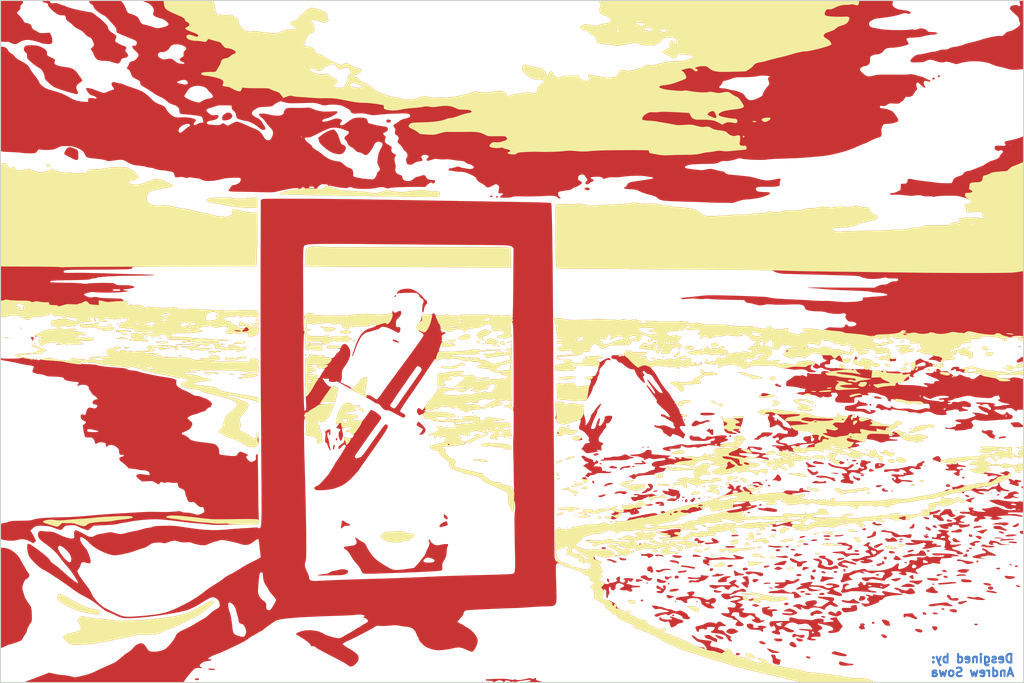
<source format=kicad_pcb>
(kicad_pcb (version 20170919) (host pcbnew "(2017-09-19 revision dddaa7e69)-makepkg")

  (general
    (thickness 1.6)
    (drawings 5)
    (tracks 0)
    (zones 0)
    (modules 1)
    (nets 1)
  )

  (page A4)
  (layers
    (0 F.Cu signal)
    (31 B.Cu signal)
    (32 B.Adhes user)
    (33 F.Adhes user)
    (34 B.Paste user)
    (35 F.Paste user)
    (36 B.SilkS user)
    (37 F.SilkS user)
    (38 B.Mask user)
    (39 F.Mask user)
    (40 Dwgs.User user)
    (41 Cmts.User user)
    (42 Eco1.User user)
    (43 Eco2.User user)
    (44 Edge.Cuts user)
    (45 Margin user)
    (46 B.CrtYd user)
    (47 F.CrtYd user)
    (48 B.Fab user)
    (49 F.Fab user)
  )

  (setup
    (last_trace_width 0.25)
    (trace_clearance 0.2)
    (zone_clearance 0.508)
    (zone_45_only no)
    (trace_min 0.2)
    (segment_width 0.2)
    (edge_width 0.15)
    (via_size 0.8)
    (via_drill 0.4)
    (via_min_size 0.4)
    (via_min_drill 0.3)
    (uvia_size 0.3)
    (uvia_drill 0.1)
    (uvias_allowed no)
    (uvia_min_size 0.2)
    (uvia_min_drill 0.1)
    (pcb_text_width 0.3)
    (pcb_text_size 1.5 1.5)
    (mod_edge_width 0.15)
    (mod_text_size 1 1)
    (mod_text_width 0.15)
    (pad_size 1.524 1.524)
    (pad_drill 0.762)
    (pad_to_mask_clearance 0.2)
    (aux_axis_origin 0 0)
    (visible_elements FFFFEF7F)
    (pcbplotparams
      (layerselection 0x00030_ffffffff)
      (usegerberextensions false)
      (usegerberattributes true)
      (usegerberadvancedattributes true)
      (creategerberjobfile true)
      (excludeedgelayer true)
      (linewidth 0.100000)
      (plotframeref false)
      (viasonmask false)
      (mode 1)
      (useauxorigin false)
      (hpglpennumber 1)
      (hpglpenspeed 20)
      (hpglpendiameter 15)
      (psnegative false)
      (psa4output false)
      (plotreference true)
      (plotvalue true)
      (plotinvisibletext false)
      (padsonsilk false)
      (subtractmaskfromsilk false)
      (outputformat 1)
      (mirror false)
      (drillshape 1)
      (scaleselection 1)
      (outputdirectory ""))
  )

  (net 0 "")

  (net_class Default "This is the default net class."
    (clearance 0.2)
    (trace_width 0.25)
    (via_dia 0.8)
    (via_drill 0.4)
    (uvia_dia 0.3)
    (uvia_drill 0.1)
  )

  (module junes:Art_Shah_Frame (layer F.Cu) (tedit 0) (tstamp 5A366EC8)
    (at 76.2 50.8)
    (fp_text reference G*** (at 0 0) (layer F.SilkS) hide
      (effects (font (thickness 0.3)))
    )
    (fp_text value LOGO (at 0.75 0) (layer F.SilkS) hide
      (effects (font (thickness 0.3)))
    )
    (fp_poly (pts (xy 74.281646 19.673187) (xy 74.333693 19.798146) (xy 74.337333 19.8901) (xy 74.312149 20.062463)
      (xy 74.205512 20.16756) (xy 74.019833 20.241276) (xy 73.756665 20.363646) (xy 73.534761 20.525039)
      (xy 73.515876 20.544176) (xy 73.347967 20.684089) (xy 73.20358 20.74332) (xy 73.202136 20.743333)
      (xy 73.055202 20.788444) (xy 72.845558 20.900843) (xy 72.781499 20.942408) (xy 72.511507 21.075306)
      (xy 72.181946 21.172241) (xy 72.062624 21.19188) (xy 71.750239 21.25062) (xy 71.461643 21.339591)
      (xy 71.3722 21.379263) (xy 71.151609 21.455607) (xy 70.832519 21.521924) (xy 70.499815 21.562327)
      (xy 70.131463 21.603468) (xy 69.773543 21.665034) (xy 69.529541 21.726202) (xy 69.250949 21.80038)
      (xy 69.000055 21.841238) (xy 68.943541 21.844) (xy 68.709043 21.898319) (xy 68.561588 21.987662)
      (xy 68.370532 22.088578) (xy 68.116271 22.14308) (xy 68.089254 22.14472) (xy 67.797068 22.18367)
      (xy 67.527012 22.259073) (xy 67.521666 22.261218) (xy 67.410663 22.305158) (xy 67.30567 22.34022)
      (xy 67.176075 22.37253) (xy 66.991263 22.408213) (xy 66.720621 22.453393) (xy 66.333538 22.514196)
      (xy 65.997666 22.566127) (xy 65.522721 22.653374) (xy 65.078019 22.760357) (xy 64.69272 22.877426)
      (xy 64.395986 22.994928) (xy 64.216977 23.103212) (xy 64.177333 23.168592) (xy 64.253487 23.249211)
      (xy 64.448727 23.310085) (xy 64.713215 23.343282) (xy 64.997116 23.340869) (xy 65.140887 23.321977)
      (xy 65.34905 23.29782) (xy 65.436417 23.337077) (xy 65.447333 23.391852) (xy 65.515474 23.527929)
      (xy 65.726201 23.602011) (xy 66.025758 23.618999) (xy 66.220023 23.612501) (xy 66.263803 23.58733)
      (xy 66.175931 23.526982) (xy 66.148369 23.511545) (xy 65.960406 23.40709) (xy 66.210039 23.296592)
      (xy 66.415947 23.231273) (xy 66.603177 23.247885) (xy 66.813028 23.361167) (xy 67.086796 23.585856)
      (xy 67.130388 23.625062) (xy 67.501111 23.960666) (xy 67.003388 23.950845) (xy 66.768178 23.940018)
      (xy 66.646214 23.921474) (xy 66.658518 23.901401) (xy 66.773865 23.82564) (xy 66.743045 23.719756)
      (xy 66.577141 23.616441) (xy 66.559621 23.609729) (xy 66.420241 23.578239) (xy 66.387417 23.657054)
      (xy 66.394648 23.726895) (xy 66.388869 23.845116) (xy 66.303421 23.918311) (xy 66.099165 23.973801)
      (xy 66.018833 23.989243) (xy 65.785108 24.050969) (xy 65.640051 24.124863) (xy 65.616666 24.16224)
      (xy 65.53826 24.248069) (xy 65.327385 24.319931) (xy 65.020555 24.374748) (xy 64.654282 24.409443)
      (xy 64.265082 24.420941) (xy 63.889466 24.406164) (xy 63.563949 24.362034) (xy 63.480245 24.342269)
      (xy 63.258288 24.314135) (xy 63.107416 24.334396) (xy 63.013475 24.386482) (xy 63.057871 24.454159)
      (xy 63.116649 24.498811) (xy 63.204335 24.580471) (xy 63.18579 24.65904) (xy 63.046127 24.78289)
      (xy 63.023811 24.800505) (xy 62.768579 24.971004) (xy 62.505166 25.107037) (xy 62.314566 25.213233)
      (xy 62.239944 25.360023) (xy 62.23 25.5197) (xy 62.206909 25.72424) (xy 62.12101 25.859286)
      (xy 61.94736 25.934506) (xy 61.661016 25.959562) (xy 61.237036 25.944119) (xy 61.149943 25.938194)
      (xy 60.786227 25.915429) (xy 60.550204 25.913806) (xy 60.400904 25.939383) (xy 60.297359 25.998216)
      (xy 60.21736 26.076057) (xy 60.052345 26.206431) (xy 59.858069 26.229133) (xy 59.745844 26.212454)
      (xy 59.48425 26.216404) (xy 59.280414 26.31358) (xy 59.184105 26.477826) (xy 59.182 26.508759)
      (xy 59.107369 26.554238) (xy 58.921084 26.569335) (xy 58.847768 26.566212) (xy 58.639322 26.533982)
      (xy 58.581865 26.479892) (xy 58.593768 26.462566) (xy 58.665431 26.306839) (xy 58.655874 26.129034)
      (xy 58.592229 26.036789) (xy 58.470747 26.029401) (xy 58.25747 26.067386) (xy 58.00707 26.134619)
      (xy 57.774217 26.214973) (xy 57.613582 26.292321) (xy 57.573333 26.337341) (xy 57.646444 26.39485)
      (xy 57.806166 26.417296) (xy 58.040091 26.440505) (xy 58.160367 26.494216) (xy 58.149004 26.559315)
      (xy 57.992912 26.615717) (xy 57.687507 26.65684) (xy 57.374178 26.667792) (xy 57.108523 26.649693)
      (xy 56.946137 26.603661) (xy 56.934099 26.594394) (xy 56.764546 26.507227) (xy 56.47849 26.427446)
      (xy 56.128757 26.363427) (xy 55.768177 26.323545) (xy 55.449575 26.316175) (xy 55.287333 26.333311)
      (xy 55.039799 26.379838) (xy 54.860588 26.409201) (xy 54.821666 26.413609) (xy 54.806653 26.452516)
      (xy 54.864 26.50003) (xy 55.048872 26.548911) (xy 55.130245 26.538193) (xy 55.29264 26.561867)
      (xy 55.454026 26.680015) (xy 55.539645 26.834682) (xy 55.541333 26.856889) (xy 55.470123 26.907157)
      (xy 55.291494 26.91063) (xy 55.057949 26.87618) (xy 54.82199 26.812682) (xy 54.63612 26.72901)
      (xy 54.592537 26.69653) (xy 54.471561 26.614514) (xy 54.323823 26.597193) (xy 54.087528 26.639618)
      (xy 54.036016 26.65195) (xy 53.74384 26.69876) (xy 53.365814 26.72706) (xy 52.993374 26.73082)
      (xy 52.551764 26.738572) (xy 52.268124 26.793491) (xy 52.137106 26.898014) (xy 52.153362 27.054575)
      (xy 52.179415 27.101499) (xy 52.325771 27.254799) (xy 52.429623 27.311651) (xy 52.560629 27.408034)
      (xy 52.552238 27.533455) (xy 52.414039 27.636473) (xy 52.366333 27.651232) (xy 52.028012 27.666287)
      (xy 51.753989 27.538463) (xy 51.606801 27.352106) (xy 51.494795 27.180649) (xy 51.35016 27.078917)
      (xy 51.133545 27.034621) (xy 50.805598 27.035472) (xy 50.627171 27.046201) (xy 49.850101 27.120679)
      (xy 49.211986 27.229691) (xy 48.684954 27.378751) (xy 48.430643 27.48056) (xy 48.196991 27.582394)
      (xy 48.012028 27.645337) (xy 47.828977 27.673882) (xy 47.601061 27.672526) (xy 47.281503 27.645764)
      (xy 47.007144 27.617364) (xy 46.325824 27.571994) (xy 45.711872 27.582782) (xy 45.194596 27.647399)
      (xy 44.803299 27.763515) (xy 44.732497 27.798184) (xy 44.290823 27.998147) (xy 43.847649 28.104716)
      (xy 43.344207 28.128144) (xy 42.973181 28.105156) (xy 42.588781 28.059535) (xy 42.308296 28.005848)
      (xy 42.144585 27.950714) (xy 42.110507 27.900755) (xy 42.21892 27.862588) (xy 42.338085 27.853237)
      (xy 43.349333 27.853237) (xy 43.418338 27.922459) (xy 43.588337 27.930175) (xy 43.803807 27.879501)
      (xy 43.935474 27.820352) (xy 44.073501 27.735863) (xy 44.069661 27.689543) (xy 43.967823 27.651862)
      (xy 43.77939 27.639309) (xy 43.569166 27.685643) (xy 43.404108 27.769064) (xy 43.349333 27.853237)
      (xy 42.338085 27.853237) (xy 42.464566 27.843312) (xy 42.670169 27.835854) (xy 42.73722 27.826282)
      (xy 42.65665 27.810405) (xy 42.419388 27.784035) (xy 42.312471 27.773061) (xy 42.020213 27.738891)
      (xy 41.802444 27.705216) (xy 41.706175 27.67931) (xy 41.706114 27.679248) (xy 41.694113 27.579189)
      (xy 41.713414 27.422682) (xy 41.744039 27.305643) (xy 41.806029 27.242843) (xy 41.940016 27.222012)
      (xy 42.186631 27.230881) (xy 42.319771 27.239583) (xy 42.708788 27.235887) (xy 42.987414 27.177603)
      (xy 43.146253 27.082839) (xy 43.165182 27.010624) (xy 43.532921 27.010624) (xy 43.54918 27.208697)
      (xy 43.650996 27.347585) (xy 43.717682 27.373363) (xy 44.017751 27.416049) (xy 44.201873 27.391605)
      (xy 44.313597 27.28977) (xy 44.347846 27.2249) (xy 44.49233 27.055272) (xy 44.754468 26.96613)
      (xy 44.763603 26.964588) (xy 45.191939 26.891634) (xy 45.463504 26.839333) (xy 49.106666 26.839333)
      (xy 49.177582 26.900674) (xy 49.345746 26.920343) (xy 49.544277 26.89834) (xy 49.588092 26.881666)
      (xy 51.646666 26.881666) (xy 51.689 26.924) (xy 51.731333 26.881666) (xy 51.689 26.839333)
      (xy 51.646666 26.881666) (xy 49.588092 26.881666) (xy 49.699333 26.839333) (xy 49.736154 26.786947)
      (xy 49.628643 26.761054) (xy 49.4665 26.755963) (xy 49.246751 26.77291) (xy 49.119429 26.817065)
      (xy 49.106666 26.839333) (xy 45.463504 26.839333) (xy 45.478204 26.836502) (xy 45.647881 26.792532)
      (xy 45.726453 26.753062) (xy 45.739401 26.711432) (xy 45.738923 26.709655) (xy 45.648326 26.661478)
      (xy 45.44479 26.631996) (xy 45.315589 26.627666) (xy 44.9679 26.58774) (xy 44.707138 26.480072)
      (xy 44.706327 26.4795) (xy 44.661555 26.457956) (xy 46.080409 26.457956) (xy 46.206833 26.52697)
      (xy 46.444421 26.572096) (xy 46.571101 26.545489) (xy 46.603516 26.509538) (xy 46.580688 26.424204)
      (xy 46.435639 26.357495) (xy 46.221075 26.331333) (xy 46.080769 26.372444) (xy 46.080409 26.457956)
      (xy 44.661555 26.457956) (xy 44.495354 26.377983) (xy 44.263763 26.333285) (xy 44.064754 26.346753)
      (xy 43.951522 26.419734) (xy 43.942 26.460148) (xy 43.872728 26.589967) (xy 43.746942 26.677837)
      (xy 43.599687 26.813595) (xy 43.532921 27.010624) (xy 43.165182 27.010624) (xy 43.17591 26.969701)
      (xy 43.066989 26.856298) (xy 42.810093 26.760738) (xy 42.589089 26.720557) (xy 42.130883 26.716802)
      (xy 41.888387 26.782885) (xy 41.700623 26.835486) (xy 41.42462 26.867079) (xy 41.034335 26.879289)
      (xy 40.503727 26.873741) (xy 40.451386 26.872504) (xy 39.989843 26.862139) (xy 39.670498 26.859977)
      (xy 39.466278 26.869678) (xy 39.35011 26.894904) (xy 39.294919 26.939315) (xy 39.273632 27.006574)
      (xy 39.269732 27.032297) (xy 39.246392 27.122513) (xy 39.184975 27.177912) (xy 39.051312 27.206772)
      (xy 38.81123 27.217367) (xy 38.502166 27.218208) (xy 38.110803 27.22583) (xy 37.863929 27.24985)
      (xy 37.767925 27.288029) (xy 37.829169 27.338127) (xy 38.014362 27.389453) (xy 38.217622 27.456098)
      (xy 38.321952 27.529052) (xy 38.312233 27.581048) (xy 38.173346 27.584821) (xy 38.117334 27.575166)
      (xy 37.889947 27.564461) (xy 37.646227 27.602133) (xy 37.444098 27.672916) (xy 37.341485 27.761544)
      (xy 37.338 27.780562) (xy 37.407693 27.819449) (xy 37.562294 27.802265) (xy 37.711558 27.787629)
      (xy 37.732772 27.837785) (xy 37.642312 27.92912) (xy 37.456551 28.038021) (xy 37.372716 28.075638)
      (xy 37.143492 28.165372) (xy 37.032831 28.17884) (xy 37.004801 28.109098) (xy 37.015178 28.006514)
      (xy 36.970483 27.83059) (xy 36.795626 27.725487) (xy 36.517836 27.699567) (xy 36.19182 27.753631)
      (xy 35.795449 27.83) (xy 35.368346 27.846575) (xy 34.863228 27.802915) (xy 34.443836 27.737324)
      (xy 34.039972 27.675684) (xy 33.723763 27.657458) (xy 33.419224 27.682515) (xy 33.125833 27.735083)
      (xy 32.966803 27.813541) (xy 32.954339 27.930024) (xy 33.082278 28.049434) (xy 33.189333 28.096646)
      (xy 33.379473 28.20238) (xy 33.4423 28.366355) (xy 33.443333 28.401262) (xy 33.385479 28.569492)
      (xy 33.246106 28.621873) (xy 33.076499 28.547617) (xy 33.02 28.490333) (xy 32.874737 28.382686)
      (xy 32.79587 28.363333) (xy 32.680689 28.292695) (xy 32.596616 28.151533) (xy 32.534979 28.019768)
      (xy 32.451119 27.981627) (xy 32.287728 28.023445) (xy 32.196545 28.056117) (xy 31.699128 28.205948)
      (xy 31.171635 28.313165) (xy 30.691322 28.363281) (xy 30.550861 28.364702) (xy 30.305189 28.376814)
      (xy 30.13647 28.417834) (xy 30.101364 28.444173) (xy 30.11737 28.520634) (xy 30.173673 28.532666)
      (xy 30.320752 28.583863) (xy 30.368745 28.695061) (xy 30.300347 28.794836) (xy 30.15168 28.838037)
      (xy 29.903787 28.865312) (xy 29.752622 28.870036) (xy 29.393112 28.898465) (xy 29.014618 28.96802)
      (xy 28.905956 28.997416) (xy 28.325322 29.109984) (xy 27.714011 29.094794) (xy 27.335363 29.03019)
      (xy 27.071637 28.980491) (xy 26.916283 28.980832) (xy 26.81372 29.038907) (xy 26.748944 29.111375)
      (xy 26.580046 29.254174) (xy 26.334184 29.393824) (xy 26.25708 29.427378) (xy 26.046401 29.525224)
      (xy 25.922153 29.609118) (xy 25.908 29.633468) (xy 25.986379 29.72472) (xy 26.199102 29.784367)
      (xy 26.469462 29.802666) (xy 26.717417 29.834775) (xy 26.968206 29.915546) (xy 27.167532 30.021647)
      (xy 27.261097 30.129749) (xy 27.262666 30.143507) (xy 27.337475 30.196819) (xy 27.522963 30.225597)
      (xy 27.580166 30.227156) (xy 27.847738 30.241698) (xy 28.07311 30.275561) (xy 28.088166 30.279364)
      (xy 28.25474 30.346127) (xy 28.265551 30.407268) (xy 28.134143 30.454228) (xy 27.874061 30.478447)
      (xy 27.770666 30.48) (xy 27.500076 30.467146) (xy 27.316626 30.433569) (xy 27.262666 30.395333)
      (xy 27.211557 30.31435) (xy 27.082038 30.347705) (xy 26.90982 30.484638) (xy 26.887057 30.508515)
      (xy 26.614783 30.683318) (xy 26.292013 30.762792) (xy 26.047241 30.789075) (xy 25.882337 30.793163)
      (xy 25.845965 30.784854) (xy 25.858472 30.696462) (xy 25.920095 30.576761) (xy 25.986556 30.427143)
      (xy 25.982271 30.356716) (xy 25.865447 30.309146) (xy 25.628119 30.252593) (xy 25.318306 30.194595)
      (xy 24.98403 30.14269) (xy 24.67331 30.104419) (xy 24.434169 30.087318) (xy 24.320787 30.095878)
      (xy 24.218786 30.148986) (xy 24.256227 30.213349) (xy 24.322028 30.263665) (xy 24.484134 30.339273)
      (xy 24.748222 30.420565) (xy 24.978195 30.473545) (xy 25.302594 30.553808) (xy 25.462725 30.636392)
      (xy 25.46365 30.724931) (xy 25.4 30.776333) (xy 25.328134 30.896104) (xy 25.315333 30.988)
      (xy 25.275156 31.152238) (xy 25.136687 31.212922) (xy 24.899337 31.188434) (xy 24.727288 31.138339)
      (xy 24.698231 31.071045) (xy 24.733373 31.017432) (xy 24.787558 30.951435) (xy 24.798715 30.900676)
      (xy 24.741916 30.842399) (xy 24.592232 30.753851) (xy 24.324735 30.612276) (xy 24.24174 30.568671)
      (xy 23.903289 30.413372) (xy 23.673896 30.358105) (xy 23.562648 30.403323) (xy 23.572939 30.535333)
      (xy 23.564328 30.690148) (xy 23.484029 30.86586) (xy 23.399703 31.073879) (xy 23.464854 31.218184)
      (xy 23.683145 31.30185) (xy 24.034533 31.327963) (xy 24.392425 31.348948) (xy 24.623546 31.405739)
      (xy 24.713141 31.492487) (xy 24.671937 31.580596) (xy 24.51965 31.630392) (xy 24.237126 31.595113)
      (xy 24.225937 31.592625) (xy 24.018419 31.552699) (xy 23.837004 31.543037) (xy 23.627453 31.567951)
      (xy 23.335524 31.631752) (xy 23.146243 31.678449) (xy 22.869795 31.723209) (xy 22.65314 31.684576)
      (xy 22.54741 31.636484) (xy 22.259543 31.444863) (xy 22.136149 31.260135) (xy 22.176831 31.093134)
      (xy 22.381193 30.954695) (xy 22.574615 30.891744) (xy 22.868059 30.794442) (xy 23.012042 30.691019)
      (xy 22.996763 30.588547) (xy 22.995946 30.587723) (xy 22.890471 30.575089) (xy 22.670776 30.594578)
      (xy 22.386917 30.637235) (xy 22.088949 30.694109) (xy 21.826928 30.756245) (xy 21.65091 30.814692)
      (xy 21.616506 30.834453) (xy 21.490877 30.865687) (xy 21.242113 30.881617) (xy 20.915599 30.883549)
      (xy 20.556716 30.872792) (xy 20.210847 30.850651) (xy 19.923375 30.818432) (xy 19.7485 30.78067)
      (xy 19.60195 30.75611) (xy 19.558214 30.838964) (xy 19.558 30.851125) (xy 19.511404 30.944672)
      (xy 19.348851 30.984143) (xy 19.22433 30.988) (xy 18.998885 31.007681) (xy 18.85438 31.056564)
      (xy 18.838333 31.072666) (xy 18.734072 31.132984) (xy 18.569909 31.155863) (xy 18.423989 31.138462)
      (xy 18.372666 31.0896) (xy 18.425664 30.977176) (xy 18.474266 30.920266) (xy 18.520674 30.839271)
      (xy 18.415783 30.813022) (xy 18.410766 30.812833) (xy 18.125183 30.788899) (xy 17.820676 30.744615)
      (xy 17.702471 30.7204) (xy 17.596093 30.773748) (xy 17.522371 30.968264) (xy 17.502214 31.202657)
      (xy 17.576803 31.297928) (xy 17.749405 31.257454) (xy 17.784866 31.239395) (xy 17.982196 31.185477)
      (xy 18.104115 31.199193) (xy 18.194429 31.251505) (xy 18.151091 31.321186) (xy 18.081317 31.375046)
      (xy 17.868892 31.473048) (xy 17.726285 31.496) (xy 17.533818 31.561585) (xy 17.408657 31.677238)
      (xy 17.325331 31.771056) (xy 17.213122 31.825235) (xy 17.037403 31.843339) (xy 16.763548 31.828932)
      (xy 16.356931 31.785577) (xy 16.356494 31.785526) (xy 16.072502 31.737154) (xy 15.913138 31.663065)
      (xy 15.836714 31.550968) (xy 15.693969 31.304115) (xy 15.487548 31.083874) (xy 15.268224 30.937162)
      (xy 15.135881 30.903333) (xy 14.945667 30.854247) (xy 14.709677 30.730446) (xy 14.558184 30.62382)
      (xy 15.320177 30.62382) (xy 15.375942 30.67311) (xy 15.581244 30.712409) (xy 15.640397 30.717986)
      (xy 15.980377 30.817728) (xy 16.153593 30.95082) (xy 16.318989 31.099482) (xy 16.472346 31.141638)
      (xy 16.672079 31.081368) (xy 16.836924 30.99857) (xy 17.121514 30.846904) (xy 16.79459 30.690268)
      (xy 16.402686 30.571867) (xy 15.898175 30.527982) (xy 15.596486 30.540058) (xy 15.398756 30.575737)
      (xy 15.320177 30.62382) (xy 14.558184 30.62382) (xy 14.477621 30.567118) (xy 14.299209 30.39945)
      (xy 14.22415 30.26263) (xy 14.224 30.257849) (xy 14.300045 30.238699) (xy 14.497147 30.243138)
      (xy 14.710833 30.263337) (xy 15.21204 30.322244) (xy 15.572739 30.361116) (xy 15.820336 30.38179)
      (xy 15.982237 30.386103) (xy 16.085849 30.375891) (xy 16.143083 30.359311) (xy 16.231841 30.312964)
      (xy 16.222674 30.269696) (xy 16.09716 30.221691) (xy 15.836877 30.161129) (xy 15.535591 30.101512)
      (xy 15.005463 30.037394) (xy 14.424621 30.029282) (xy 13.836892 30.07219) (xy 13.286108 30.16113)
      (xy 12.816097 30.291116) (xy 12.483231 30.448795) (xy 12.296149 30.530223) (xy 12.119476 30.486348)
      (xy 12.105986 30.479279) (xy 11.981503 30.393663) (xy 11.998954 30.303852) (xy 12.057975 30.233761)
      (xy 12.16275 30.096491) (xy 12.192 30.028833) (xy 12.114521 30.000714) (xy 11.910758 29.980394)
      (xy 11.623721 29.97203) (xy 11.60433 29.972) (xy 11.240204 29.953241) (xy 11.007779 29.900147)
      (xy 10.920203 29.817489) (xy 10.95877 29.737674) (xy 11.058105 29.719651) (xy 11.295689 29.70595)
      (xy 11.640469 29.697536) (xy 12.061393 29.695375) (xy 12.273655 29.696763) (xy 12.743152 29.695533)
      (xy 13.174028 29.683424) (xy 13.527544 29.66231) (xy 13.764963 29.634066) (xy 13.815907 29.622097)
      (xy 14.201259 29.50863) (xy 14.469887 29.450479) (xy 14.663693 29.443701) (xy 14.824579 29.484357)
      (xy 14.903 29.519855) (xy 15.090086 29.628727) (xy 15.199299 29.720781) (xy 15.20098 29.723361)
      (xy 15.302182 29.758594) (xy 15.531475 29.785786) (xy 15.84766 29.800891) (xy 16.008145 29.802666)
      (xy 16.419749 29.815219) (xy 16.738101 29.850124) (xy 16.926815 29.903249) (xy 16.934774 29.907882)
      (xy 17.100613 29.970449) (xy 17.251125 29.905424) (xy 17.445856 29.790919) (xy 17.547166 29.748)
      (xy 17.672006 29.677034) (xy 17.695333 29.635519) (xy 17.617126 29.593902) (xy 17.408176 29.551462)
      (xy 17.106987 29.512734) (xy 16.752065 29.482256) (xy 16.381914 29.464564) (xy 16.222413 29.46199)
      (xy 15.790333 29.45998) (xy 16.298333 29.243492) (xy 16.737107 29.065946) (xy 17.071268 28.961269)
      (xy 17.346405 28.924146) (xy 17.608106 28.949256) (xy 17.90196 29.031283) (xy 17.956966 29.050012)
      (xy 18.243595 29.143669) (xy 18.418131 29.179235) (xy 18.526228 29.160173) (xy 18.604495 29.099123)
      (xy 18.689954 28.928581) (xy 18.641655 28.776379) (xy 18.481508 28.702726) (xy 18.45999 28.702)
      (xy 18.308986 28.677221) (xy 18.30629 28.612278) (xy 18.439807 28.521258) (xy 18.697437 28.418251)
      (xy 18.706075 28.415412) (xy 19.125993 28.303353) (xy 19.414063 28.286936) (xy 19.578353 28.366424)
      (xy 19.617401 28.445195) (xy 19.723193 28.606484) (xy 19.813941 28.660282) (xy 20.035478 28.678481)
      (xy 20.261769 28.624244) (xy 20.417343 28.519039) (xy 20.438216 28.482692) (xy 20.557397 28.377832)
      (xy 20.76502 28.366979) (xy 21.013826 28.442852) (xy 21.256555 28.598172) (xy 21.271164 28.610995)
      (xy 21.547666 28.858656) (xy 21.314833 28.947566) (xy 21.134282 29.068942) (xy 21.082 29.195355)
      (xy 21.060096 29.278285) (xy 20.972174 29.334161) (xy 20.784918 29.373997) (xy 20.465012 29.408811)
      (xy 20.425833 29.412317) (xy 19.778678 29.470428) (xy 19.279451 29.51813) (xy 18.907309 29.558815)
      (xy 18.641412 29.595876) (xy 18.460917 29.632706) (xy 18.344982 29.672697) (xy 18.272764 29.719242)
      (xy 18.227455 29.770175) (xy 18.161305 29.888141) (xy 18.221142 29.945356) (xy 18.338256 29.972)
      (xy 18.568178 30.088949) (xy 18.734381 30.305075) (xy 18.759153 30.372598) (xy 18.833846 30.3558)
      (xy 19.021861 30.292206) (xy 19.22482 30.217289) (xy 19.572054 30.087894) (xy 19.801419 30.015027)
      (xy 19.952693 29.993405) (xy 20.065655 30.017747) (xy 20.180087 30.082772) (xy 20.189871 30.089164)
      (xy 20.411439 30.17822) (xy 20.693315 30.224258) (xy 20.752187 30.226) (xy 21.041587 30.261923)
      (xy 21.202985 30.359092) (xy 21.339732 30.441594) (xy 21.519148 30.443091) (xy 21.675695 30.37845)
      (xy 21.743833 30.262537) (xy 21.741567 30.236925) (xy 21.671617 30.146288) (xy 21.48421 30.0872)
      (xy 21.242335 30.056666) (xy 20.853385 29.988235) (xy 20.598248 29.868641) (xy 20.491631 29.705351)
      (xy 20.489333 29.674358) (xy 20.557822 29.538878) (xy 20.727662 29.476046) (xy 20.945413 29.489858)
      (xy 21.157635 29.584308) (xy 21.203543 29.620969) (xy 21.376193 29.737425) (xy 21.642314 29.87656)
      (xy 21.870373 29.977374) (xy 22.186533 30.086808) (xy 22.383557 30.098417) (xy 22.485995 30.003986)
      (xy 22.518392 29.795296) (xy 22.51874 29.760333) (xy 22.506224 29.700703) (xy 22.827561 29.700703)
      (xy 22.877301 29.78118) (xy 22.957609 29.965773) (xy 22.960506 30.069673) (xy 22.989403 30.19629)
      (xy 23.140693 30.217596) (xy 23.420032 30.134349) (xy 23.425988 30.132008) (xy 23.579491 30.062528)
      (xy 23.586937 30.016448) (xy 23.500619 29.97728) (xy 23.399968 29.908127) (xy 23.432222 29.857635)
      (xy 23.548924 29.827722) (xy 23.789003 29.811002) (xy 24.164991 29.807255) (xy 24.689423 29.816263)
      (xy 25.10204 29.828399) (xy 25.395787 29.828947) (xy 25.558571 29.80065) (xy 25.627521 29.735146)
      (xy 25.635208 29.708295) (xy 25.608378 29.614413) (xy 25.464226 29.546846) (xy 25.255834 29.502905)
      (xy 24.919103 29.466461) (xy 24.4997 29.450378) (xy 24.049169 29.453392) (xy 23.619055 29.474238)
      (xy 23.260904 29.51165) (xy 23.046639 29.557124) (xy 22.867842 29.629419) (xy 22.827561 29.700703)
      (xy 22.506224 29.700703) (xy 22.469747 29.526924) (xy 22.305941 29.375936) (xy 22.002079 29.284206)
      (xy 21.999363 29.283711) (xy 21.914184 29.258497) (xy 21.991871 29.244242) (xy 22.226292 29.241243)
      (xy 22.611316 29.249794) (xy 22.667156 29.251604) (xy 23.06829 29.259259) (xy 23.404607 29.2549)
      (xy 23.641849 29.239731) (xy 23.74576 29.214958) (xy 23.74675 29.213639) (xy 23.850447 29.160553)
      (xy 24.063438 29.107401) (xy 24.197643 29.085341) (xy 24.463829 29.03722) (xy 24.669716 28.979781)
      (xy 24.724343 28.954963) (xy 24.789179 28.900886) (xy 24.760746 28.856634) (xy 24.613884 28.80805)
      (xy 24.357207 28.748379) (xy 24.178204 28.66949) (xy 24.146302 28.550808) (xy 24.218916 28.449654)
      (xy 24.409816 28.395046) (xy 24.554094 28.381272) (xy 24.80974 28.381035) (xy 24.958842 28.434993)
      (xy 25.045949 28.537549) (xy 25.113085 28.696682) (xy 25.057618 28.826887) (xy 25.025938 28.863666)
      (xy 24.943026 29.001232) (xy 24.994756 29.109556) (xy 25.197242 29.204631) (xy 25.455175 29.189624)
      (xy 25.703698 29.073623) (xy 25.788415 28.998333) (xy 25.997217 28.841124) (xy 26.269396 28.787658)
      (xy 26.32729 28.786666) (xy 26.564294 28.766188) (xy 26.663089 28.698111) (xy 26.67 28.659666)
      (xy 26.602227 28.547418) (xy 26.543 28.532666) (xy 26.430328 28.486949) (xy 26.416 28.448)
      (xy 26.488907 28.386635) (xy 26.67172 28.365694) (xy 26.910576 28.382545) (xy 27.151612 28.434558)
      (xy 27.293511 28.490854) (xy 27.538487 28.59538) (xy 27.720395 28.588889) (xy 27.911794 28.461749)
      (xy 27.980856 28.399619) (xy 28.166273 28.260706) (xy 28.28656 28.256543) (xy 28.306486 28.272619)
      (xy 28.438302 28.325637) (xy 28.662363 28.355411) (xy 28.914238 28.360668) (xy 29.129496 28.340137)
      (xy 29.243708 28.292545) (xy 29.244624 28.291139) (xy 29.234256 28.17584) (xy 29.167647 28.058306)
      (xy 29.053531 27.861273) (xy 29.081678 27.743242) (xy 29.260497 27.690731) (xy 29.4005 27.684843)
      (xy 29.803652 27.65935) (xy 30.048873 27.584969) (xy 30.140799 27.460189) (xy 30.141752 27.443291)
      (xy 30.163137 27.386483) (xy 31.68972 27.386483) (xy 31.761095 27.456955) (xy 31.787348 27.477026)
      (xy 31.919739 27.573698) (xy 32.000174 27.592765) (xy 32.115849 27.553109) (xy 32.124075 27.549941)
      (xy 32.250117 27.468989) (xy 32.223978 27.397893) (xy 32.062592 27.355092) (xy 31.9405 27.350026)
      (xy 31.741896 27.357163) (xy 31.68972 27.386483) (xy 30.163137 27.386483) (xy 30.16762 27.374577)
      (xy 30.265179 27.330051) (xy 30.46512 27.303079) (xy 30.798131 27.287023) (xy 30.87488 27.284772)
      (xy 31.279892 27.263712) (xy 31.54993 27.22309) (xy 31.718829 27.15668) (xy 31.76653 27.120707)
      (xy 31.900815 27.030872) (xy 32.052795 27.03074) (xy 32.212422 27.080631) (xy 32.464312 27.141017)
      (xy 32.685271 27.146427) (xy 32.696187 27.144441) (xy 33.082512 27.073079) (xy 33.322357 27.046955)
      (xy 33.432065 27.064817) (xy 33.443333 27.087167) (xy 33.372727 27.164595) (xy 33.199614 27.257211)
      (xy 33.168166 27.270118) (xy 32.893 27.378802) (xy 33.1732 27.41114) (xy 33.42543 27.415484)
      (xy 33.754493 27.388691) (xy 34.108457 27.339061) (xy 34.435388 27.274895) (xy 34.683356 27.204492)
      (xy 34.785183 27.153505) (xy 34.948189 27.097535) (xy 35.259638 27.067727) (xy 35.634194 27.064595)
      (xy 36.140945 27.053707) (xy 36.48565 26.999109) (xy 36.590744 26.958708) (xy 36.81534 26.884504)
      (xy 37.024434 26.931556) (xy 37.026347 26.932425) (xy 37.197022 26.974893) (xy 37.462085 26.980575)
      (xy 37.851629 26.94938) (xy 38.025281 26.929451) (xy 38.493428 26.875165) (xy 39.032156 26.816296)
      (xy 39.543398 26.763482) (xy 39.666333 26.751415) (xy 40.037522 26.712405) (xy 40.351714 26.673626)
      (xy 40.566342 26.640636) (xy 40.630951 26.62545) (xy 40.728411 26.566292) (xy 40.663269 26.524475)
      (xy 40.441442 26.500752) (xy 40.068847 26.495876) (xy 39.686795 26.5053) (xy 38.893764 26.526467)
      (xy 38.243851 26.528022) (xy 37.743171 26.510199) (xy 37.397841 26.473237) (xy 37.213977 26.417369)
      (xy 37.203212 26.409536) (xy 37.185575 26.401455) (xy 41.013336 26.401455) (xy 41.148972 26.482332)
      (xy 41.238943 26.511058) (xy 41.361518 26.543997) (xy 41.471151 26.563978) (xy 41.602651 26.570661)
      (xy 41.790826 26.563707) (xy 42.070485 26.542775) (xy 42.476438 26.507525) (xy 42.585137 26.497905)
      (xy 42.976853 26.457566) (xy 43.306841 26.412961) (xy 43.538234 26.369772) (xy 43.63194 26.336592)
      (xy 43.601329 26.286264) (xy 43.436593 26.23513) (xy 43.17283 26.188512) (xy 42.845139 26.151734)
      (xy 42.488618 26.13012) (xy 42.248666 26.126791) (xy 41.797834 26.144879) (xy 41.433474 26.187254)
      (xy 41.170997 26.248051) (xy 41.025815 26.321407) (xy 41.013336 26.401455) (xy 37.185575 26.401455)
      (xy 37.076113 26.351303) (xy 36.886657 26.36811) (xy 36.741958 26.407008) (xy 36.52878 26.446753)
      (xy 36.191194 26.482064) (xy 35.774125 26.50929) (xy 35.322497 26.524782) (xy 35.284145 26.525438)
      (xy 34.86425 26.537729) (xy 34.506904 26.558968) (xy 34.245438 26.586377) (xy 34.113184 26.617182)
      (xy 34.105086 26.623624) (xy 34.079607 26.748086) (xy 34.215588 26.824294) (xy 34.443163 26.850154)
      (xy 34.555706 26.862554) (xy 34.506094 26.887044) (xy 34.291531 26.924578) (xy 34.176842 26.940987)
      (xy 33.854902 26.978405) (xy 33.657658 26.978841) (xy 33.543981 26.939616) (xy 33.499509 26.896853)
      (xy 33.361315 26.812136) (xy 33.123452 26.739093) (xy 32.991774 26.715107) (xy 32.657188 26.651708)
      (xy 32.323482 26.564069) (xy 32.240295 26.536753) (xy 31.890208 26.448852) (xy 31.543717 26.420685)
      (xy 31.261363 26.454459) (xy 31.159785 26.497359) (xy 31.076184 26.566976) (xy 31.10741 26.631417)
      (xy 31.272455 26.729597) (xy 31.27337 26.730089) (xy 31.328692 26.779824) (xy 31.26627 26.81885)
      (xy 31.065813 26.855007) (xy 30.896517 26.875705) (xy 30.590717 26.919814) (xy 30.338162 26.973092)
      (xy 30.213576 27.015315) (xy 30.026821 27.047575) (xy 29.702656 27.026738) (xy 29.469279 26.992068)
      (xy 29.155027 26.942184) (xy 28.963497 26.92861) (xy 28.851297 26.954793) (xy 28.775035 27.024178)
      (xy 28.756504 27.048673) (xy 28.666944 27.132255) (xy 28.523321 27.180194) (xy 28.28469 27.200808)
      (xy 27.996038 27.203205) (xy 27.668447 27.203764) (xy 27.465597 27.221024) (xy 27.342907 27.270114)
      (xy 27.255792 27.366165) (xy 27.187249 27.477669) (xy 27.080037 27.69354) (xy 27.096181 27.807924)
      (xy 27.252608 27.851042) (xy 27.398781 27.855333) (xy 27.602608 27.876107) (xy 27.719621 27.926499)
      (xy 27.722384 27.930374) (xy 27.705278 28.012255) (xy 27.546898 28.057044) (xy 27.271621 28.062759)
      (xy 26.903827 28.027416) (xy 26.773421 28.00758) (xy 26.489172 27.964377) (xy 26.264412 27.946791)
      (xy 26.050748 27.959878) (xy 25.799786 28.008692) (xy 25.463133 28.098289) (xy 25.2095 28.170946)
      (xy 25.084729 28.15639) (xy 25.061333 28.076874) (xy 25.1329 27.964438) (xy 25.262633 27.94)
      (xy 25.435467 27.897551) (xy 25.580178 27.798842) (xy 25.646318 27.686824) (xy 25.626446 27.630224)
      (xy 25.521026 27.623668) (xy 25.335208 27.677885) (xy 25.320649 27.683797) (xy 25.093609 27.738388)
      (xy 24.757207 27.752385) (xy 24.302703 27.7286) (xy 23.932699 27.70338) (xy 23.69777 27.700691)
      (xy 23.564793 27.723478) (xy 23.500647 27.774685) (xy 23.487878 27.801026) (xy 23.442248 27.859491)
      (xy 23.340075 27.894561) (xy 23.15159 27.909036) (xy 22.847025 27.905721) (xy 22.513443 27.892752)
      (xy 22.098904 27.877789) (xy 21.826368 27.878525) (xy 21.669035 27.897281) (xy 21.600102 27.936379)
      (xy 21.59 27.972758) (xy 21.511109 28.030606) (xy 21.297039 28.077702) (xy 20.981691 28.112523)
      (xy 20.598967 28.133549) (xy 20.18277 28.139255) (xy 19.767 28.128121) (xy 19.385561 28.098624)
      (xy 19.23198 28.078625) (xy 18.87136 28.03916) (xy 18.604466 28.053668) (xy 18.385313 28.116572)
      (xy 18.121595 28.180788) (xy 17.73154 28.213994) (xy 17.195764 28.217737) (xy 17.13349 28.216551)
      (xy 16.709293 28.211081) (xy 16.417624 28.218888) (xy 16.221895 28.24466) (xy 16.085519 28.293086)
      (xy 15.977135 28.364718) (xy 15.725438 28.508766) (xy 15.528626 28.509752) (xy 15.434707 28.426833)
      (xy 15.317448 28.323956) (xy 15.114716 28.205448) (xy 15.069014 28.183508) (xy 14.908935 28.118062)
      (xy 14.761667 28.091496) (xy 14.577888 28.105265) (xy 14.308278 28.160823) (xy 14.095347 28.212226)
      (xy 13.768953 28.303729) (xy 13.503099 28.398903) (xy 13.344126 28.48055) (xy 13.325666 28.497884)
      (xy 13.167658 28.579146) (xy 12.870027 28.616538) (xy 12.775332 28.618385) (xy 12.462283 28.644908)
      (xy 12.062802 28.714703) (xy 11.627497 28.814861) (xy 11.206974 28.932471) (xy 10.85184 29.054622)
      (xy 10.612705 29.168404) (xy 10.608406 29.17119) (xy 10.423615 29.338301) (xy 10.249392 29.564761)
      (xy 10.234424 29.589345) (xy 10.040314 29.820708) (xy 9.793823 30.001232) (xy 9.77529 30.010419)
      (xy 9.586093 30.128116) (xy 9.486955 30.24427) (xy 9.482666 30.266258) (xy 9.55829 30.453289)
      (xy 9.749197 30.594332) (xy 9.998529 30.649333) (xy 10.222299 30.696219) (xy 10.488618 30.814057)
      (xy 10.584516 30.871832) (xy 10.807767 31.00323) (xy 10.999621 31.055962) (xy 11.242459 31.046748)
      (xy 11.365868 31.030391) (xy 11.68879 30.994174) (xy 12.056909 30.974593) (xy 12.500629 30.971467)
      (xy 13.050357 30.984618) (xy 13.736499 31.013863) (xy 13.781159 31.016051) (xy 14.201629 31.039427)
      (xy 14.492133 31.066571) (xy 14.691952 31.10672) (xy 14.840366 31.169107) (xy 14.976653 31.262967)
      (xy 15.036245 31.311123) (xy 15.33717 31.559171) (xy 15.119251 31.613865) (xy 14.931731 31.680751)
      (xy 14.901513 31.741975) (xy 15.016564 31.791814) (xy 15.264854 31.82455) (xy 15.583663 31.834666)
      (xy 15.941307 31.84429) (xy 16.156025 31.87204) (xy 16.215301 31.916235) (xy 16.213666 31.919333)
      (xy 16.110591 31.957605) (xy 15.880571 31.98687) (xy 15.565941 32.002553) (xy 15.430599 32.004)
      (xy 15.015255 32.016885) (xy 14.591196 32.05091) (xy 14.241363 32.09913) (xy 14.201642 32.106905)
      (xy 13.894853 32.160026) (xy 13.67087 32.161294) (xy 13.449808 32.105815) (xy 13.307546 32.052141)
      (xy 12.979759 31.952556) (xy 12.634204 31.892503) (xy 12.530666 31.885736) (xy 12.296591 31.886679)
      (xy 12.185723 31.925912) (xy 12.152014 32.036646) (xy 12.149666 32.160507) (xy 12.157662 32.309007)
      (xy 12.204696 32.408901) (xy 12.325335 32.488044) (xy 12.554149 32.574292) (xy 12.738113 32.634682)
      (xy 13.028568 32.738181) (xy 13.247295 32.833797) (xy 13.351373 32.902508) (xy 13.354007 32.907688)
      (xy 13.318365 33.018944) (xy 13.21006 33.145135) (xy 13.081585 33.305359) (xy 13.040056 33.448525)
      (xy 13.096707 33.525037) (xy 13.123333 33.528) (xy 13.193372 33.598498) (xy 13.208 33.688274)
      (xy 13.26693 33.846027) (xy 13.335 33.897284) (xy 13.430207 34.014089) (xy 13.462 34.202676)
      (xy 13.435279 34.390709) (xy 13.337377 34.456937) (xy 13.297663 34.459333) (xy 13.12364 34.497585)
      (xy 13.098947 34.600234) (xy 13.225069 34.749124) (xy 13.271063 34.78472) (xy 13.504333 34.955533)
      (xy 13.224781 35.245155) (xy 12.945228 35.534777) (xy 13.158302 35.674388) (xy 13.328504 35.774086)
      (xy 13.431187 35.814) (xy 13.533263 35.864928) (xy 13.647905 35.955997) (xy 13.735338 36.04935)
      (xy 13.738841 36.135455) (xy 13.644972 36.262532) (xy 13.527572 36.387648) (xy 13.250333 36.6773)
      (xy 13.440833 36.80631) (xy 13.574809 36.983223) (xy 13.639914 37.243849) (xy 13.634871 37.524315)
      (xy 13.558404 37.760744) (xy 13.462 37.865648) (xy 13.329246 37.985801) (xy 13.292666 38.069159)
      (xy 13.365093 38.171317) (xy 13.547869 38.297374) (xy 13.789236 38.422292) (xy 14.037434 38.52103)
      (xy 14.240705 38.56855) (xy 14.314904 38.563687) (xy 14.475791 38.572359) (xy 14.529808 38.644495)
      (xy 14.647288 38.756557) (xy 14.741058 38.777333) (xy 14.861235 38.823667) (xy 14.900814 38.987906)
      (xy 14.901333 39.022274) (xy 14.945777 39.228492) (xy 15.035258 39.318608) (xy 15.185421 39.363419)
      (xy 15.235359 39.31054) (xy 15.24 39.208593) (xy 15.281262 39.090442) (xy 15.409333 39.091467)
      (xy 15.530398 39.18877) (xy 15.581025 39.35059) (xy 15.549954 39.501456) (xy 15.479009 39.558441)
      (xy 15.416217 39.628129) (xy 15.47152 39.718277) (xy 15.606289 39.785227) (xy 15.689496 39.796333)
      (xy 15.903566 39.840726) (xy 16.086666 39.920333) (xy 16.309036 40.012788) (xy 16.478506 40.044333)
      (xy 16.660269 40.111862) (xy 16.79372 40.237833) (xy 16.898623 40.365503) (xy 16.974533 40.360518)
      (xy 17.046214 40.280166) (xy 17.193053 40.164259) (xy 17.348143 40.130161) (xy 17.456585 40.177459)
      (xy 17.47057 40.283342) (xy 17.496384 40.472439) (xy 17.626067 40.675939) (xy 17.810493 40.835681)
      (xy 17.986393 40.894) (xy 18.190184 40.945501) (xy 18.398633 41.065585) (xy 18.707833 41.263282)
      (xy 19.052769 41.415154) (xy 19.367074 41.494658) (xy 19.483699 41.499581) (xy 19.6912 41.534439)
      (xy 19.811566 41.613144) (xy 19.952769 41.720875) (xy 20.028409 41.740666) (xy 20.118558 41.813779)
      (xy 20.166209 41.967154) (xy 20.204414 42.104817) (xy 20.306699 42.200296) (xy 20.514487 42.283874)
      (xy 20.658666 42.327167) (xy 20.995388 42.446598) (xy 21.326748 42.599772) (xy 21.463 42.67814)
      (xy 21.688163 42.821609) (xy 21.863714 42.931543) (xy 21.909044 42.959078) (xy 22.0467 42.958962)
      (xy 22.252488 42.874956) (xy 22.301665 42.846278) (xy 22.556737 42.733358) (xy 22.745478 42.736012)
      (xy 22.840791 42.84868) (xy 22.843309 42.957398) (xy 22.747463 43.116106) (xy 22.574995 43.179455)
      (xy 22.440422 43.207987) (xy 22.415752 43.243562) (xy 22.515703 43.309009) (xy 22.725427 43.412833)
      (xy 23.007902 43.525745) (xy 23.274223 43.594051) (xy 23.371093 43.603333) (xy 23.624878 43.665304)
      (xy 23.768645 43.772666) (xy 23.951515 43.903348) (xy 24.107631 43.942) (xy 24.332222 43.974931)
      (xy 24.448648 44.01721) (xy 24.66269 44.121674) (xy 24.952206 44.256422) (xy 25.278819 44.404431)
      (xy 25.60415 44.548679) (xy 25.88982 44.672143) (xy 26.097451 44.757801) (xy 26.187951 44.788666)
      (xy 26.293103 44.834779) (xy 26.469083 44.94862) (xy 26.509458 44.977887) (xy 26.639471 45.063587)
      (xy 26.806226 45.149898) (xy 27.034191 45.246351) (xy 27.347839 45.362478) (xy 27.77164 45.507811)
      (xy 28.330065 45.691882) (xy 28.405666 45.7165) (xy 28.71846 45.821802) (xy 28.981433 45.916673)
      (xy 29.140347 45.981499) (xy 29.145351 45.983986) (xy 29.321093 46.031994) (xy 29.57707 46.059315)
      (xy 29.653351 46.06143) (xy 29.943801 46.094071) (xy 30.289462 46.174454) (xy 30.48 46.236127)
      (xy 30.846502 46.367043) (xy 31.090078 46.438501) (xy 31.244555 46.455093) (xy 31.343759 46.421412)
      (xy 31.405682 46.361808) (xy 31.577066 46.264913) (xy 31.848347 46.228001) (xy 31.85003 46.228)
      (xy 32.059366 46.209656) (xy 32.136261 46.160307) (xy 32.131 46.143333) (xy 32.01465 46.078519)
      (xy 31.865795 46.058666) (xy 31.707657 46.026224) (xy 31.680788 45.913993) (xy 31.681264 45.911472)
      (xy 31.775635 45.76787) (xy 31.973703 45.751559) (xy 32.267668 45.862388) (xy 32.381487 45.925132)
      (xy 32.643227 46.116583) (xy 32.773422 46.299257) (xy 32.781294 46.332328) (xy 32.876365 46.49165)
      (xy 33.088391 46.663383) (xy 33.369577 46.820822) (xy 33.672125 46.937261) (xy 33.948238 46.985994)
      (xy 33.951333 46.986062) (xy 34.317686 47.033102) (xy 34.750639 47.147567) (xy 35.173015 47.307427)
      (xy 35.313536 47.374897) (xy 35.606102 47.507423) (xy 35.967037 47.644437) (xy 36.345043 47.769407)
      (xy 36.688824 47.865804) (xy 36.947081 47.917094) (xy 37.009166 47.921333) (xy 37.233554 47.884108)
      (xy 37.313832 47.78394) (xy 37.255024 47.638087) (xy 37.062156 47.463809) (xy 36.836036 47.326668)
      (xy 36.653228 47.225558) (xy 36.61024 47.178802) (xy 36.69572 47.164458) (xy 36.751417 47.163075)
      (xy 37.161628 47.224319) (xy 37.583095 47.398772) (xy 37.942548 47.652916) (xy 38.037523 47.751415)
      (xy 38.218364 47.94018) (xy 38.395202 48.04858) (xy 38.635979 48.109975) (xy 38.820387 48.135807)
      (xy 39.096314 48.178918) (xy 39.297166 48.227392) (xy 39.37 48.262978) (xy 39.473484 48.316013)
      (xy 39.679303 48.368593) (xy 39.751 48.381199) (xy 40.061606 48.438824) (xy 40.363163 48.507321)
      (xy 40.386 48.513278) (xy 40.603224 48.558614) (xy 40.931789 48.612942) (xy 41.314674 48.66716)
      (xy 41.481863 48.688179) (xy 41.94865 48.762031) (xy 42.478254 48.872635) (xy 42.974212 48.999269)
      (xy 43.09053 49.033734) (xy 43.936906 49.239608) (xy 44.704 49.323955) (xy 45.18177 49.358352)
      (xy 45.71298 49.412021) (xy 46.195569 49.474411) (xy 46.270333 49.485902) (xy 46.822644 49.569552)
      (xy 47.370791 49.645368) (xy 47.878469 49.708931) (xy 48.309369 49.755824) (xy 48.627186 49.781628)
      (xy 48.73006 49.785232) (xy 48.975626 49.814575) (xy 49.263296 49.885434) (xy 49.318333 49.903433)
      (xy 49.558623 49.962939) (xy 49.914578 50.022498) (xy 50.343753 50.07806) (xy 50.803702 50.125577)
      (xy 51.251979 50.161) (xy 51.646138 50.18028) (xy 51.943733 50.179368) (xy 52.06712 50.165632)
      (xy 52.282625 50.159008) (xy 52.599166 50.218117) (xy 53.040113 50.347591) (xy 53.122474 50.374714)
      (xy 53.414519 50.472274) (xy 53.657287 50.556525) (xy 53.842102 50.628444) (xy 53.960286 50.689005)
      (xy 54.003162 50.739185) (xy 53.962052 50.779959) (xy 53.82828 50.812304) (xy 53.593168 50.837194)
      (xy 53.248039 50.855606) (xy 52.784215 50.868515) (xy 52.19302 50.876897) (xy 51.465776 50.881727)
      (xy 50.593806 50.883983) (xy 49.568432 50.884638) (xy 48.587433 50.884666) (xy 47.46704 50.884258)
      (xy 46.504257 50.882862) (xy 45.687361 50.880218) (xy 45.004631 50.876069) (xy 44.444343 50.870153)
      (xy 43.994777 50.862214) (xy 43.64421 50.851992) (xy 43.380919 50.839227) (xy 43.193183 50.823662)
      (xy 43.06928 50.805037) (xy 42.997487 50.783092) (xy 42.9679 50.76053) (xy 42.841577 50.688391)
      (xy 42.561128 50.60541) (xy 42.141123 50.51543) (xy 41.825333 50.459201) (xy 41.404447 50.381747)
      (xy 41.030857 50.30015) (xy 40.744007 50.223883) (xy 40.583339 50.162419) (xy 40.579478 50.160004)
      (xy 40.36472 50.064742) (xy 40.2107 50.038) (xy 40.034144 50.01703) (xy 39.760341 49.962612)
      (xy 39.509221 49.901939) (xy 39.267632 49.841598) (xy 38.894928 49.752057) (xy 38.425182 49.641337)
      (xy 37.892473 49.517455) (xy 37.330875 49.388431) (xy 37.211 49.361101) (xy 36.652237 49.233075)
      (xy 36.11942 49.109488) (xy 35.645456 48.998089) (xy 35.263249 48.906624) (xy 35.005707 48.842842)
      (xy 34.967333 48.832841) (xy 34.675578 48.75763) (xy 34.2839 48.659541) (xy 33.857146 48.554731)
      (xy 33.655 48.505845) (xy 33.299799 48.415282) (xy 33.012122 48.33214) (xy 32.82806 48.267435)
      (xy 32.780111 48.238833) (xy 32.683856 48.189491) (xy 32.552274 48.175333) (xy 32.375802 48.143057)
      (xy 32.300333 48.090666) (xy 32.178978 48.015384) (xy 32.110401 48.006) (xy 31.951859 47.971704)
      (xy 31.71855 47.885668) (xy 31.628564 47.845813) (xy 31.325275 47.730083) (xy 31.012697 47.647413)
      (xy 30.955078 47.637562) (xy 30.785424 47.598774) (xy 30.480744 47.51485) (xy 30.06689 47.393496)
      (xy 29.569714 47.242415) (xy 29.015068 47.069312) (xy 28.542078 46.918454) (xy 27.920831 46.718903)
      (xy 27.30074 46.52065) (xy 26.716326 46.334665) (xy 26.202113 46.171916) (xy 25.792621 46.043373)
      (xy 25.60309 45.984628) (xy 25.224062 45.859172) (xy 24.887634 45.731556) (xy 24.639029 45.619786)
      (xy 24.544757 45.563235) (xy 24.324303 45.422992) (xy 24.140465 45.341544) (xy 23.909091 45.25497)
      (xy 23.596572 45.119416) (xy 23.240407 44.95343) (xy 22.878094 44.775558) (xy 22.547129 44.604346)
      (xy 22.285011 44.458342) (xy 22.129237 44.356093) (xy 22.108799 44.336664) (xy 21.966985 44.22181)
      (xy 21.882013 44.196) (xy 21.730798 44.141111) (xy 21.659547 44.085728) (xy 21.514565 43.987758)
      (xy 21.283129 43.872522) (xy 21.186204 43.831762) (xy 20.871589 43.687894) (xy 20.550436 43.51372)
      (xy 20.489386 43.476367) (xy 20.240479 43.346795) (xy 20.012244 43.271978) (xy 19.94673 43.264666)
      (xy 19.726644 43.210049) (xy 19.602676 43.127914) (xy 19.391718 42.997292) (xy 19.026627 42.876776)
      (xy 18.584373 42.77932) (xy 18.31258 42.66573) (xy 18.150656 42.467533) (xy 18.121359 42.329175)
      (xy 18.044499 42.217279) (xy 17.851555 42.110389) (xy 17.801166 42.092115) (xy 17.41135 41.948301)
      (xy 16.944626 41.755837) (xy 16.473484 41.545778) (xy 16.086666 41.357608) (xy 15.821438 41.189056)
      (xy 15.696247 41.021241) (xy 15.679811 40.952387) (xy 15.628487 40.809436) (xy 15.489228 40.710639)
      (xy 15.269817 40.636495) (xy 14.981736 40.51916) (xy 14.81358 40.371662) (xy 14.802797 40.351638)
      (xy 14.68376 40.204741) (xy 14.474547 40.031094) (xy 14.34885 39.947181) (xy 14.070516 39.733937)
      (xy 13.924788 39.503803) (xy 13.905873 39.44251) (xy 13.816318 39.241918) (xy 13.639045 39.072787)
      (xy 13.415147 38.935933) (xy 13.082636 38.754026) (xy 12.72842 38.560174) (xy 12.594166 38.486678)
      (xy 12.310473 38.290494) (xy 12.194162 38.1027) (xy 12.243678 37.920126) (xy 12.290011 37.866521)
      (xy 12.343408 37.747841) (xy 12.286365 37.64602) (xy 12.225005 37.472428) (xy 12.23336 37.324931)
      (xy 12.228685 37.150347) (xy 12.106944 36.967819) (xy 12.021256 36.882468) (xy 11.833138 36.654495)
      (xy 11.807033 36.467281) (xy 11.943305 36.311158) (xy 12.044868 36.254524) (xy 12.218832 36.148751)
      (xy 12.25615 36.044475) (xy 12.151276 35.915546) (xy 11.940702 35.763405) (xy 11.662362 35.535669)
      (xy 11.541603 35.318332) (xy 11.562412 35.110757) (xy 11.555953 35.02197) (xy 11.442149 34.942372)
      (xy 11.193601 34.85441) (xy 11.135413 34.837198) (xy 10.869415 34.742448) (xy 10.676175 34.641201)
      (xy 10.609638 34.575095) (xy 10.490163 34.447807) (xy 10.236585 34.294198) (xy 9.879608 34.12683)
      (xy 9.449938 33.958267) (xy 8.978279 33.801069) (xy 8.495337 33.667801) (xy 8.262218 33.614692)
      (xy 7.78805 33.460498) (xy 7.355126 33.224021) (xy 7.35292 33.222473) (xy 7.121785 33.068081)
      (xy 6.943766 32.963847) (xy 6.871711 32.935333) (xy 6.798276 32.864526) (xy 6.695584 32.685192)
      (xy 6.645227 32.5755) (xy 6.593926 32.432791) (xy 6.553767 32.257942) (xy 6.522799 32.027122)
      (xy 6.499075 31.716499) (xy 6.482821 31.351153) (xy 6.625072 31.351153) (xy 6.645519 31.657226)
      (xy 6.685283 31.982328) (xy 6.745017 32.206416) (xy 6.855272 32.396475) (xy 7.046597 32.61949)
      (xy 7.120539 32.698755) (xy 7.355962 32.932421) (xy 7.494256 33.028553) (xy 7.535333 32.995616)
      (xy 7.580673 32.870169) (xy 7.675339 32.869849) (xy 7.757301 32.992216) (xy 7.760743 33.004482)
      (xy 7.835629 33.112357) (xy 8.007978 33.127081) (xy 8.05389 33.121177) (xy 8.350676 33.154453)
      (xy 8.492573 33.242527) (xy 8.768234 33.445263) (xy 9.053215 33.569775) (xy 9.417891 33.644134)
      (xy 9.53663 33.658966) (xy 9.818718 33.700538) (xy 10.034008 33.749231) (xy 10.117666 33.783572)
      (xy 10.284427 33.865785) (xy 10.5464 33.94726) (xy 10.830552 34.008117) (xy 11.016944 34.028364)
      (xy 11.256692 33.960463) (xy 11.560962 33.746588) (xy 11.609611 33.70398) (xy 11.816786 33.506152)
      (xy 11.910443 33.373197) (xy 11.911956 33.267619) (xy 11.887128 33.217146) (xy 11.740578 33.099181)
      (xy 11.52244 33.03544) (xy 11.32049 32.982416) (xy 11.206084 32.89125) (xy 11.20442 32.887273)
      (xy 11.095429 32.778256) (xy 10.945656 32.787649) (xy 10.822773 32.903822) (xy 10.801632 32.9565)
      (xy 10.746182 33.147) (xy 10.612097 32.9565) (xy 10.422564 32.802979) (xy 10.191288 32.766)
      (xy 10.004355 32.756738) (xy 9.954843 32.709581) (xy 10.008995 32.598779) (xy 10.065378 32.460494)
      (xy 10.0212 32.353384) (xy 9.85564 32.260011) (xy 9.547881 32.162938) (xy 9.461118 32.1399)
      (xy 9.161096 32.048194) (xy 8.904559 31.946383) (xy 8.789387 31.883827) (xy 8.580889 31.801294)
      (xy 8.420287 31.800914) (xy 8.26188 31.77449) (xy 8.162606 31.630157) (xy 8.127718 31.410538)
      (xy 8.162468 31.158256) (xy 8.187645 31.102612) (xy 8.819146 31.102612) (xy 8.91122 31.328338)
      (xy 9.019188 31.463552) (xy 9.173576 31.591045) (xy 9.344821 31.650138) (xy 9.59899 31.659689)
      (xy 9.693616 31.656072) (xy 9.966008 31.651255) (xy 10.137256 31.688181) (xy 10.27507 31.795899)
      (xy 10.418166 31.966909) (xy 10.591282 32.173071) (xy 10.734055 32.323042) (xy 10.780904 32.36191)
      (xy 10.927587 32.408228) (xy 11.128596 32.42435) (xy 11.316441 32.411199) (xy 11.423631 32.369698)
      (xy 11.43 32.353033) (xy 11.379422 32.248247) (xy 11.217008 32.11134) (xy 10.926734 31.930714)
      (xy 10.595724 31.749081) (xy 10.2274 31.523211) (xy 9.957449 31.29533) (xy 9.864814 31.179178)
      (xy 9.662133 30.968542) (xy 9.387558 30.819549) (xy 9.105593 30.759763) (xy 8.9414 30.784569)
      (xy 8.827307 30.904783) (xy 8.819146 31.102612) (xy 8.187645 31.102612) (xy 8.272111 30.915935)
      (xy 8.305532 30.869806) (xy 8.418147 30.695012) (xy 8.416309 30.574069) (xy 8.379832 30.519721)
      (xy 8.254757 30.414702) (xy 8.11625 30.424544) (xy 7.920299 30.555721) (xy 7.873806 30.59417)
      (xy 7.561185 30.762991) (xy 7.190734 30.84592) (xy 6.923555 30.889955) (xy 6.725634 30.945128)
      (xy 6.664629 30.97817) (xy 6.630928 31.10202) (xy 6.625072 31.351153) (xy 6.482821 31.351153)
      (xy 6.480645 31.302243) (xy 6.465562 30.760522) (xy 6.455181 30.251187) (xy 6.452764 30.120166)
      (xy 6.604 30.120166) (xy 6.62163 30.316679) (xy 6.660444 30.423555) (xy 6.775965 30.481109)
      (xy 6.839046 30.389328) (xy 6.842197 30.211353) (xy 6.791219 30.003708) (xy 6.712059 29.90875)
      (xy 6.638439 29.939388) (xy 6.604082 30.108534) (xy 6.604 30.120166) (xy 6.452764 30.120166)
      (xy 6.418927 28.286708) (xy 6.638463 28.067172) (xy 6.783353 27.902055) (xy 6.856023 27.779622)
      (xy 6.858 27.766818) (xy 6.929323 27.702283) (xy 7.036391 27.686) (xy 7.167214 27.725145)
      (xy 7.168158 27.807503) (xy 7.181681 27.885156) (xy 7.310889 27.941042) (xy 7.582431 27.98659)
      (xy 7.587037 27.987167) (xy 8.109238 28.01413) (xy 8.514827 27.9528) (xy 8.78924 27.805617)
      (xy 8.813253 27.78167) (xy 8.952505 27.684282) (xy 9.179437 27.61656) (xy 9.530806 27.568477)
      (xy 9.627073 27.559657) (xy 10.031014 27.512341) (xy 10.447367 27.443693) (xy 10.775038 27.371253)
      (xy 10.973685 27.342176) (xy 19.744605 27.342176) (xy 19.764784 27.501285) (xy 19.894503 27.661666)
      (xy 20.131729 27.778756) (xy 20.416896 27.836821) (xy 20.690435 27.820125) (xy 20.807982 27.776847)
      (xy 21.014652 27.683913) (xy 21.103166 27.652504) (xy 21.240246 27.577124) (xy 21.228499 27.500734)
      (xy 21.086803 27.44575) (xy 20.917467 27.432) (xy 20.866366 27.42538) (xy 21.631892 27.42538)
      (xy 21.644804 27.452178) (xy 21.757937 27.488133) (xy 22.036143 27.499728) (xy 22.476934 27.487062)
      (xy 23.077825 27.450233) (xy 23.83633 27.389338) (xy 24.299333 27.347532) (xy 24.867657 27.292438)
      (xy 25.287956 27.245516) (xy 25.581104 27.202815) (xy 25.767974 27.160388) (xy 25.869441 27.114286)
      (xy 25.906377 27.06056) (xy 25.908 27.043243) (xy 25.987256 26.916043) (xy 26.203722 26.806072)
      (xy 26.525442 26.723004) (xy 26.92046 26.676511) (xy 27.141009 26.67) (xy 27.508446 26.654951)
      (xy 27.745481 26.612611) (xy 27.839511 26.54719) (xy 27.777937 26.462898) (xy 27.772047 26.459186)
      (xy 27.693013 26.386575) (xy 27.708987 26.316644) (xy 27.833098 26.244747) (xy 28.078474 26.166238)
      (xy 28.458244 26.07647) (xy 28.985536 25.970797) (xy 29.337 25.905345) (xy 29.834701 25.802668)
      (xy 30.383351 25.671128) (xy 30.894548 25.532538) (xy 31.097019 25.471076) (xy 31.925706 25.207136)
      (xy 32.113019 25.380382) (xy 32.209349 25.458397) (xy 32.317205 25.503717) (xy 32.474588 25.519688)
      (xy 32.719495 25.509657) (xy 33.089927 25.476971) (xy 33.147 25.471454) (xy 33.529278 25.426926)
      (xy 33.865195 25.374359) (xy 34.10737 25.321826) (xy 34.186665 25.29433) (xy 34.36228 25.245436)
      (xy 34.505659 25.325793) (xy 34.522308 25.342022) (xy 34.614918 25.448561) (xy 34.571698 25.482191)
      (xy 34.4844 25.484666) (xy 34.211428 25.523706) (xy 34.05874 25.631479) (xy 34.036 25.712833)
      (xy 34.071532 25.789607) (xy 34.20388 25.803905) (xy 34.371559 25.781524) (xy 34.646041 25.75675)
      (xy 34.8027 25.7877) (xy 34.824054 25.866257) (xy 34.739566 25.952414) (xy 34.636131 26.043543)
      (xy 34.671425 26.096222) (xy 34.728209 26.120264) (xy 34.875576 26.14123) (xy 35.141445 26.148197)
      (xy 35.475493 26.140276) (xy 35.574876 26.135241) (xy 35.860836 26.122717) (xy 36.282501 26.109211)
      (xy 36.806251 26.095552) (xy 37.398467 26.08257) (xy 38.025531 26.071095) (xy 38.417423 26.065096)
      (xy 38.999007 26.054505) (xy 39.520409 26.040402) (xy 39.959071 26.023774) (xy 40.292435 26.005608)
      (xy 40.497942 25.986893) (xy 40.555257 25.9715) (xy 40.485822 25.916346) (xy 40.417966 25.908)
      (xy 40.327889 25.88747) (xy 40.371581 25.798864) (xy 40.390763 25.77526) (xy 40.454052 25.724775)
      (xy 40.562536 25.691281) (xy 40.742266 25.673238) (xy 41.019292 25.669105) (xy 41.419666 25.677343)
      (xy 41.819297 25.690814) (xy 42.308818 25.708638) (xy 42.769552 25.725219) (xy 43.160638 25.7391)
      (xy 43.441213 25.748824) (xy 43.518666 25.751396) (xy 43.841798 25.739694) (xy 44.290729 25.691891)
      (xy 44.826964 25.612882) (xy 45.365609 25.516589) (xy 45.553729 25.399981) (xy 45.646692 25.234475)
      (xy 45.743666 25.040705) (xy 45.890012 24.942852) (xy 46.127464 24.924284) (xy 46.363818 24.94867)
      (xy 46.628591 25.006553) (xy 46.773093 25.104105) (xy 46.823592 25.196029) (xy 46.950972 25.375889)
      (xy 47.134265 25.515723) (xy 47.286834 25.60548) (xy 47.300073 25.658966) (xy 47.206005 25.70532)
      (xy 46.999961 25.747623) (xy 46.782672 25.753831) (xy 46.301741 25.731639) (xy 45.923709 25.73445)
      (xy 45.583711 25.764268) (xy 45.360236 25.797755) (xy 45.042798 25.85814) (xy 44.864794 25.917109)
      (xy 44.79732 25.99162) (xy 44.811477 26.098633) (xy 44.817883 26.116015) (xy 44.864427 26.169075)
      (xy 44.973477 26.20712) (xy 45.170001 26.23305) (xy 45.478964 26.249767) (xy 45.925335 26.260172)
      (xy 46.077176 26.262334) (xy 46.614458 26.266376) (xy 47.187556 26.265847) (xy 47.728478 26.261077)
      (xy 48.169229 26.252392) (xy 48.175333 26.252216) (xy 48.575274 26.238264) (xy 48.843763 26.218145)
      (xy 49.018655 26.182845) (xy 49.137807 26.123349) (xy 49.239075 26.030643) (xy 49.276 25.990134)
      (xy 49.406094 25.866012) (xy 49.555688 25.787645) (xy 49.773294 25.738837) (xy 50.107421 25.703392)
      (xy 50.143833 25.700388) (xy 50.509382 25.68348) (xy 50.727524 25.699808) (xy 50.793257 25.74302)
      (xy 50.701579 25.806764) (xy 50.447487 25.884685) (xy 50.313166 25.91544) (xy 49.942871 26.001725)
      (xy 49.727907 26.072288) (xy 49.655939 26.135115) (xy 49.714631 26.198189) (xy 49.810678 26.240713)
      (xy 50.004789 26.281254) (xy 50.31194 26.309605) (xy 50.686749 26.325541) (xy 51.083835 26.32884)
      (xy 51.457818 26.319277) (xy 51.763315 26.296628) (xy 51.954947 26.260669) (xy 51.976497 26.251395)
      (xy 52.113728 26.21916) (xy 52.383755 26.187432) (xy 52.750065 26.15949) (xy 53.176142 26.138615)
      (xy 53.265879 26.13556) (xy 53.808853 26.111523) (xy 54.207629 26.076617) (xy 54.487161 26.027752)
      (xy 54.672406 25.961844) (xy 54.673076 25.961497) (xy 54.95355 25.846715) (xy 55.187712 25.843246)
      (xy 55.455451 25.949705) (xy 55.638572 26.027466) (xy 55.752614 26.011913) (xy 55.819505 25.956399)
      (xy 56.031273 25.83248) (xy 56.397281 25.722855) (xy 56.902746 25.631558) (xy 57.107099 25.605009)
      (xy 57.382619 25.576252) (xy 57.519439 25.577717) (xy 57.546327 25.614568) (xy 57.505154 25.676466)
      (xy 57.444711 25.79974) (xy 57.463388 25.849961) (xy 57.594901 25.875405) (xy 57.855933 25.88464)
      (xy 58.212983 25.879878) (xy 58.632551 25.863334) (xy 59.081135 25.83722) (xy 59.525235 25.803748)
      (xy 59.931349 25.765133) (xy 60.265976 25.723587) (xy 60.495615 25.681324) (xy 60.585349 25.643725)
      (xy 60.693263 25.593505) (xy 60.895768 25.569645) (xy 60.922663 25.569333) (xy 61.138612 25.52881)
      (xy 61.219012 25.428) (xy 61.150429 25.298045) (xy 61.077697 25.245946) (xy 61.560456 25.245946)
      (xy 61.621114 25.304726) (xy 61.637333 25.315333) (xy 61.764735 25.389262) (xy 61.804005 25.367275)
      (xy 61.806666 25.315333) (xy 61.736856 25.244172) (xy 61.6585 25.231963) (xy 61.560456 25.245946)
      (xy 61.077697 25.245946) (xy 61.065833 25.237448) (xy 60.989293 25.178048) (xy 61.05157 25.153146)
      (xy 61.177466 25.148574) (xy 61.410381 25.122514) (xy 61.71513 25.058947) (xy 61.883969 25.013343)
      (xy 62.134937 24.932638) (xy 62.249581 24.86993) (xy 62.255754 24.801743) (xy 62.210447 24.738176)
      (xy 62.109427 24.543546) (xy 62.084462 24.333007) (xy 62.141365 24.17901) (xy 62.164121 24.160721)
      (xy 62.284949 24.123485) (xy 62.530148 24.072139) (xy 62.856296 24.015341) (xy 63.022417 23.989637)
      (xy 63.367351 23.932547) (xy 63.647407 23.875341) (xy 63.820974 23.827019) (xy 63.854095 23.80977)
      (xy 63.916099 23.686035) (xy 63.97272 23.480895) (xy 63.972928 23.479858) (xy 63.992734 23.293063)
      (xy 63.922247 23.204195) (xy 63.769678 23.159776) (xy 63.471079 23.161672) (xy 63.130474 23.278106)
      (xy 62.7252 23.405994) (xy 62.313351 23.452666) (xy 62.013722 23.468524) (xy 61.626518 23.510343)
      (xy 61.229927 23.569485) (xy 61.186872 23.577075) (xy 60.613461 23.674071) (xy 59.982578 23.770741)
      (xy 59.340627 23.860817) (xy 58.734012 23.93803) (xy 58.209137 23.996111) (xy 57.869666 24.025238)
      (xy 57.499652 24.067215) (xy 57.271932 24.132102) (xy 57.209292 24.182169) (xy 57.084128 24.264464)
      (xy 56.876099 24.300442) (xy 56.870626 24.300489) (xy 56.50096 24.329408) (xy 56.291553 24.412289)
      (xy 56.242542 24.549074) (xy 56.245513 24.562186) (xy 56.251987 24.653823) (xy 56.181494 24.689295)
      (xy 55.996049 24.67995) (xy 55.892506 24.667632) (xy 55.591788 24.610766) (xy 55.318625 24.52874)
      (xy 55.253158 24.501106) (xy 54.94087 24.402153) (xy 54.657997 24.399831) (xy 54.456721 24.493503)
      (xy 54.440666 24.511) (xy 54.267876 24.62331) (xy 54.030631 24.602436) (xy 53.817155 24.510478)
      (xy 53.600354 24.443674) (xy 53.278662 24.399315) (xy 52.895817 24.377143) (xy 52.495557 24.376898)
      (xy 52.121619 24.398318) (xy 51.817741 24.441146) (xy 51.627661 24.505121) (xy 51.603806 24.523621)
      (xy 51.509045 24.696376) (xy 51.505166 24.819955) (xy 51.487523 24.947648) (xy 51.379355 24.990608)
      (xy 51.232879 24.955195) (xy 51.100315 24.84777) (xy 51.054 24.765) (xy 50.970192 24.623535)
      (xy 50.824924 24.563426) (xy 50.637759 24.553333) (xy 50.41003 24.531681) (xy 50.261639 24.477885)
      (xy 50.244259 24.459917) (xy 50.117701 24.408814) (xy 49.831378 24.407963) (xy 49.646991 24.42428)
      (xy 49.207716 24.442244) (xy 48.859139 24.398315) (xy 48.81037 24.384012) (xy 48.583504 24.331037)
      (xy 48.400738 24.366731) (xy 48.238475 24.455498) (xy 48.038749 24.560117) (xy 47.905309 24.566417)
      (xy 47.816297 24.516932) (xy 47.664993 24.46511) (xy 47.370803 24.416291) (xy 46.960175 24.374098)
      (xy 46.589526 24.348859) (xy 46.058678 24.311391) (xy 45.684595 24.265903) (xy 45.454824 24.21053)
      (xy 45.375561 24.16711) (xy 45.190733 24.086917) (xy 44.879615 24.047858) (xy 44.76155 24.045333)
      (xy 44.46674 24.057544) (xy 44.291626 24.103528) (xy 44.187728 24.197315) (xy 44.176351 24.214666)
      (xy 44.008217 24.355092) (xy 43.803722 24.368018) (xy 43.629682 24.254255) (xy 43.599577 24.207648)
      (xy 43.524655 24.105765) (xy 43.411087 24.064761) (xy 43.207141 24.073288) (xy 43.067431 24.090895)
      (xy 42.811023 24.137538) (xy 42.631442 24.19203) (xy 42.583597 24.222873) (xy 42.474181 24.273984)
      (xy 42.287264 24.292574) (xy 42.072335 24.297517) (xy 41.760355 24.31306) (xy 41.456615 24.33316)
      (xy 41.152308 24.352426) (xy 40.982777 24.348075) (xy 40.914227 24.312523) (xy 40.912862 24.238186)
      (xy 40.919085 24.212549) (xy 40.91383 24.092379) (xy 40.796454 24.009559) (xy 40.652803 23.962809)
      (xy 40.408175 23.905333) (xy 40.213992 23.877061) (xy 40.1955 23.876472) (xy 40.069839 23.836125)
      (xy 40.047333 23.791333) (xy 40.119789 23.727687) (xy 40.259 23.706666) (xy 40.421021 23.667731)
      (xy 40.470666 23.593679) (xy 40.43654 23.534726) (xy 40.312715 23.516496) (xy 40.06702 23.5365)
      (xy 39.9415 23.552723) (xy 39.527796 23.615035) (xy 39.266318 23.674685) (xy 39.140538 23.743014)
      (xy 39.133928 23.831364) (xy 39.229961 23.951076) (xy 39.285333 24.003) (xy 39.411427 24.141032)
      (xy 39.454666 24.227788) (xy 39.375784 24.256282) (xy 39.162177 24.278149) (xy 38.8484 24.290917)
      (xy 38.5445 24.292892) (xy 38.150705 24.288601) (xy 37.907287 24.280125) (xy 37.795294 24.263963)
      (xy 37.795771 24.236617) (xy 37.889764 24.194587) (xy 37.930666 24.179563) (xy 38.132494 24.07441)
      (xy 38.247579 23.953242) (xy 38.254222 23.932794) (xy 38.247469 23.850237) (xy 38.157973 23.821967)
      (xy 37.947701 23.838869) (xy 37.89284 23.846176) (xy 37.593839 23.862518) (xy 37.40195 23.806037)
      (xy 37.357617 23.773589) (xy 37.118353 23.61989) (xy 36.904361 23.572821) (xy 36.798101 23.609177)
      (xy 36.684887 23.672462) (xy 36.511157 23.722337) (xy 36.255845 23.76104) (xy 35.897884 23.790811)
      (xy 35.416209 23.81389) (xy 34.789753 23.832516) (xy 34.671 23.835317) (xy 34.173478 23.846724)
      (xy 33.730028 23.856897) (xy 33.370299 23.865156) (xy 33.123943 23.87082) (xy 33.024233 23.873123)
      (xy 32.948279 23.900432) (xy 33.001052 23.975585) (xy 33.051676 24.110571) (xy 33.025477 24.166085)
      (xy 32.96089 24.3125) (xy 32.921658 24.502192) (xy 32.878757 24.663127) (xy 32.76638 24.766245)
      (xy 32.537667 24.852496) (xy 32.512 24.860173) (xy 32.254928 24.91965) (xy 32.050168 24.93832)
      (xy 31.996469 24.931103) (xy 31.834828 24.934905) (xy 31.606078 24.997438) (xy 31.554689 25.017622)
      (xy 31.293845 25.089801) (xy 30.956411 25.136371) (xy 30.741716 25.146) (xy 30.46364 25.159159)
      (xy 30.25907 25.193281) (xy 30.183666 25.230666) (xy 30.050675 25.324557) (xy 29.880717 25.293764)
      (xy 29.710459 25.166089) (xy 29.576568 24.969333) (xy 29.515713 24.731298) (xy 29.515406 24.723996)
      (xy 29.476709 24.538838) (xy 29.397127 24.468859) (xy 29.254259 24.509793) (xy 29.024776 24.614197)
      (xy 28.76455 24.754044) (xy 28.529449 24.901307) (xy 28.515305 24.91122) (xy 28.389167 24.961834)
      (xy 28.25595 24.89979) (xy 28.171181 24.825666) (xy 27.964305 24.66956) (xy 27.822075 24.66029)
      (xy 27.731344 24.786166) (xy 27.678505 24.885781) (xy 27.61324 24.848782) (xy 27.558426 24.777469)
      (xy 27.391724 24.67912) (xy 27.132819 24.656718) (xy 26.836639 24.702392) (xy 26.558112 24.808269)
      (xy 26.368391 24.948026) (xy 26.229475 25.072111) (xy 26.078187 25.120616) (xy 25.846593 25.110871)
      (xy 25.76763 25.101293) (xy 25.454003 25.08526) (xy 25.245283 25.140033) (xy 25.188333 25.176488)
      (xy 25.092247 25.260733) (xy 25.102022 25.322279) (xy 25.238588 25.395944) (xy 25.348524 25.442972)
      (xy 25.605752 25.520006) (xy 25.833967 25.53852) (xy 25.877691 25.531547) (xy 26.06833 25.512188)
      (xy 26.263645 25.531803) (xy 26.410519 25.578476) (xy 26.455834 25.640295) (xy 26.443365 25.658428)
      (xy 26.333227 25.709717) (xy 26.102598 25.785891) (xy 25.795734 25.872697) (xy 25.704638 25.89634)
      (xy 25.31461 26.008303) (xy 25.066714 26.115504) (xy 24.934985 26.233601) (xy 24.89346 26.378254)
      (xy 24.893296 26.38564) (xy 24.814257 26.488111) (xy 24.605322 26.59594) (xy 24.304923 26.696056)
      (xy 23.951491 26.775386) (xy 23.622 26.818036) (xy 23.298029 26.857701) (xy 23.014085 26.91627)
      (xy 22.858884 26.969429) (xy 22.646487 27.04618) (xy 22.356146 27.11564) (xy 22.223884 27.138152)
      (xy 21.871621 27.212572) (xy 21.671838 27.309645) (xy 21.631892 27.42538) (xy 20.866366 27.42538)
      (xy 20.64464 27.396656) (xy 20.47609 27.277047) (xy 20.459153 27.254324) (xy 20.32891 27.131769)
      (xy 20.147737 27.119885) (xy 20.074323 27.133838) (xy 19.836297 27.216521) (xy 19.744605 27.342176)
      (xy 10.973685 27.342176) (xy 11.43211 27.275074) (xy 11.809624 27.283548) (xy 12.244528 27.288818)
      (xy 12.696771 27.245196) (xy 13.112402 27.16184) (xy 13.437472 27.047912) (xy 13.538608 26.989973)
      (xy 13.670439 26.916312) (xy 13.78311 26.932851) (xy 13.941913 27.052996) (xy 13.971583 27.078883)
      (xy 14.16896 27.219267) (xy 14.380003 27.274033) (xy 14.621869 27.272269) (xy 14.952814 27.219699)
      (xy 15.280849 27.116359) (xy 15.53176 26.987042) (xy 15.572485 26.95469) (xy 15.542696 26.886768)
      (xy 15.445485 26.798817) (xy 15.337626 26.706939) (xy 15.365378 26.676087) (xy 15.4305 26.672692)
      (xy 15.556071 26.709008) (xy 15.578666 26.751974) (xy 15.655614 26.788429) (xy 15.858821 26.803674)
      (xy 16.146833 26.799865) (xy 16.478196 26.779158) (xy 16.811456 26.743708) (xy 17.105158 26.695672)
      (xy 17.229666 26.666109) (xy 17.529346 26.592828) (xy 17.876114 26.521417) (xy 17.991666 26.500798)
      (xy 18.306487 26.436613) (xy 18.601736 26.35878) (xy 18.693108 26.328773) (xy 18.956059 26.271247)
      (xy 19.199741 26.273745) (xy 19.201108 26.274016) (xy 19.394234 26.276124) (xy 19.689821 26.23897)
      (xy 20.027688 26.170418) (xy 20.066 26.161011) (xy 20.450278 26.072264) (xy 20.84146 25.993855)
      (xy 21.1474 25.94386) (xy 21.406314 25.89834) (xy 21.588551 25.844385) (xy 21.63923 25.812173)
      (xy 21.746906 25.762207) (xy 21.948449 25.738891) (xy 21.971 25.738666) (xy 22.180119 25.715854)
      (xy 22.187149 25.712726) (xy 23.546985 25.712726) (xy 23.609914 25.84722) (xy 23.704009 25.908)
      (xy 23.782316 25.83983) (xy 23.791333 25.785996) (xy 23.741949 25.652117) (xy 23.638103 25.579791)
      (xy 23.563574 25.599537) (xy 23.546985 25.712726) (xy 22.187149 25.712726) (xy 22.30498 25.660301)
      (xy 22.309666 25.654) (xy 22.428153 25.584816) (xy 22.540058 25.569333) (xy 22.719375 25.527858)
      (xy 22.81289 25.487645) (xy 24.045333 25.487645) (xy 24.114563 25.554037) (xy 24.280813 25.563396)
      (xy 24.481922 25.516446) (xy 24.558899 25.481687) (xy 24.700633 25.365362) (xy 24.696275 25.270069)
      (xy 24.547767 25.230666) (xy 24.335814 25.268038) (xy 24.147598 25.357811) (xy 24.048645 25.466468)
      (xy 24.045333 25.487645) (xy 22.81289 25.487645) (xy 22.962389 25.423358) (xy 23.064228 25.368149)
      (xy 23.30368 25.259041) (xy 23.649933 25.138195) (xy 24.043432 25.025499) (xy 24.214666 24.983966)
      (xy 24.637907 24.877418) (xy 25.067104 24.752446) (xy 25.429109 24.630849) (xy 25.527 24.592875)
      (xy 25.845614 24.481213) (xy 26.1496 24.405527) (xy 26.329007 24.384392) (xy 26.416369 24.376768)
      (xy 27.732802 24.376768) (xy 27.747161 24.465206) (xy 27.877788 24.525071) (xy 28.072503 24.545098)
      (xy 28.279129 24.514027) (xy 28.313589 24.502128) (xy 28.404803 24.422507) (xy 28.400183 24.375128)
      (xy 28.286398 24.321012) (xy 28.086144 24.301318) (xy 27.878713 24.315849) (xy 27.743393 24.36441)
      (xy 27.732802 24.376768) (xy 26.416369 24.376768) (xy 26.564361 24.363853) (xy 26.917273 24.308435)
      (xy 27.348944 24.226779) (xy 27.820574 24.127528) (xy 28.293361 24.019322) (xy 28.728506 23.910803)
      (xy 29.087208 23.810614) (xy 29.330667 23.727396) (xy 29.379333 23.705012) (xy 29.552051 23.635781)
      (xy 30.772598 23.635781) (xy 30.815872 23.745632) (xy 30.943778 23.82699) (xy 31.087044 23.783638)
      (xy 31.266788 23.728647) (xy 31.537623 23.688517) (xy 31.691987 23.677923) (xy 32.062137 23.624752)
      (xy 32.425491 23.511955) (xy 32.500964 23.477782) (xy 32.748101 23.370322) (xy 32.91039 23.347527)
      (xy 33.034828 23.394776) (xy 33.176469 23.448464) (xy 33.270104 23.3685) (xy 33.282904 23.346833)
      (xy 33.428432 23.222806) (xy 33.532207 23.198666) (xy 33.675358 23.158638) (xy 33.670173 23.052466)
      (xy 33.56965 22.944099) (xy 33.431221 22.886657) (xy 33.199631 22.878759) (xy 32.855398 22.9222)
      (xy 32.379039 23.018773) (xy 32.131 23.076538) (xy 31.790825 23.154672) (xy 31.477973 23.220918)
      (xy 31.268465 23.259526) (xy 31.010266 23.341601) (xy 30.834844 23.477903) (xy 30.772598 23.635781)
      (xy 29.552051 23.635781) (xy 29.621519 23.607936) (xy 29.953162 23.512181) (xy 30.248217 23.448854)
      (xy 30.542166 23.388049) (xy 30.76452 23.324795) (xy 30.86757 23.272689) (xy 30.86784 23.272265)
      (xy 31.00922 23.163161) (xy 31.280226 23.05031) (xy 31.641976 22.946649) (xy 32.055588 22.865119)
      (xy 32.120049 22.855549) (xy 32.430561 22.801566) (xy 32.680383 22.740043) (xy 32.816155 22.684159)
      (xy 32.817107 22.683384) (xy 32.955674 22.628171) (xy 33.201952 22.578109) (xy 33.416319 22.552373)
      (xy 33.770353 22.509469) (xy 34.108146 22.447593) (xy 34.389879 22.376499) (xy 34.575736 22.305945)
      (xy 34.628666 22.255338) (xy 34.693854 22.247963) (xy 34.853585 22.308215) (xy 34.881588 22.321819)
      (xy 35.078207 22.393763) (xy 35.214298 22.398113) (xy 35.220255 22.394999) (xy 35.357321 22.371545)
      (xy 35.425717 22.453552) (xy 35.385242 22.570202) (xy 35.336864 22.679281) (xy 35.423464 22.741056)
      (xy 35.617643 22.760222) (xy 35.690347 22.743431) (xy 35.863842 22.743885) (xy 35.975019 22.78979)
      (xy 36.096307 22.829914) (xy 36.296422 22.834531) (xy 36.605642 22.802312) (xy 36.970201 22.746084)
      (xy 37.452896 22.680524) (xy 37.991913 22.630205) (xy 38.490136 22.60367) (xy 38.611695 22.601652)
      (xy 39.050343 22.592291) (xy 39.505844 22.57128) (xy 39.896482 22.542657) (xy 39.982591 22.533886)
      (xy 40.362393 22.507786) (xy 40.592644 22.531907) (xy 40.659924 22.566721) (xy 40.858728 22.67713)
      (xy 41.145475 22.765707) (xy 41.438789 22.812877) (xy 41.643091 22.80324) (xy 41.835021 22.793632)
      (xy 42.113853 22.82474) (xy 42.301286 22.862467) (xy 42.588677 22.921444) (xy 42.787354 22.925662)
      (xy 42.969808 22.872197) (xy 43.058884 22.831911) (xy 43.330247 22.719995) (xy 43.490102 22.707468)
      (xy 43.566497 22.797813) (xy 43.583482 22.897067) (xy 43.532935 23.084926) (xy 43.347492 23.177925)
      (xy 43.034608 23.172907) (xy 42.960972 23.160538) (xy 42.770158 23.144123) (xy 42.674565 23.173864)
      (xy 42.672 23.183673) (xy 42.746063 23.242947) (xy 42.932919 23.320927) (xy 43.179567 23.401872)
      (xy 43.433008 23.470043) (xy 43.640241 23.509702) (xy 43.748264 23.505109) (xy 43.749811 23.503743)
      (xy 43.84601 23.510524) (xy 44.019726 23.588685) (xy 44.044833 23.603064) (xy 44.218337 23.694803)
      (xy 44.31555 23.694135) (xy 44.40313 23.599416) (xy 44.407013 23.59414) (xy 44.535943 23.489044)
      (xy 44.67598 23.522337) (xy 44.896228 23.595482) (xy 45.169202 23.631269) (xy 45.417067 23.623866)
      (xy 45.538792 23.587005) (xy 45.698167 23.570507) (xy 45.847379 23.622203) (xy 46.02355 23.681862)
      (xy 46.186914 23.624634) (xy 46.239145 23.589856) (xy 46.441806 23.484217) (xy 46.612584 23.453792)
      (xy 46.707849 23.499536) (xy 46.705382 23.579666) (xy 46.713342 23.672791) (xy 46.853859 23.705778)
      (xy 46.902478 23.706666) (xy 47.17229 23.737157) (xy 47.36782 23.790124) (xy 47.517629 23.837624)
      (xy 47.542156 23.799215) (xy 47.500331 23.711023) (xy 47.423469 23.517624) (xy 47.471762 23.411054)
      (xy 47.665293 23.357633) (xy 47.714806 23.35133) (xy 47.91242 23.353261) (xy 48.054521 23.395193)
      (xy 48.103758 23.456767) (xy 48.022778 23.517624) (xy 48.02099 23.518225) (xy 47.93931 23.619154)
      (xy 47.921333 23.72332) (xy 47.925619 23.776341) (xy 47.951563 23.816411) (xy 48.0188 23.844523)
      (xy 48.146958 23.861673) (xy 48.355672 23.868854) (xy 48.664572 23.867061) (xy 49.093291 23.857287)
      (xy 49.661459 23.840526) (xy 50.016833 23.829433) (xy 50.653419 23.811472) (xy 51.28614 23.797269)
      (xy 51.878417 23.787375) (xy 52.393671 23.782342) (xy 52.795322 23.782721) (xy 52.947244 23.785243)
      (xy 53.395954 23.786399) (xy 53.90923 23.770836) (xy 54.453118 23.741408) (xy 54.993664 23.70097)
      (xy 55.496915 23.652378) (xy 55.928917 23.598487) (xy 56.255717 23.54215) (xy 56.430333 23.492375)
      (xy 56.613344 23.437731) (xy 56.853177 23.421102) (xy 57.193824 23.44117) (xy 57.404 23.463216)
      (xy 57.729291 23.495228) (xy 58.028237 23.509835) (xy 58.329432 23.503879) (xy 58.661472 23.474203)
      (xy 59.052949 23.417649) (xy 59.532458 23.33106) (xy 60.128593 23.211279) (xy 60.621333 23.107953)
      (xy 60.890611 23.058786) (xy 61.257107 23.001963) (xy 61.649724 22.948372) (xy 61.722 22.939382)
      (xy 62.774936 22.759174) (xy 63.69553 22.490807) (xy 63.849817 22.432271) (xy 64.166044 22.333898)
      (xy 64.484376 22.274896) (xy 64.603801 22.267333) (xy 64.814714 22.248391) (xy 64.93125 22.201122)
      (xy 64.939333 22.182666) (xy 65.014939 22.131863) (xy 65.20594 22.10165) (xy 65.314798 22.098)
      (xy 65.669223 22.074884) (xy 66.076114 22.013322) (xy 66.483821 21.924985) (xy 66.840693 21.821547)
      (xy 67.09508 21.714683) (xy 67.141829 21.685068) (xy 67.344419 21.588297) (xy 67.63865 21.504829)
      (xy 67.851934 21.467712) (xy 68.211189 21.40886) (xy 68.574807 21.327817) (xy 68.739771 21.281185)
      (xy 68.994523 21.220126) (xy 69.059696 21.209) (xy 69.85 21.209) (xy 69.892333 21.251333)
      (xy 69.934666 21.209) (xy 69.892333 21.166666) (xy 69.85 21.209) (xy 69.059696 21.209)
      (xy 69.359714 21.157783) (xy 69.776775 21.103403) (xy 70.019333 21.079157) (xy 70.549556 21.031029)
      (xy 70.938458 20.98957) (xy 71.213619 20.949348) (xy 71.402616 20.904928) (xy 71.53303 20.850875)
      (xy 71.632439 20.781756) (xy 71.662374 20.755415) (xy 71.864888 20.611183) (xy 72.025835 20.537066)
      (xy 72.196878 20.4245) (xy 72.264374 20.315669) (xy 72.387148 20.178704) (xy 72.548105 20.150666)
      (xy 72.75761 20.11579) (xy 72.880314 20.049818) (xy 73.018522 19.992874) (xy 73.259148 19.959514)
      (xy 73.415691 19.955526) (xy 73.682442 19.94838) (xy 73.825071 19.907137) (xy 73.88761 19.81764)
      (xy 73.891985 19.802374) (xy 74.004958 19.668972) (xy 74.135541 19.642666) (xy 74.281646 19.673187)) (layer F.SilkS) (width 0.01))
    (fp_poly (pts (xy 35.561778 46.52151) (xy 35.692255 46.597556) (xy 35.699917 46.612131) (xy 35.805806 46.739218)
      (xy 35.993548 46.868206) (xy 36.003321 46.873336) (xy 36.16628 46.992339) (xy 36.16154 47.09294)
      (xy 35.989873 47.173816) (xy 35.805709 47.212543) (xy 35.565088 47.218451) (xy 35.394391 47.122653)
      (xy 35.355394 47.082469) (xy 35.204518 46.951987) (xy 35.094333 46.905333) (xy 34.964856 46.847825)
      (xy 34.8498 46.746461) (xy 34.755078 46.624542) (xy 34.780014 46.563268) (xy 34.843602 46.534794)
      (xy 35.075828 46.484563) (xy 35.335761 46.48199) (xy 35.561778 46.52151)) (layer F.SilkS) (width 0.01))
    (fp_poly (pts (xy -44.523422 38.671249) (xy -44.452433 38.732069) (xy -44.399976 38.828162) (xy -44.43577 38.92726)
      (xy -44.580809 39.069412) (xy -44.667089 39.141534) (xy -44.900283 39.3377) (xy -45.195547 39.592395)
      (xy -45.48923 39.85071) (xy -45.491097 39.852371) (xy -46.323876 40.50065) (xy -47.308497 41.096836)
      (xy -48.449989 41.643886) (xy -48.750573 41.769303) (xy -49.064082 41.907668) (xy -49.347398 42.051293)
      (xy -49.510014 42.149768) (xy -49.726629 42.271683) (xy -50.023903 42.400645) (xy -50.209058 42.46661)
      (xy -50.46868 42.56067) (xy -50.833446 42.706582) (xy -51.255107 42.884474) (xy -51.685413 43.074477)
      (xy -51.689 43.076101) (xy -52.112778 43.258943) (xy -52.523375 43.420205) (xy -52.874912 43.542835)
      (xy -53.121509 43.609781) (xy -53.128334 43.611023) (xy -53.369703 43.6372) (xy -53.735238 43.656602)
      (xy -54.179855 43.667688) (xy -54.658468 43.668917) (xy -54.779334 43.667486) (xy -55.277622 43.662608)
      (xy -55.643982 43.667768) (xy -55.9157 43.686717) (xy -56.130066 43.723205) (xy -56.324367 43.780984)
      (xy -56.472667 43.83783) (xy -56.886142 43.964177) (xy -57.302323 44.024611) (xy -57.377837 44.026623)
      (xy -57.636731 44.041725) (xy -57.819822 44.080329) (xy -57.869667 44.111333) (xy -57.985729 44.175564)
      (xy -58.140008 44.196) (xy -58.373618 44.218155) (xy -58.64563 44.27197) (xy -58.664178 44.276762)
      (xy -59.086843 44.380118) (xy -59.629196 44.500678) (xy -60.243737 44.628777) (xy -60.882966 44.754753)
      (xy -61.499382 44.868943) (xy -61.976 44.950507) (xy -62.448686 45.017004) (xy -62.978576 45.074537)
      (xy -63.534864 45.121583) (xy -64.086741 45.15662) (xy -64.603399 45.178123) (xy -65.05403 45.184569)
      (xy -65.407827 45.174435) (xy -65.63398 45.146199) (xy -65.673792 45.13334) (xy -66.096165 44.907175)
      (xy -66.433682 44.644427) (xy -66.665361 44.36825) (xy -66.770224 44.101795) (xy -66.758029 43.936839)
      (xy -66.666957 43.791318) (xy -66.480625 43.667168) (xy -66.177772 43.555396) (xy -65.737139 43.447009)
      (xy -65.476035 43.39461) (xy -64.899499 43.259446) (xy -64.491087 43.106046) (xy -64.250562 42.934294)
      (xy -64.177334 42.756988) (xy -64.212636 42.583719) (xy -64.300865 42.338701) (xy -64.415505 42.081929)
      (xy -64.530041 41.873396) (xy -64.610499 41.776923) (xy -64.685238 41.645591) (xy -64.629342 41.447532)
      (xy -64.452282 41.211122) (xy -64.406136 41.164608) (xy -64.132949 40.955532) (xy -63.898399 40.903451)
      (xy -63.686507 41.005076) (xy -63.676001 41.014332) (xy -63.505246 41.088232) (xy -63.196957 41.140983)
      (xy -62.907334 41.162498) (xy -62.512235 41.196335) (xy -62.260983 41.255394) (xy -62.180965 41.306886)
      (xy -62.06697 41.379217) (xy -61.916426 41.330762) (xy -61.709739 41.281476) (xy -61.382351 41.299379)
      (xy -61.245795 41.319551) (xy -60.861301 41.367386) (xy -60.446036 41.396942) (xy -60.2615 41.401509)
      (xy -59.979919 41.416379) (xy -59.80943 41.456003) (xy -59.774667 41.492372) (xy -59.70967 41.545567)
      (xy -59.621721 41.534201) (xy -59.448755 41.519933) (xy -59.191111 41.540629) (xy -59.074552 41.559307)
      (xy -58.87221 41.577491) (xy -58.529546 41.586779) (xy -58.075293 41.58799) (xy -57.538184 41.58194)
      (xy -56.946952 41.569447) (xy -56.330328 41.551329) (xy -55.717047 41.528403) (xy -55.13584 41.501488)
      (xy -54.615441 41.4714) (xy -54.184582 41.438958) (xy -53.932667 41.412981) (xy -53.606551 41.373555)
      (xy -53.165895 41.321521) (xy -52.664434 41.263166) (xy -52.155905 41.204779) (xy -52.07 41.195005)
      (xy -51.207319 41.083161) (xy -50.379118 40.949383) (xy -49.614871 40.79976) (xy -48.944048 40.640384)
      (xy -48.396122 40.477344) (xy -48.149271 40.384764) (xy -47.772318 40.212289) (xy -47.284655 39.965712)
      (xy -46.71822 39.662176) (xy -46.104951 39.31882) (xy -45.476788 38.952785) (xy -45.437853 38.9296)
      (xy -45.034346 38.719529) (xy -44.73295 38.634096) (xy -44.523422 38.671249)) (layer F.SilkS) (width 0.01))
    (fp_poly (pts (xy -67.268575 37.613639) (xy -66.996263 37.706643) (xy -66.62753 37.893299) (xy -66.145028 38.177731)
      (xy -66.032592 38.247184) (xy -65.280103 38.69273) (xy -64.553702 39.080812) (xy -63.876118 39.401208)
      (xy -63.270084 39.643694) (xy -62.758329 39.798047) (xy -62.47413 39.847616) (xy -62.036971 39.919479)
      (xy -61.688323 40.032114) (xy -61.447794 40.173562) (xy -61.334991 40.33186) (xy -61.369521 40.49505)
      (xy -61.383334 40.513) (xy -61.558493 40.600922) (xy -61.882853 40.630279) (xy -62.346878 40.601462)
      (xy -62.941029 40.514858) (xy -63.373 40.431811) (xy -64.462476 40.150015) (xy -65.495932 39.772645)
      (xy -66.436249 39.315025) (xy -67.119808 38.884933) (xy -67.461952 38.610926) (xy -67.659912 38.36746)
      (xy -67.72861 38.127125) (xy -67.682971 37.862515) (xy -67.680468 37.855276) (xy -67.59333 37.692081)
      (xy -67.461815 37.61016) (xy -67.268575 37.613639)) (layer F.SilkS) (width 0.01))
    (fp_poly (pts (xy 27.015208 39.466556) (xy 27.26306 39.495838) (xy 27.388181 39.538851) (xy 27.392894 39.544555)
      (xy 27.510277 39.643176) (xy 27.641319 39.707774) (xy 27.782057 39.804959) (xy 27.796684 39.975683)
      (xy 27.792557 39.998884) (xy 27.718411 40.166064) (xy 27.550558 40.216304) (xy 27.525635 40.216666)
      (xy 27.28538 40.167247) (xy 27.095265 40.073023) (xy 26.904001 39.950278) (xy 26.636581 39.791721)
      (xy 26.462593 39.693557) (xy 26.035 39.457734) (xy 26.686169 39.4562) (xy 27.015208 39.466556)) (layer F.SilkS) (width 0.01))
    (fp_poly (pts (xy 25.823333 39.327666) (xy 25.781 39.37) (xy 25.738666 39.327666) (xy 25.781 39.285333)
      (xy 25.823333 39.327666)) (layer F.SilkS) (width 0.01))
    (fp_poly (pts (xy 17.899282 38.560113) (xy 17.912971 38.562136) (xy 18.180472 38.634559) (xy 18.337247 38.742469)
      (xy 18.362871 38.864015) (xy 18.27917 38.953915) (xy 18.112778 39.015322) (xy 17.902956 38.992639)
      (xy 17.602182 38.880426) (xy 17.589931 38.875034) (xy 17.357907 38.744199) (xy 17.283784 38.636678)
      (xy 17.356609 38.563084) (xy 17.565427 38.534025) (xy 17.899282 38.560113)) (layer F.SilkS) (width 0.01))
    (fp_poly (pts (xy 36.104864 37.454591) (xy 36.453182 37.491855) (xy 36.765926 37.550349) (xy 36.991542 37.625789)
      (xy 37.173828 37.68656) (xy 37.471137 37.754836) (xy 37.830242 37.818996) (xy 37.973 37.840042)
      (xy 38.366022 37.903146) (xy 38.741275 37.978406) (xy 39.033532 38.052315) (xy 39.096585 38.072667)
      (xy 39.385024 38.149186) (xy 39.616756 38.138701) (xy 39.723053 38.107671) (xy 40.039047 38.036514)
      (xy 40.371436 38.023486) (xy 40.678564 38.061872) (xy 40.918774 38.144962) (xy 41.05041 38.266042)
      (xy 41.063333 38.323643) (xy 41.043114 38.39036) (xy 40.960677 38.442309) (xy 40.783354 38.49108)
      (xy 40.478477 38.548265) (xy 40.386 38.563975) (xy 39.879796 38.648333) (xy 39.505243 38.705672)
      (xy 39.226966 38.736851) (xy 39.009594 38.742734) (xy 38.817753 38.724181) (xy 38.616071 38.682054)
      (xy 38.369176 38.617215) (xy 38.355185 38.613439) (xy 37.83937 38.493929) (xy 37.590362 38.466888)
      (xy 39.736888 38.466888) (xy 39.748511 38.517223) (xy 39.793333 38.523333) (xy 39.863023 38.492355)
      (xy 39.849777 38.466888) (xy 39.749298 38.456755) (xy 39.736888 38.466888) (xy 37.590362 38.466888)
      (xy 37.437177 38.450253) (xy 37.111465 38.481138) (xy 36.872333 38.562608) (xy 36.707616 38.641969)
      (xy 36.68935 38.675366) (xy 36.809548 38.686283) (xy 36.83 38.687086) (xy 37.047264 38.725652)
      (xy 37.168666 38.777333) (xy 37.230437 38.837634) (xy 37.144227 38.860124) (xy 37.084 38.861859)
      (xy 36.843784 38.880619) (xy 36.703 38.905193) (xy 36.5125 38.881532) (xy 36.333786 38.777037)
      (xy 36.099457 38.650133) (xy 35.86812 38.601315) (xy 35.723941 38.586143) (xy 35.715633 38.557578)
      (xy 35.729333 38.552274) (xy 35.930682 38.485515) (xy 35.983333 38.468169) (xy 36.040807 38.418567)
      (xy 35.954998 38.337351) (xy 35.898666 38.302949) (xy 35.800576 38.239226) (xy 35.795676 38.2037)
      (xy 35.906674 38.189891) (xy 36.156279 38.191316) (xy 36.279666 38.194191) (xy 36.654464 38.20154)
      (xy 36.891166 38.198823) (xy 37.020872 38.182718) (xy 37.074687 38.149906) (xy 37.084 38.108314)
      (xy 37.012047 37.991489) (xy 36.839354 37.871334) (xy 36.630665 37.780408) (xy 36.450727 37.751269)
      (xy 36.400529 37.764617) (xy 36.204598 37.796759) (xy 35.9777 37.759717) (xy 35.723906 37.722044)
      (xy 35.403124 37.718991) (xy 35.254542 37.730989) (xy 34.916139 37.750832) (xy 34.603128 37.735006)
      (xy 34.357271 37.689363) (xy 34.220331 37.619754) (xy 34.205333 37.583959) (xy 34.284878 37.541394)
      (xy 34.512019 37.538523) (xy 34.712729 37.55633) (xy 35.062554 37.578179) (xy 35.279262 37.545933)
      (xy 35.349154 37.506652) (xy 35.502581 37.458343) (xy 35.771241 37.442205) (xy 36.104864 37.454591)) (layer F.SilkS) (width 0.01))
    (fp_poly (pts (xy 34.821483 38.039006) (xy 35.012785 38.112529) (xy 35.133368 38.200631) (xy 35.290753 38.410162)
      (xy 35.301299 38.539368) (xy 35.168406 38.586035) (xy 34.895476 38.547951) (xy 34.687986 38.490414)
      (xy 34.500898 38.415632) (xy 34.420185 38.348725) (xy 34.424884 38.332004) (xy 34.427128 38.229062)
      (xy 34.376364 38.144379) (xy 34.353032 38.051681) (xy 34.448308 38.005365) (xy 34.618891 38.002213)
      (xy 34.821483 38.039006)) (layer F.SilkS) (width 0.01))
    (fp_poly (pts (xy 41.825403 33.712161) (xy 41.867666 33.782) (xy 41.818477 33.862733) (xy 41.652204 33.911558)
      (xy 41.402 33.934613) (xy 41.141335 33.945269) (xy 41.021732 33.933129) (xy 41.015403 33.88821)
      (xy 41.07722 33.817915) (xy 41.239766 33.721891) (xy 41.456709 33.670527) (xy 41.670952 33.666419)
      (xy 41.825403 33.712161)) (layer F.SilkS) (width 0.01))
    (fp_poly (pts (xy 31.360244 32.98161) (xy 31.614541 33.052447) (xy 31.711188 33.135894) (xy 31.645529 33.224961)
      (xy 31.551652 33.268936) (xy 31.373155 33.361133) (xy 31.287561 33.43811) (xy 31.185768 33.481265)
      (xy 30.975939 33.510485) (xy 30.708878 33.525097) (xy 30.43539 33.524427) (xy 30.206279 33.507804)
      (xy 30.072351 33.474555) (xy 30.056666 33.454411) (xy 30.131022 33.39456) (xy 30.314851 33.339909)
      (xy 30.36514 33.330764) (xy 30.630678 33.246695) (xy 30.853812 33.111134) (xy 30.86345 33.102365)
      (xy 31.039496 32.982307) (xy 31.24626 32.964334) (xy 31.360244 32.98161)) (layer F.SilkS) (width 0.01))
    (fp_poly (pts (xy 35.835166 32.819296) (xy 36.221355 32.852958) (xy 36.61482 32.870318) (xy 36.8935 32.868656)
      (xy 37.141567 32.868996) (xy 37.302916 32.892489) (xy 37.338 32.918305) (xy 37.260211 32.996881)
      (xy 37.053097 33.082512) (xy 36.756036 33.167662) (xy 36.408407 33.244797) (xy 36.049589 33.306381)
      (xy 35.718959 33.344881) (xy 35.455897 33.35276) (xy 35.29978 33.322485) (xy 35.284833 33.311165)
      (xy 35.238808 33.186048) (xy 35.221333 32.997295) (xy 35.221333 32.748814) (xy 35.835166 32.819296)) (layer F.SilkS) (width 0.01))
    (fp_poly (pts (xy 36.500043 31.639813) (xy 36.787156 31.692265) (xy 36.937671 31.772037) (xy 36.977002 31.843085)
      (xy 37.093964 31.971726) (xy 37.28314 32.020446) (xy 37.486674 32.077086) (xy 37.549666 32.172173)
      (xy 37.491474 32.295145) (xy 37.351596 32.313716) (xy 37.182082 32.227354) (xy 37.12917 32.176468)
      (xy 37.010345 32.080302) (xy 36.841889 32.027238) (xy 36.576114 32.006095) (xy 36.393544 32.004)
      (xy 36.085248 31.998791) (xy 35.90999 31.9765) (xy 35.831626 31.927131) (xy 35.814 31.843725)
      (xy 35.855836 31.701764) (xy 35.997124 31.628911) (xy 36.261528 31.618129) (xy 36.500043 31.639813)) (layer F.SilkS) (width 0.01))
    (fp_poly (pts (xy 38.795321 32.039389) (xy 39.052809 32.086501) (xy 39.173864 32.132595) (xy 39.190259 32.196136)
      (xy 39.161814 32.252367) (xy 39.041503 32.314549) (xy 38.832805 32.334638) (xy 38.612384 32.308381)
      (xy 38.5445 32.286593) (xy 38.449594 32.175231) (xy 38.438666 32.113123) (xy 38.469867 32.034197)
      (xy 38.590138 32.014787) (xy 38.795321 32.039389)) (layer F.SilkS) (width 0.01))
    (fp_poly (pts (xy 30.012738 31.786447) (xy 30.19602 31.842086) (xy 30.269707 31.908575) (xy 30.265689 31.923611)
      (xy 30.145268 31.986099) (xy 29.948043 32.001126) (xy 29.759333 31.970117) (xy 29.672185 31.9137)
      (xy 29.650322 31.799139) (xy 29.775316 31.759564) (xy 30.012738 31.786447)) (layer F.SilkS) (width 0.01))
    (fp_poly (pts (xy 45.61975 31.540416) (xy 45.76796 31.608382) (xy 45.804666 31.666946) (xy 45.733093 31.723282)
      (xy 45.564383 31.747193) (xy 45.367554 31.738917) (xy 45.211622 31.698696) (xy 45.169297 31.664735)
      (xy 45.187587 31.567962) (xy 45.249156 31.528604) (xy 45.423043 31.507904) (xy 45.61975 31.540416)) (layer F.SilkS) (width 0.01))
    (fp_poly (pts (xy 21.477755 31.066756) (xy 21.6517 31.151352) (xy 21.717 31.248091) (xy 21.642947 31.334173)
      (xy 21.458389 31.382495) (xy 21.219722 31.383879) (xy 21.060833 31.354864) (xy 20.935075 31.265973)
      (xy 20.912666 31.199164) (xy 20.982418 31.07965) (xy 21.060833 31.03738) (xy 21.259302 31.021862)
      (xy 21.477755 31.066756)) (layer F.SilkS) (width 0.01))
    (fp_poly (pts (xy 27.769084 31.065107) (xy 28.053283 31.170554) (xy 28.237958 31.279184) (xy 28.336406 31.363339)
      (xy 28.311261 31.398619) (xy 28.140984 31.406334) (xy 28.109333 31.40642) (xy 27.837478 31.369395)
      (xy 27.537454 31.277107) (xy 27.474333 31.249935) (xy 27.275937 31.148664) (xy 27.217163 31.084161)
      (xy 27.279086 31.033723) (xy 27.290189 31.028992) (xy 27.491812 31.011873) (xy 27.769084 31.065107)) (layer F.SilkS) (width 0.01))
    (fp_poly (pts (xy 36.075213 30.700217) (xy 36.159188 30.719842) (xy 36.236304 30.761839) (xy 36.207818 30.802996)
      (xy 36.053771 30.852859) (xy 35.754204 30.920975) (xy 35.726395 30.926858) (xy 35.319088 30.997605)
      (xy 34.841041 31.058544) (xy 34.390827 31.097255) (xy 34.360659 31.09893) (xy 33.874132 31.143827)
      (xy 33.546679 31.218235) (xy 33.431654 31.274517) (xy 33.190901 31.369427) (xy 32.84294 31.410547)
      (xy 32.783788 31.411333) (xy 32.524151 31.405807) (xy 32.397674 31.378696) (xy 32.368283 31.314201)
      (xy 32.386483 31.237326) (xy 32.405239 31.137661) (xy 32.354897 31.089608) (xy 32.199299 31.079653)
      (xy 31.990022 31.089159) (xy 31.722522 31.114445) (xy 31.587795 31.160321) (xy 31.549395 31.241203)
      (xy 31.550092 31.263166) (xy 31.554542 31.383099) (xy 31.550092 31.400187) (xy 31.468133 31.379721)
      (xy 31.28172 31.343786) (xy 31.242 31.336687) (xy 31.019174 31.263978) (xy 30.925673 31.133877)
      (xy 30.919933 31.103919) (xy 30.916117 31.047557) (xy 30.935791 31.003689) (xy 30.998519 30.970021)
      (xy 31.123868 30.944259) (xy 31.331401 30.924108) (xy 31.640684 30.907275) (xy 32.071281 30.891466)
      (xy 32.642757 30.874385) (xy 32.951933 30.86565) (xy 33.556103 30.845873) (xy 34.131203 30.821878)
      (xy 34.646613 30.79534) (xy 35.071713 30.767937) (xy 35.375886 30.741346) (xy 35.484792 30.726961)
      (xy 35.811079 30.691698) (xy 36.075213 30.700217)) (layer F.SilkS) (width 0.01))
    (fp_poly (pts (xy 29.457723 30.779164) (xy 29.399986 30.919775) (xy 29.382311 30.942078) (xy 29.263894 31.007091)
      (xy 29.067106 31.055484) (xy 28.853045 31.080071) (xy 28.682811 31.073666) (xy 28.617333 31.032054)
      (xy 28.685586 30.973172) (xy 28.858553 30.870366) (xy 28.966073 30.813527) (xy 29.214576 30.717951)
      (xy 29.387189 30.709193) (xy 29.457723 30.779164)) (layer F.SilkS) (width 0.01))
    (fp_poly (pts (xy 56.039678 30.491246) (xy 56.280983 30.525775) (xy 56.468447 30.584703) (xy 56.510015 30.609692)
      (xy 56.697316 30.688469) (xy 56.961059 30.731366) (xy 57.039182 30.734) (xy 57.260724 30.751515)
      (xy 57.390188 30.795629) (xy 57.404 30.818666) (xy 57.328487 30.856349) (xy 57.138097 30.883058)
      (xy 56.887049 30.896732) (xy 56.629565 30.895311) (xy 56.419864 30.876734) (xy 56.345666 30.858876)
      (xy 56.216265 30.819861) (xy 55.992946 30.759179) (xy 55.901166 30.735297) (xy 55.683183 30.662519)
      (xy 55.555334 30.587449) (xy 55.541333 30.561403) (xy 55.614992 30.506325) (xy 55.799394 30.483851)
      (xy 56.039678 30.491246)) (layer F.SilkS) (width 0.01))
    (fp_poly (pts (xy 37.104917 30.590326) (xy 37.168666 30.649333) (xy 37.093274 30.700767) (xy 36.903668 30.730042)
      (xy 36.808833 30.732703) (xy 36.59538 30.721843) (xy 36.535975 30.687968) (xy 36.576 30.649333)
      (xy 36.741835 30.587991) (xy 36.940434 30.568322) (xy 37.104917 30.590326)) (layer F.SilkS) (width 0.01))
    (fp_poly (pts (xy 42.954635 30.339788) (xy 42.990026 30.4165) (xy 42.887856 30.503277) (xy 42.70645 30.551348)
      (xy 42.534514 30.543663) (xy 42.480633 30.514411) (xy 42.451224 30.412191) (xy 42.562156 30.337517)
      (xy 42.768718 30.310666) (xy 42.954635 30.339788)) (layer F.SilkS) (width 0.01))
    (fp_poly (pts (xy 58.313424 30.240466) (xy 58.471034 30.281361) (xy 58.466674 30.34493) (xy 58.297526 30.427417)
      (xy 58.177343 30.466598) (xy 57.823298 30.552052) (xy 57.602253 30.552566) (xy 57.499872 30.466655)
      (xy 57.488666 30.395333) (xy 57.507202 30.300757) (xy 57.588626 30.249653) (xy 57.771664 30.229113)
      (xy 57.996666 30.226) (xy 58.313424 30.240466)) (layer F.SilkS) (width 0.01))
    (fp_poly (pts (xy 47.430781 30.045372) (xy 47.769358 30.110458) (xy 48.147734 30.191692) (xy 48.547169 30.26586)
      (xy 48.768 30.300603) (xy 49.233666 30.365531) (xy 48.743647 30.401599) (xy 48.429396 30.410191)
      (xy 48.14967 30.393461) (xy 48.023981 30.370472) (xy 47.838349 30.34321) (xy 47.536099 30.32714)
      (xy 47.169706 30.324426) (xy 46.99788 30.328139) (xy 46.581954 30.329392) (xy 46.303987 30.306418)
      (xy 46.170284 30.26433) (xy 46.187153 30.208238) (xy 46.360899 30.143255) (xy 46.687126 30.076256)
      (xy 47.084491 30.029948) (xy 47.430781 30.045372)) (layer F.SilkS) (width 0.01))
    (fp_poly (pts (xy 35.189165 30.00551) (xy 35.293618 30.084081) (xy 35.339416 30.216941) (xy 35.287052 30.295747)
      (xy 35.126454 30.375209) (xy 34.920766 30.39012) (xy 34.746744 30.342666) (xy 34.686674 30.27865)
      (xy 34.696843 30.126997) (xy 34.820083 30.01935) (xy 35.002242 29.973068) (xy 35.189165 30.00551)) (layer F.SilkS) (width 0.01))
    (fp_poly (pts (xy 33.665136 29.538427) (xy 33.673336 29.716497) (xy 33.672375 29.753207) (xy 33.639087 29.975383)
      (xy 33.549694 30.055988) (xy 33.532386 30.057188) (xy 33.367157 30.095117) (xy 33.158488 30.184188)
      (xy 32.893687 30.292779) (xy 32.735413 30.290895) (xy 32.694503 30.179046) (xy 32.697156 30.1625)
      (xy 32.793781 30.034525) (xy 32.915031 29.987278) (xy 33.080582 29.940612) (xy 33.098159 29.882114)
      (xy 32.986641 29.828814) (xy 32.76491 29.797744) (xy 32.7025 29.79557) (xy 32.300333 29.788475)
      (xy 32.766 29.681873) (xy 33.071266 29.609963) (xy 33.342799 29.542613) (xy 33.456321 29.51251)
      (xy 33.604766 29.483764) (xy 33.665136 29.538427)) (layer F.SilkS) (width 0.01))
    (fp_poly (pts (xy 37.807232 29.334202) (xy 37.904556 29.39706) (xy 37.88494 29.46949) (xy 37.916379 29.555486)
      (xy 38.056193 29.648067) (xy 38.232532 29.77033) (xy 38.251002 29.888639) (xy 38.122412 29.984132)
      (xy 37.857568 30.037945) (xy 37.831742 30.039825) (xy 37.586777 30.037425) (xy 37.418287 30.0021)
      (xy 37.383006 29.976325) (xy 37.408228 29.908455) (xy 37.539673 29.887333) (xy 37.72251 29.854564)
      (xy 37.807364 29.796683) (xy 37.759373 29.756805) (xy 37.558961 29.743942) (xy 37.220785 29.757556)
      (xy 36.759501 29.797108) (xy 36.2585 29.853542) (xy 36.039912 29.864431) (xy 35.912238 29.839959)
      (xy 35.898666 29.820713) (xy 35.977087 29.729106) (xy 36.190728 29.625185) (xy 36.507155 29.520424)
      (xy 36.893934 29.426298) (xy 37.14412 29.380054) (xy 37.554429 29.328615) (xy 37.807232 29.334202)) (layer F.SilkS) (width 0.01))
    (fp_poly (pts (xy -16.39471 28.2886) (xy -16.232895 28.315189) (xy -16.114671 28.361219) (xy -16.008639 28.429737)
      (xy -15.999713 28.436303) (xy -15.795608 28.549676) (xy -15.548822 28.595769) (xy -15.289973 28.59534)
      (xy -14.927697 28.61562) (xy -14.69065 28.701833) (xy -14.589249 28.836982) (xy -14.63391 29.004071)
      (xy -14.835051 29.186107) (xy -14.902659 29.227228) (xy -15.07398 29.357513) (xy -15.154461 29.482697)
      (xy -15.155334 29.493337) (xy -15.22326 29.621321) (xy -15.369674 29.686798) (xy -15.508526 29.65247)
      (xy -15.512879 29.648321) (xy -15.642348 29.624572) (xy -15.909708 29.658662) (xy -16.295096 29.746898)
      (xy -16.763442 29.880892) (xy -17.180433 29.958229) (xy -17.569662 29.939237) (xy -17.737667 29.890753)
      (xy -17.948236 29.853854) (xy -18.145518 29.866091) (xy -18.424468 29.843555) (xy -18.628923 29.72972)
      (xy -18.824935 29.607858) (xy -18.980078 29.549523) (xy -18.992821 29.548666) (xy -19.168218 29.489138)
      (xy -19.360982 29.346433) (xy -19.5104 29.174374) (xy -19.558 29.047643) (xy -19.486904 28.858659)
      (xy -19.266884 28.661467) (xy -18.965334 28.485423) (xy -18.797915 28.419016) (xy -18.572555 28.369985)
      (xy -18.258909 28.3345) (xy -17.826633 28.308736) (xy -17.455666 28.29501) (xy -16.974699 28.281558)
      (xy -16.631512 28.278405) (xy -16.39471 28.2886)) (layer F.SilkS) (width 0.01))
    (fp_poly (pts (xy 41.750221 29.469113) (xy 41.884587 29.550046) (xy 41.875684 29.598958) (xy 41.781111 29.640678)
      (xy 41.5829 29.686833) (xy 41.324952 29.711423) (xy 41.301163 29.712049) (xy 41.082803 29.736947)
      (xy 40.946881 29.790624) (xy 40.936333 29.802666) (xy 40.812861 29.865987) (xy 40.593968 29.885067)
      (xy 40.346996 29.862365) (xy 40.139289 29.80034) (xy 40.091032 29.771801) (xy 40.02255 29.707359)
      (xy 40.046207 29.660343) (xy 40.187034 29.617233) (xy 40.470063 29.564509) (xy 40.477016 29.56332)
      (xy 40.809557 29.505196) (xy 41.114453 29.449719) (xy 41.286443 29.416669) (xy 41.566138 29.412374)
      (xy 41.750221 29.469113)) (layer F.SilkS) (width 0.01))
    (fp_poly (pts (xy 43.488471 29.689419) (xy 43.502735 29.740138) (xy 43.497163 29.820565) (xy 43.418068 29.864265)
      (xy 43.230819 29.880887) (xy 42.995708 29.881352) (xy 42.460333 29.875372) (xy 42.835848 29.708831)
      (xy 43.16491 29.59086) (xy 43.378301 29.584194) (xy 43.488471 29.689419)) (layer F.SilkS) (width 0.01))
    (fp_poly (pts (xy 51.417114 29.164652) (xy 51.579828 29.260393) (xy 51.717196 29.422058) (xy 51.870172 29.593581)
      (xy 51.982956 29.737359) (xy 51.976694 29.812588) (xy 51.926747 29.83952) (xy 51.615156 29.8782)
      (xy 51.380949 29.801173) (xy 51.251052 29.658332) (xy 51.19229 29.521174) (xy 51.079243 29.329196)
      (xy 50.950007 29.229489) (xy 50.847924 29.171811) (xy 50.870795 29.14338) (xy 51.038053 29.132544)
      (xy 51.114161 29.131063) (xy 51.417114 29.164652)) (layer F.SilkS) (width 0.01))
    (fp_poly (pts (xy 35.781454 28.579498) (xy 35.867203 28.675727) (xy 35.996108 28.895549) (xy 36.058461 29.128462)
      (xy 36.047394 29.320815) (xy 35.962166 29.417253) (xy 35.76194 29.459531) (xy 35.503098 29.489967)
      (xy 35.237497 29.505964) (xy 35.016989 29.504926) (xy 34.893431 29.484257) (xy 34.882666 29.471305)
      (xy 34.954881 29.396445) (xy 35.13359 29.310784) (xy 35.184528 29.292842) (xy 35.374808 29.220865)
      (xy 35.427547 29.156703) (xy 35.368416 29.06305) (xy 35.353862 29.046775) (xy 35.229925 28.828742)
      (xy 35.24797 28.636311) (xy 35.401413 28.508547) (xy 35.446915 28.494406) (xy 35.628742 28.483159)
      (xy 35.781454 28.579498)) (layer F.SilkS) (width 0.01))
    (fp_poly (pts (xy 39.150637 28.729664) (xy 39.274001 28.82354) (xy 39.23729 28.93903) (xy 39.046218 29.063275)
      (xy 38.991719 29.08732) (xy 38.681809 29.19144) (xy 38.499208 29.190132) (xy 38.438673 29.083344)
      (xy 38.438666 29.08163) (xy 38.511311 28.96105) (xy 38.687255 28.83962) (xy 38.903512 28.748476)
      (xy 39.097098 28.718755) (xy 39.150637 28.729664)) (layer F.SilkS) (width 0.01))
    (fp_poly (pts (xy 22.009075 28.384762) (xy 22.217481 28.439597) (xy 22.218498 28.440113) (xy 22.397556 28.493081)
      (xy 22.675704 28.535926) (xy 22.902333 28.554148) (xy 23.173891 28.570481) (xy 23.297421 28.591573)
      (xy 23.294182 28.626253) (xy 23.198666 28.677209) (xy 22.987 28.775933) (xy 23.251799 28.781299)
      (xy 23.473226 28.823641) (xy 23.622 28.913666) (xy 23.663458 28.989169) (xy 23.604798 29.026567)
      (xy 23.416698 29.037688) (xy 23.314866 29.037561) (xy 22.953817 28.991524) (xy 22.508635 28.852788)
      (xy 22.185315 28.720061) (xy 21.855772 28.573399) (xy 21.665214 28.479316) (xy 21.596707 28.424337)
      (xy 21.633315 28.394986) (xy 21.75548 28.378041) (xy 22.009075 28.384762)) (layer F.SilkS) (width 0.01))
    (fp_poly (pts (xy 36.975807 28.574911) (xy 37.131274 28.641629) (xy 37.168666 28.703613) (xy 37.095268 28.754422)
      (xy 36.916621 28.780805) (xy 36.695051 28.782691) (xy 36.492882 28.760016) (xy 36.372438 28.71271)
      (xy 36.365867 28.704482) (xy 36.397429 28.627174) (xy 36.530203 28.568303) (xy 36.755133 28.546164)
      (xy 36.975807 28.574911)) (layer F.SilkS) (width 0.01))
    (fp_poly (pts (xy 45.521183 28.502117) (xy 45.54053 28.617888) (xy 45.439369 28.725439) (xy 45.416741 28.735274)
      (xy 45.190672 28.785004) (xy 45.020379 28.757767) (xy 44.958 28.668725) (xy 45.03446 28.536785)
      (xy 45.238562 28.459837) (xy 45.388258 28.448) (xy 45.521183 28.502117)) (layer F.SilkS) (width 0.01))
    (fp_poly (pts (xy 47.059513 28.375769) (xy 47.402996 28.394366) (xy 47.678647 28.418925) (xy 47.845273 28.445337)
      (xy 47.874042 28.457048) (xy 47.890774 28.564003) (xy 47.846409 28.704715) (xy 47.773155 28.783366)
      (xy 47.764108 28.784092) (xy 47.654043 28.743895) (xy 47.556702 28.692533) (xy 47.3999 28.642755)
      (xy 47.129668 28.59472) (xy 46.801719 28.558119) (xy 46.769154 28.555556) (xy 46.42733 28.518506)
      (xy 46.244407 28.475716) (xy 46.210376 28.433384) (xy 46.315226 28.397708) (xy 46.548948 28.374887)
      (xy 46.901531 28.371117) (xy 47.059513 28.375769)) (layer F.SilkS) (width 0.01))
    (fp_poly (pts (xy 40.954266 27.769393) (xy 41.061838 27.805325) (xy 41.356677 27.911768) (xy 41.126409 27.969561)
      (xy 40.907703 28.083802) (xy 40.758333 28.237677) (xy 40.610096 28.390116) (xy 40.465925 28.448)
      (xy 40.307921 28.489211) (xy 40.259 28.532666) (xy 40.140201 28.602496) (xy 40.033278 28.617333)
      (xy 39.910502 28.586348) (xy 39.924459 28.470691) (xy 39.925129 28.469166) (xy 39.979319 28.266022)
      (xy 39.995516 28.109333) (xy 40.070142 27.871872) (xy 40.2675 27.732444) (xy 40.568553 27.696475)
      (xy 40.954266 27.769393)) (layer F.SilkS) (width 0.01))
    (fp_poly (pts (xy 50.496014 27.989355) (xy 50.735783 28.059756) (xy 50.947536 28.137128) (xy 51.519666 28.353945)
      (xy 50.9162 28.358639) (xy 50.525669 28.345205) (xy 50.289951 28.296387) (xy 50.216656 28.247566)
      (xy 50.170664 28.123777) (xy 50.247992 28.026055) (xy 50.346446 27.98019) (xy 50.496014 27.989355)) (layer F.SilkS) (width 0.01))
    (fp_poly (pts (xy 36.632444 28.222222) (xy 36.620822 28.272556) (xy 36.576 28.278666) (xy 36.506309 28.247688)
      (xy 36.519555 28.222222) (xy 36.620035 28.212089) (xy 36.632444 28.222222)) (layer F.SilkS) (width 0.01))
    (fp_poly (pts (xy 51.703111 28.222222) (xy 51.691488 28.272556) (xy 51.646666 28.278666) (xy 51.576976 28.247688)
      (xy 51.590222 28.222222) (xy 51.690701 28.212089) (xy 51.703111 28.222222)) (layer F.SilkS) (width 0.01))
    (fp_poly (pts (xy 8.269111 27.714222) (xy 8.257488 27.764556) (xy 8.212666 27.770666) (xy 8.142976 27.739688)
      (xy 8.156222 27.714222) (xy 8.256701 27.704089) (xy 8.269111 27.714222)) (layer F.SilkS) (width 0.01))
    (fp_poly (pts (xy -57.035185 26.010867) (xy -56.827108 26.028546) (xy -56.691344 26.059177) (xy -56.603689 26.103917)
      (xy -56.599667 26.106896) (xy -56.491831 26.207147) (xy -56.522132 26.260959) (xy -56.557334 26.273723)
      (xy -56.870404 26.35033) (xy -57.291984 26.426624) (xy -57.761505 26.492996) (xy -58.218398 26.53984)
      (xy -58.250667 26.542313) (xy -58.656478 26.584941) (xy -59.081375 26.648873) (xy -59.393667 26.711469)
      (xy -59.741701 26.773117) (xy -60.167217 26.817942) (xy -60.578516 26.836304) (xy -60.581222 26.836317)
      (xy -61.049494 26.850827) (xy -61.559926 26.886978) (xy -62.064364 26.939445) (xy -62.514652 27.002901)
      (xy -62.862635 27.072021) (xy -62.960596 27.099483) (xy -63.198638 27.212362) (xy -63.375885 27.35052)
      (xy -63.588817 27.482907) (xy -63.895655 27.504022) (xy -64.308377 27.413249) (xy -64.663276 27.284194)
      (xy -64.952493 27.175485) (xy -65.209335 27.106622) (xy -65.489247 27.06887) (xy -65.847671 27.053492)
      (xy -66.141097 27.05136) (xy -67.046526 27.051) (xy -67.330461 27.326166) (xy -67.514831 27.485404)
      (xy -67.685239 27.564663) (xy -67.88873 27.568181) (xy -68.172349 27.500193) (xy -68.410667 27.423452)
      (xy -68.769094 27.30686) (xy -69.172654 27.180726) (xy -69.384334 27.116819) (xy -69.712547 26.999589)
      (xy -69.871958 26.891314) (xy -69.862438 26.790461) (xy -69.683861 26.695498) (xy -69.342 26.60611)
      (xy -68.971689 26.546086) (xy -68.633754 26.537541) (xy -68.238855 26.579407) (xy -68.156667 26.591925)
      (xy -67.787058 26.635951) (xy -67.400367 26.649213) (xy -66.944132 26.63174) (xy -66.463334 26.592823)
      (xy -65.961353 26.549012) (xy -65.363081 26.50146) (xy -64.741306 26.45572) (xy -64.168815 26.417342)
      (xy -64.135 26.415232) (xy -63.65803 26.383488) (xy -63.213606 26.350023) (xy -62.842262 26.318163)
      (xy -62.584534 26.291234) (xy -62.526334 26.283225) (xy -62.201895 26.243168) (xy -61.737886 26.201095)
      (xy -61.164026 26.158843) (xy -60.510033 26.118252) (xy -59.805626 26.081159) (xy -59.080525 26.049402)
      (xy -58.364448 26.024821) (xy -58.335334 26.023982) (xy -57.765094 26.009741) (xy -57.339779 26.004984)
      (xy -57.035185 26.010867)) (layer F.SilkS) (width 0.01))
    (fp_poly (pts (xy 28.737165 27.389092) (xy 28.871333 27.474333) (xy 28.924479 27.567482) (xy 28.84218 27.593223)
      (xy 28.775866 27.591511) (xy 28.549017 27.567066) (xy 28.426833 27.54297) (xy 28.292415 27.473043)
      (xy 28.306185 27.397697) (xy 28.451616 27.350801) (xy 28.522299 27.347333) (xy 28.737165 27.389092)) (layer F.SilkS) (width 0.01))
    (fp_poly (pts (xy 49.940757 27.310005) (xy 49.953333 27.347333) (xy 49.882207 27.415458) (xy 49.779003 27.432)
      (xy 49.661933 27.399406) (xy 49.657 27.347333) (xy 49.779502 27.269429) (xy 49.83133 27.262666)
      (xy 49.940757 27.310005)) (layer F.SilkS) (width 0.01))
    (fp_poly (pts (xy -49.988428 25.93538) (xy -49.469083 25.970363) (xy -48.836969 26.026391) (xy -48.078608 26.104383)
      (xy -47.180526 26.205259) (xy -46.129246 26.329935) (xy -46.058667 26.338476) (xy -45.656737 26.385579)
      (xy -45.295557 26.423026) (xy -44.950369 26.451479) (xy -44.596414 26.471604) (xy -44.208934 26.484064)
      (xy -43.763168 26.489522) (xy -43.234359 26.488643) (xy -42.597748 26.482091) (xy -41.828575 26.470529)
      (xy -41.402 26.463343) (xy -40.674857 26.452852) (xy -39.992754 26.446859) (xy -39.376221 26.445255)
      (xy -38.845786 26.447932) (xy -38.421977 26.454781) (xy -38.125324 26.465694) (xy -37.976353 26.480562)
      (xy -37.973 26.48145) (xy -37.787759 26.568162) (xy -37.707318 26.726323) (xy -37.691553 26.836035)
      (xy -37.704317 27.06649) (xy -37.77622 27.188991) (xy -37.897078 27.214364) (xy -38.153173 27.234427)
      (xy -38.517627 27.249322) (xy -38.963568 27.259193) (xy -39.464118 27.264181) (xy -39.992404 27.264431)
      (xy -40.521549 27.260084) (xy -41.024679 27.251284) (xy -41.474919 27.238173) (xy -41.845393 27.220894)
      (xy -42.109226 27.19959) (xy -42.239543 27.174404) (xy -42.248667 27.16523) (xy -42.30545 27.118896)
      (xy -42.487177 27.099196) (xy -42.81091 27.105088) (xy -43.031834 27.117334) (xy -43.480039 27.131375)
      (xy -43.958977 27.12377) (xy -44.378463 27.096363) (xy -44.45 27.088333) (xy -44.786598 27.051088)
      (xy -45.233862 27.007714) (xy -45.733518 26.963596) (xy -46.227291 26.924116) (xy -46.228 26.924063)
      (xy -46.689099 26.885596) (xy -47.12445 26.842341) (xy -47.488028 26.799316) (xy -47.733806 26.761542)
      (xy -47.752 26.757854) (xy -48.090109 26.705559) (xy -48.455576 26.675861) (xy -48.540008 26.673687)
      (xy -48.879372 26.651139) (xy -49.221616 26.599568) (xy -49.302008 26.581572) (xy -49.536423 26.535059)
      (xy -49.885492 26.480142) (xy -50.295336 26.424843) (xy -50.58164 26.391072) (xy -51.064805 26.32648)
      (xy -51.379481 26.257691) (xy -51.526471 26.184187) (xy -51.506579 26.105452) (xy -51.320608 26.020965)
      (xy -51.207643 25.987538) (xy -51.004612 25.947523) (xy -50.742716 25.924879) (xy -50.40848 25.920525)
      (xy -49.988428 25.93538)) (layer F.SilkS) (width 0.01))
    (fp_poly (pts (xy 14.840553 26.827247) (xy 14.901333 26.921342) (xy 14.840052 26.997143) (xy 14.712396 26.996471)
      (xy 14.602647 26.920164) (xy 14.601518 26.918367) (xy 14.579952 26.803029) (xy 14.59287 26.780907)
      (xy 14.706059 26.764318) (xy 14.840553 26.827247)) (layer F.SilkS) (width 0.01))
    (fp_poly (pts (xy 13.067283 26.030058) (xy 13.204381 26.126426) (xy 13.270391 26.25682) (xy 13.255354 26.323208)
      (xy 13.197311 26.39055) (xy 13.102523 26.397181) (xy 12.932833 26.357637) (xy 12.805975 26.261875)
      (xy 12.803317 26.123186) (xy 12.918231 26.020765) (xy 13.067283 26.030058)) (layer F.SilkS) (width 0.01))
    (fp_poly (pts (xy 14.217375 26.0455) (xy 14.224 26.081169) (xy 14.298688 26.130903) (xy 14.505577 26.116777)
      (xy 14.520333 26.11408) (xy 14.724334 26.091794) (xy 14.807843 26.135315) (xy 14.816666 26.185852)
      (xy 14.742923 26.310374) (xy 14.55917 26.392341) (xy 14.321616 26.421506) (xy 14.086475 26.387622)
      (xy 13.978829 26.338581) (xy 13.902736 26.207444) (xy 13.912672 26.128211) (xy 14.005755 26.0252)
      (xy 14.131977 25.993904) (xy 14.217375 26.0455)) (layer F.SilkS) (width 0.01))
    (fp_poly (pts (xy 16.323483 25.669744) (xy 16.340666 25.690916) (xy 16.280582 25.799928) (xy 16.132995 25.963643)
      (xy 15.946899 26.136556) (xy 15.771291 26.27316) (xy 15.655165 26.327952) (xy 15.65478 26.327943)
      (xy 15.500923 26.287229) (xy 15.294939 26.193811) (xy 15.291295 26.191844) (xy 15.046257 26.059135)
      (xy 15.291295 25.905881) (xy 15.474077 25.821855) (xy 15.718312 25.746062) (xy 15.974375 25.688669)
      (xy 16.19264 25.659841) (xy 16.323483 25.669744)) (layer F.SilkS) (width 0.01))
    (fp_poly (pts (xy 11.660502 25.950706) (xy 11.698903 25.973703) (xy 11.719861 26.059435) (xy 11.629022 26.104621)
      (xy 11.436271 26.140597) (xy 11.152192 26.172641) (xy 10.822702 26.198223) (xy 10.493715 26.214811)
      (xy 10.211149 26.219876) (xy 10.020917 26.210886) (xy 9.968375 26.196153) (xy 9.905329 26.0776)
      (xy 9.999191 26.010894) (xy 10.244572 25.999571) (xy 10.265833 26.000849) (xy 10.56142 26.001805)
      (xy 10.920257 25.978439) (xy 11.11888 25.955589) (xy 11.456679 25.926738) (xy 11.660502 25.950706)) (layer F.SilkS) (width 0.01))
    (fp_poly (pts (xy 9.397029 25.888839) (xy 9.398 25.908) (xy 9.332912 25.989413) (xy 9.308336 25.992666)
      (xy 9.25777 25.940796) (xy 9.271 25.908) (xy 9.347082 25.827229) (xy 9.360663 25.823333)
      (xy 9.397029 25.888839)) (layer F.SilkS) (width 0.01))
    (fp_poly (pts (xy 7.556045 25.498564) (xy 7.62 25.566354) (xy 7.539639 25.682072) (xy 7.315714 25.788541)
      (xy 7.004607 25.867574) (xy 6.793752 25.89374) (xy 6.702943 25.859051) (xy 6.688666 25.794402)
      (xy 6.767483 25.67906) (xy 6.980802 25.58113) (xy 7.006166 25.573785) (xy 7.348793 25.498373)
      (xy 7.556045 25.498564)) (layer F.SilkS) (width 0.01))
    (fp_poly (pts (xy 10.385041 25.510716) (xy 10.411529 25.513382) (xy 10.810801 25.567165) (xy 11.057114 25.631258)
      (xy 11.166759 25.710654) (xy 11.176 25.747725) (xy 11.096221 25.802388) (xy 10.860405 25.805715)
      (xy 10.473829 25.757855) (xy 10.264917 25.722005) (xy 9.98807 25.652336) (xy 9.870876 25.583257)
      (xy 9.904118 25.527885) (xy 10.078579 25.499332) (xy 10.385041 25.510716)) (layer F.SilkS) (width 0.01))
    (fp_poly (pts (xy 15.790333 24.571347) (xy 15.556061 24.663857) (xy 15.370876 24.769582) (xy 15.354375 24.873367)
      (xy 15.505917 24.974675) (xy 15.824858 25.072971) (xy 16.120033 25.134697) (xy 16.448647 25.202504)
      (xy 16.627411 25.261755) (xy 16.674712 25.323134) (xy 16.608937 25.397323) (xy 16.592214 25.409026)
      (xy 16.394214 25.467321) (xy 16.096687 25.472569) (xy 15.75827 25.432204) (xy 15.437601 25.353659)
      (xy 15.193316 25.244368) (xy 15.170993 25.228856) (xy 15.008149 25.122231) (xy 14.857462 25.077616)
      (xy 14.655247 25.086155) (xy 14.419212 25.124297) (xy 14.104685 25.190068) (xy 13.701554 25.287538)
      (xy 13.283096 25.398719) (xy 13.165666 25.432017) (xy 12.710108 25.555404) (xy 12.374168 25.622985)
      (xy 12.118861 25.638271) (xy 11.905203 25.604777) (xy 11.768666 25.557896) (xy 11.551769 25.500805)
      (xy 11.263339 25.460578) (xy 11.16321 25.453583) (xy 10.83328 25.408421) (xy 10.627707 25.325485)
      (xy 10.55308 25.227328) (xy 10.615991 25.136506) (xy 10.823028 25.075571) (xy 11.049 25.062712)
      (xy 11.344166 25.051858) (xy 11.616282 25.022641) (xy 11.641666 25.018279) (xy 11.857424 25.0095)
      (xy 12.020633 25.053602) (xy 12.092617 25.130491) (xy 12.034699 25.220074) (xy 12.032646 25.22141)
      (xy 11.97523 25.288919) (xy 12.069348 25.34524) (xy 12.097717 25.354614) (xy 12.288456 25.351444)
      (xy 12.514937 25.214212) (xy 12.538734 25.194537) (xy 12.666001 25.094835) (xy 12.791905 25.026113)
      (xy 12.950496 24.982309) (xy 13.175823 24.957361) (xy 13.501935 24.945208) (xy 13.962881 24.939787)
      (xy 13.97 24.939733) (xy 14.358899 24.928457) (xy 14.630717 24.895009) (xy 14.83726 24.829497)
      (xy 14.995993 24.743833) (xy 15.250767 24.623354) (xy 15.497855 24.563792) (xy 15.546326 24.56234)
      (xy 15.790333 24.571347)) (layer F.SilkS) (width 0.01))
    (fp_poly (pts (xy 9.460227 24.753144) (xy 9.744672 24.837971) (xy 9.996198 24.90223) (xy 10.075333 24.918174)
      (xy 10.111522 24.937679) (xy 10.00209 24.954592) (xy 9.774282 24.965136) (xy 9.426159 24.992052)
      (xy 9.173581 25.067213) (xy 8.974666 25.188333) (xy 8.75375 25.34024) (xy 8.619717 25.387116)
      (xy 8.529544 25.332546) (xy 8.466666 25.230666) (xy 8.40482 25.149039) (xy 8.301673 25.098596)
      (xy 8.120844 25.072086) (xy 7.82595 25.062258) (xy 7.617021 25.061333) (xy 7.246102 25.056353)
      (xy 7.015334 25.03818) (xy 6.89574 25.001967) (xy 6.85834 24.942864) (xy 6.858 24.934333)
      (xy 6.898947 24.860228) (xy 7.042095 24.8166) (xy 7.317904 24.79532) (xy 7.387166 24.793151)
      (xy 7.79929 24.781428) (xy 8.085588 24.770286) (xy 8.289521 24.756402) (xy 8.454552 24.736453)
      (xy 8.624141 24.707117) (xy 8.698227 24.692932) (xy 9.09178 24.672218) (xy 9.460227 24.753144)) (layer F.SilkS) (width 0.01))
    (fp_poly (pts (xy 9.228666 25.357666) (xy 9.186333 25.4) (xy 9.144 25.357666) (xy 9.186333 25.315333)
      (xy 9.228666 25.357666)) (layer F.SilkS) (width 0.01))
    (fp_poly (pts (xy -11.210087 10.503993) (xy -10.751293 10.518714) (xy -10.366759 10.540943) (xy -10.092362 10.568793)
      (xy -9.990108 10.589) (xy -9.743154 10.649506) (xy -9.411311 10.712285) (xy -9.153059 10.751627)
      (xy -8.732013 10.839674) (xy -8.467152 10.971633) (xy -8.435744 10.99996) (xy -8.318005 11.124523)
      (xy -8.319217 11.169818) (xy -8.430919 11.176) (xy -8.618227 11.218934) (xy -8.694644 11.26851)
      (xy -8.833652 11.316305) (xy -8.952607 11.272472) (xy -9.129419 11.229133) (xy -9.206645 11.272511)
      (xy -9.352636 11.318255) (xy -9.639807 11.297243) (xy -9.748782 11.279104) (xy -10.102159 11.233395)
      (xy -10.486529 11.212408) (xy -10.857653 11.215103) (xy -11.171289 11.240443) (xy -11.383196 11.28739)
      (xy -11.437256 11.318722) (xy -11.442856 11.414668) (xy -11.318589 11.526159) (xy -11.100857 11.636681)
      (xy -10.826065 11.729717) (xy -10.530614 11.788751) (xy -10.374931 11.800687) (xy -10.119312 11.797682)
      (xy -9.993575 11.764018) (xy -9.959214 11.686899) (xy -9.959577 11.676944) (xy -9.228667 11.676944)
      (xy -9.160713 11.771204) (xy -9.022699 11.810746) (xy -8.952119 11.793724) (xy -8.931584 11.726333)
      (xy -8.466667 11.726333) (xy -8.424334 11.768666) (xy -8.382 11.726333) (xy -8.424334 11.684)
      (xy -8.466667 11.726333) (xy -8.931584 11.726333) (xy -8.924483 11.70303) (xy -8.93595 11.678149)
      (xy -9.040394 11.609913) (xy -9.167771 11.609868) (xy -9.228667 11.676944) (xy -9.959577 11.676944)
      (xy -9.960093 11.662833) (xy -9.930331 11.584398) (xy -9.814916 11.535151) (xy -9.59685 11.51449)
      (xy -9.259138 11.521811) (xy -8.784783 11.556511) (xy -8.293794 11.603755) (xy -7.838966 11.642995)
      (xy -7.532762 11.645216) (xy -7.356896 11.601941) (xy -7.293082 11.504698) (xy -7.323033 11.345011)
      (xy -7.392632 11.186121) (xy -7.320529 11.171715) (xy -7.113258 11.157871) (xy -6.804979 11.146384)
      (xy -6.519334 11.140259) (xy -6.126395 11.127656) (xy -5.778574 11.104604) (xy -5.522439 11.074817)
      (xy -5.425553 11.053029) (xy -5.282451 11.01619) (xy -5.258061 11.068947) (xy -5.274729 11.120057)
      (xy -5.280581 11.215815) (xy -5.174792 11.25538) (xy -5.037127 11.260666) (xy -4.843485 11.272028)
      (xy -4.776029 11.334766) (xy -4.791821 11.491858) (xy -4.794198 11.503822) (xy -4.810452 11.672697)
      (xy -4.738008 11.751087) (xy -4.566446 11.787542) (xy -4.345803 11.786928) (xy -4.154136 11.688747)
      (xy -4.03529 11.584633) (xy -3.76715 11.375194) (xy -3.503818 11.291378) (xy -3.19405 11.325318)
      (xy -2.924253 11.414121) (xy -2.623137 11.514201) (xy -2.402283 11.54117) (xy -2.19332 11.503047)
      (xy -2.185766 11.500751) (xy -1.926509 11.458403) (xy -1.629433 11.497168) (xy -1.479955 11.537125)
      (xy -1.058334 11.66072) (xy -1.397 11.711187) (xy -1.673045 11.748176) (xy -2.024694 11.789904)
      (xy -2.264834 11.815807) (xy -2.567272 11.856826) (xy -2.732297 11.909546) (xy -2.791831 11.985671)
      (xy -2.793972 12.009813) (xy -2.771742 12.080287) (xy -2.683 12.119435) (xy -2.494614 12.133123)
      (xy -2.173453 12.127214) (xy -2.137805 12.125954) (xy -1.536872 12.106959) (xy -1.084301 12.09963)
      (xy -0.759486 12.104507) (xy -0.541819 12.122132) (xy -0.410697 12.153044) (xy -0.373148 12.172289)
      (xy -0.295065 12.291849) (xy -0.229172 12.499663) (xy -0.224791 12.521034) (xy -0.168953 12.807735)
      (xy -0.528977 12.759959) (xy -0.899237 12.763438) (xy -1.183266 12.866309) (xy -1.477531 13.020434)
      (xy -1.151759 13.15655) (xy -0.904757 13.253963) (xy -0.76031 13.283026) (xy -0.666424 13.244586)
      (xy -0.592667 13.165666) (xy -0.467755 13.055816) (xy -0.372118 13.084079) (xy -0.289083 13.262643)
      (xy -0.245168 13.419666) (xy -0.17389 13.644983) (xy -0.102591 13.7817) (xy -0.074616 13.800666)
      (xy -0.008374 13.869389) (xy 0 13.927666) (xy -0.074913 14.028023) (xy -0.256658 14.054666)
      (xy -0.464307 14.094386) (xy -0.562049 14.181666) (xy -0.681465 14.284451) (xy -0.890499 14.29884)
      (xy -1.134872 14.225692) (xy -1.232 14.171042) (xy -1.402443 14.088184) (xy -1.589837 14.081803)
      (xy -1.800521 14.126715) (xy -2.078551 14.193073) (xy -2.323427 14.241891) (xy -2.370667 14.249225)
      (xy -2.582334 14.278436) (xy -2.3495 14.376122) (xy -2.183574 14.474502) (xy -2.116667 14.569629)
      (xy -2.176053 14.624075) (xy -2.264834 14.599784) (xy -2.458445 14.546093) (xy -2.667 14.51884)
      (xy -2.958594 14.49758) (xy -3.124528 14.469118) (xy -3.208357 14.419855) (xy -3.253633 14.336192)
      (xy -3.253859 14.335605) (xy -3.228674 14.182184) (xy -3.074757 13.995196) (xy -2.820937 13.8031)
      (xy -2.757513 13.76846) (xy -2.141505 13.76846) (xy -2.104008 13.826361) (xy -2.103078 13.826734)
      (xy -1.960784 13.855049) (xy -1.740048 13.872586) (xy -1.499156 13.878313) (xy -1.296391 13.871196)
      (xy -1.190037 13.850202) (xy -1.185334 13.843) (xy -1.238607 13.758971) (xy -1.354667 13.631333)
      (xy -1.480253 13.463711) (xy -1.524 13.335) (xy -1.571541 13.222849) (xy -1.673181 13.22045)
      (xy -1.767451 13.313791) (xy -1.793279 13.39638) (xy -1.885673 13.57665) (xy -2.018411 13.683132)
      (xy -2.141505 13.76846) (xy -2.757513 13.76846) (xy -2.582334 13.672785) (xy -2.444112 13.604414)
      (xy -2.417222 13.568378) (xy -2.520608 13.553573) (xy -2.773213 13.54889) (xy -2.794 13.548684)
      (xy -3.121532 13.53406) (xy -3.321132 13.48439) (xy -3.433598 13.378947) (xy -3.499724 13.197003)
      (xy -3.50167 13.189121) (xy -3.537689 13.088055) (xy -3.386667 13.088055) (xy -3.337314 13.180773)
      (xy -3.235763 13.165989) (xy -3.15207 13.054541) (xy -3.188919 12.968175) (xy -3.252612 12.954)
      (xy -2.878667 12.954) (xy -2.814238 13.036206) (xy -2.794 13.038666) (xy -2.711794 12.974237)
      (xy -2.709334 12.954) (xy -2.773763 12.871793) (xy -2.794 12.869333) (xy -2.876207 12.933762)
      (xy -2.878667 12.954) (xy -3.252612 12.954) (xy -3.369244 13.022169) (xy -3.386667 13.088055)
      (xy -3.537689 13.088055) (xy -3.558043 13.030944) (xy -3.65292 13.008945) (xy -3.768706 13.054545)
      (xy -3.944439 13.183711) (xy -3.952432 13.33195) (xy -3.792694 13.495231) (xy -3.767667 13.512119)
      (xy -3.616888 13.630736) (xy -3.556 13.716911) (xy -3.626444 13.813264) (xy -3.805677 13.946148)
      (xy -4.04555 14.088497) (xy -4.297917 14.213242) (xy -4.514629 14.293318) (xy -4.608639 14.308666)
      (xy -4.793203 14.341113) (xy -5.055913 14.444222) (xy -5.415079 14.626641) (xy -5.88901 14.897023)
      (xy -6.024963 14.977817) (xy -6.256843 15.091712) (xy -6.483361 15.128286) (xy -6.765797 15.106008)
      (xy -7.048703 15.083534) (xy -7.18214 15.112791) (xy -7.196667 15.144425) (xy -7.122531 15.212378)
      (xy -6.941994 15.249562) (xy -6.9215 15.250618) (xy -6.845672 15.264469) (xy -6.917047 15.29197)
      (xy -7.114315 15.330161) (xy -7.416162 15.376083) (xy -7.801275 15.426775) (xy -8.248343 15.479278)
      (xy -8.736053 15.530633) (xy -9.243093 15.57788) (xy -9.3345 15.585697) (xy -9.851033 15.633412)
      (xy -10.216054 15.677788) (xy -10.447263 15.721922) (xy -10.56236 15.76891) (xy -10.583334 15.804142)
      (xy -10.505038 15.888729) (xy -10.287 15.917333) (xy -10.109819 15.935688) (xy -10.007946 16.013113)
      (xy -9.965172 16.183153) (xy -9.96529 16.479349) (xy -9.96993 16.5735) (xy -9.932064 16.72795)
      (xy -9.820727 16.764) (xy -9.668909 16.836348) (xy -9.550787 16.996833) (xy -9.382949 17.198616)
      (xy -9.087622 17.39899) (xy -8.994136 17.447264) (xy -8.668407 17.613997) (xy -8.481527 17.739267)
      (xy -8.416232 17.847212) (xy -8.45526 17.961971) (xy -8.547322 18.072063) (xy -8.674384 18.225596)
      (xy -8.690174 18.339846) (xy -8.612026 18.483529) (xy -8.537241 18.581593) (xy -8.439462 18.664691)
      (xy -8.295842 18.740824) (xy -8.083534 18.817994) (xy -7.77969 18.904202) (xy -7.361464 19.007448)
      (xy -6.806007 19.135734) (xy -6.646334 19.171907) (xy -6.164537 19.281605) (xy -5.718267 19.384666)
      (xy -5.343707 19.472627) (xy -5.07704 19.537024) (xy -4.985511 19.560392) (xy -4.729728 19.616182)
      (xy -4.514729 19.642383) (xy -4.498678 19.642666) (xy -4.358701 19.686957) (xy -4.318043 19.846521)
      (xy -4.318 19.855018) (xy -4.282507 20.00959) (xy -4.149079 20.124864) (xy -3.976864 20.203866)
      (xy -3.743889 20.324938) (xy -3.577866 20.460914) (xy -3.550552 20.499514) (xy -3.414352 20.629697)
      (xy -3.309389 20.658666) (xy -3.122968 20.720042) (xy -3.052721 20.779979) (xy -2.89438 20.883865)
      (xy -2.80952 20.899175) (xy -2.652441 20.91259) (xy -2.392612 20.949499) (xy -2.159 20.989039)
      (xy -1.878944 21.037919) (xy -1.66746 21.071467) (xy -1.582504 21.081509) (xy -1.550769 21.13458)
      (xy -1.563708 21.162418) (xy -1.54636 21.259701) (xy -1.406766 21.34586) (xy -1.191766 21.400642)
      (xy -0.995376 21.408165) (xy -0.739671 21.426076) (xy -0.534733 21.490143) (xy -0.29892 21.570151)
      (xy -0.132567 21.59) (xy 0.028797 21.620848) (xy 0.082264 21.747734) (xy 0.084666 21.816166)
      (xy 0.13544 22.047673) (xy 0.221707 22.193761) (xy 0.271249 22.266037) (xy 0.304385 22.371659)
      (xy 0.322129 22.53637) (xy 0.325499 22.785912) (xy 0.31551 23.146026) (xy 0.293179 23.642454)
      (xy 0.285207 23.802374) (xy 0.251144 24.391138) (xy 0.215765 24.822563) (xy 0.17763 25.10864)
      (xy 0.135297 25.261362) (xy 0.105877 25.294487) (xy -0.001938 25.256218) (xy -0.048398 25.174207)
      (xy -0.133877 24.969662) (xy -0.177145 24.892) (xy -0.361313 24.55568) (xy -0.474966 24.217537)
      (xy -0.532933 23.818689) (xy -0.549197 23.414914) (xy -0.557885 23.045506) (xy -0.579481 22.80215)
      (xy -0.624061 22.641586) (xy -0.701704 22.520558) (xy -0.776033 22.441247) (xy -0.940176 22.325667)
      (xy -1.223221 22.173782) (xy -1.584475 22.005883) (xy -1.957194 21.852286) (xy -2.632953 21.583435)
      (xy -3.17464 21.348788) (xy -3.610294 21.133621) (xy -3.967953 20.92321) (xy -4.275656 20.702832)
      (xy -4.490913 20.521797) (xy -4.977156 20.167342) (xy -5.487444 19.964557) (xy -6.064465 19.896807)
      (xy -6.095171 19.896666) (xy -6.289141 19.87014) (xy -6.392334 19.812) (xy -6.502311 19.759939)
      (xy -6.716072 19.730096) (xy -6.810297 19.727333) (xy -7.057285 19.703314) (xy -7.235286 19.643175)
      (xy -7.26754 19.616954) (xy -7.384591 19.54388) (xy -7.622754 19.439261) (xy -7.940965 19.320262)
      (xy -8.128374 19.257121) (xy -8.613214 19.087621) (xy -8.95483 18.932789) (xy -9.176093 18.774348)
      (xy -9.299877 18.594021) (xy -9.349056 18.373532) (xy -9.352918 18.278649) (xy -9.365271 18.062818)
      (xy -9.421852 17.916151) (xy -9.557955 17.784389) (xy -9.768606 17.639599) (xy -10.277006 17.261581)
      (xy -10.631092 16.896581) (xy -10.824822 16.551002) (xy -10.838421 16.505961) (xy -10.920904 16.199644)
      (xy -11.408286 16.227534) (xy -11.648431 16.234788) (xy -11.783395 16.225636) (xy -11.789306 16.206147)
      (xy -11.719983 16.123062) (xy -11.780121 16.039429) (xy -11.933939 16.002) (xy -12.095795 15.927132)
      (xy -12.18313 15.725822) (xy -12.192 15.614075) (xy -12.114347 15.520713) (xy -11.916834 15.491127)
      (xy -11.661876 15.451177) (xy -11.371791 15.35556) (xy -11.303 15.324666) (xy -11.221526 15.291996)
      (xy -9.557101 15.291996) (xy -9.536178 15.408892) (xy -9.513191 15.435253) (xy -9.40765 15.452376)
      (xy -9.322075 15.366562) (xy -9.313334 15.319669) (xy -9.381985 15.248963) (xy -9.440334 15.24)
      (xy -9.557101 15.291996) (xy -11.221526 15.291996) (xy -11.044927 15.221183) (xy -10.814599 15.162766)
      (xy -10.76249 15.158206) (xy -10.546942 15.131796) (xy -10.279513 15.070641) (xy -10.236937 15.058347)
      (xy -10.033912 14.985115) (xy -9.965113 14.910914) (xy -9.998197 14.802597) (xy -10.04257 14.613179)
      (xy -9.959116 14.496575) (xy -9.866597 14.478) (xy -9.788641 14.414142) (xy -9.799179 14.299576)
      (xy -9.86535 14.192578) (xy -10.007768 14.156839) (xy -10.254483 14.191242) (xy -10.549545 14.269612)
      (xy -10.766275 14.253594) (xy -10.860998 14.18824) (xy -11.040146 14.07412) (xy -8.108458 14.07412)
      (xy -8.020548 14.153794) (xy -7.815357 14.207006) (xy -7.80398 14.208197) (xy -7.600511 14.271234)
      (xy -7.537275 14.384773) (xy -7.626063 14.515349) (xy -7.682795 14.552109) (xy -7.784642 14.631099)
      (xy -7.788629 14.664891) (xy -7.701744 14.711166) (xy -7.527224 14.797844) (xy -7.330551 14.89302)
      (xy -7.177208 14.964788) (xy -7.140701 14.980585) (xy -7.061034 14.95641) (xy -6.866942 14.888024)
      (xy -6.632701 14.802158) (xy -6.348681 14.68747) (xy -6.117984 14.578171) (xy -6.011334 14.512908)
      (xy -5.835652 14.42617) (xy -5.631058 14.37925) (xy -5.44877 14.318895) (xy -5.348131 14.215664)
      (xy -5.346636 14.113599) (xy -5.461781 14.056741) (xy -5.502122 14.054666) (xy -5.628982 14.028045)
      (xy -5.618523 13.964945) (xy -5.49115 13.890513) (xy -5.329589 13.842031) (xy -5.017902 13.849076)
      (xy -4.867872 13.920183) (xy -4.70118 14.017157) (xy -4.565381 14.040162) (xy -4.405074 13.981649)
      (xy -4.164859 13.83407) (xy -4.146105 13.821833) (xy -3.78968 13.589) (xy -4.271932 13.536007)
      (xy -4.552745 13.491114) (xy -4.768555 13.431219) (xy -4.849359 13.387841) (xy -5.033322 13.311225)
      (xy -5.35138 13.300683) (xy -5.781699 13.35626) (xy -5.928021 13.385533) (xy -6.179904 13.445785)
      (xy -6.304776 13.508837) (xy -6.341914 13.60947) (xy -6.334355 13.745366) (xy -6.307667 14.012333)
      (xy -6.783704 14.012333) (xy -7.067593 14.000817) (xy -7.203939 13.962958) (xy -7.219145 13.9065)
      (xy -7.249367 13.828377) (xy -7.369759 13.80078) (xy -7.507593 13.828003) (xy -7.577667 13.885333)
      (xy -7.691788 13.945659) (xy -7.886053 13.97) (xy -8.067491 14.001638) (xy -8.108458 14.07412)
      (xy -11.040146 14.07412) (xy -11.049008 14.068475) (xy -11.204584 14.09185) (xy -11.285199 14.224)
      (xy -11.38176 14.361743) (xy -11.473586 14.393333) (xy -11.572719 14.356002) (xy -11.57274 14.216714)
      (xy -11.564099 14.179807) (xy -11.556524 14.003077) (xy -11.657874 13.918272) (xy -11.884827 13.918378)
      (xy -12.093147 13.957385) (xy -12.320043 13.997463) (xy -12.424632 13.979715) (xy -12.446 13.918666)
      (xy -12.375367 13.823321) (xy -12.274808 13.800666) (xy -12.120457 13.769905) (xy -11.889693 13.690351)
      (xy -11.733107 13.625835) (xy -9.185848 13.625835) (xy -9.128871 13.754804) (xy -9.055272 13.800666)
      (xy -8.948614 13.740166) (xy -8.938263 13.725593) (xy -8.950931 13.62484) (xy -9.043417 13.528407)
      (xy -9.146381 13.500602) (xy -9.167124 13.513345) (xy -9.185848 13.625835) (xy -11.733107 13.625835)
      (xy -11.624519 13.581095) (xy -11.45956 13.504333) (xy -9.567334 13.504333) (xy -9.525 13.546666)
      (xy -9.482667 13.504333) (xy -9.525 13.462) (xy -9.567334 13.504333) (xy -11.45956 13.504333)
      (xy -11.366937 13.461232) (xy -11.15895 13.349853) (xy -11.04256 13.26605) (xy -11.034322 13.236789)
      (xy -11.020329 13.152079) (xy -10.941851 13.074529) (xy -10.857601 12.994543) (xy -10.897195 12.934052)
      (xy -11.049 12.866939) (xy -11.303 12.767228) (xy -11.094361 12.687298) (xy -10.871316 12.640861)
      (xy -10.592037 12.629855) (xy -10.544028 12.632518) (xy -10.319529 12.665348) (xy -10.22498 12.73352)
      (xy -10.215279 12.812948) (xy -10.199128 12.917005) (xy -10.094622 12.923132) (xy -10.003612 12.897615)
      (xy -9.808184 12.861803) (xy -9.723997 12.854156) (xy -2.528615 12.854156) (xy -2.501997 12.936609)
      (xy -2.453641 12.998373) (xy -2.282715 13.104129) (xy -2.102917 13.082477) (xy -1.9791 12.948721)
      (xy -1.96153 12.882241) (xy -1.960256 12.836832) (xy -1.749231 12.836832) (xy -1.735667 12.869333)
      (xy -1.623508 12.950839) (xy -1.598674 12.954) (xy -1.55277 12.901834) (xy -1.566334 12.869333)
      (xy -1.678493 12.787827) (xy -1.703327 12.784666) (xy -1.749231 12.836832) (xy -1.960256 12.836832)
      (xy -1.957867 12.751723) (xy -2.029009 12.714016) (xy -2.21553 12.743965) (xy -2.442055 12.799481)
      (xy -2.528615 12.854156) (xy -9.723997 12.854156) (xy -9.506784 12.834426) (xy -9.162753 12.821134)
      (xy -9.144 12.820925) (xy -8.687507 12.814302) (xy -8.374818 12.802804) (xy -8.180417 12.783578)
      (xy -8.078787 12.753772) (xy -8.044412 12.710532) (xy -8.043334 12.697883) (xy -8.116707 12.62306)
      (xy -8.294314 12.56097) (xy -8.304611 12.558844) (xy -8.535569 12.466365) (xy -8.626223 12.321248)
      (xy -8.588246 12.183228) (xy -8.510883 12.136535) (xy -8.426054 12.217663) (xy -8.366728 12.273549)
      (xy -8.267909 12.306674) (xy -8.099767 12.318412) (xy -7.832474 12.310137) (xy -7.4362 12.283224)
      (xy -7.274811 12.270706) (xy -6.650477 12.218972) (xy -6.179277 12.173664) (xy -5.845231 12.132558)
      (xy -5.632362 12.09343) (xy -5.52469 12.054057) (xy -5.503334 12.02414) (xy -5.576674 11.899699)
      (xy -5.754674 11.828025) (xy -5.926667 11.82774) (xy -6.109375 11.843479) (xy -6.405022 11.85311)
      (xy -6.757272 11.855018) (xy -6.847587 11.854099) (xy -7.193304 11.852885) (xy -7.399597 11.864744)
      (xy -7.496226 11.895653) (xy -7.512952 11.951592) (xy -7.502662 11.985685) (xy -7.489371 12.07635)
      (xy -7.574638 12.093843) (xy -7.724742 12.066958) (xy -7.896973 12.046511) (xy -8.205616 12.026513)
      (xy -8.617756 12.008435) (xy -9.100473 11.993746) (xy -9.567334 11.98465) (xy -10.140128 11.971265)
      (xy -10.634536 11.949479) (xy -11.025305 11.920961) (xy -11.287183 11.887379) (xy -11.372012 11.865461)
      (xy -11.57611 11.795517) (xy -11.713007 11.768666) (xy -11.851498 11.723045) (xy -12.024995 11.620677)
      (xy -12.269298 11.516949) (xy -12.583861 11.472749) (xy -12.607036 11.47251) (xy -12.842851 11.461942)
      (xy -12.973032 11.400975) (xy -13.061173 11.245276) (xy -13.107255 11.123776) (xy -13.181454 10.908121)
      (xy -13.210825 10.748819) (xy -13.176258 10.637337) (xy -13.058644 10.565143) (xy -12.838874 10.523704)
      (xy -12.497839 10.504488) (xy -12.016429 10.498962) (xy -11.707265 10.498666) (xy -11.210087 10.503993)) (layer F.SilkS) (width 0.01))
    (fp_poly (pts (xy 19.635289 23.74444) (xy 19.724227 23.851775) (xy 19.657531 23.941596) (xy 19.536833 23.975944)
      (xy 19.40578 24.027359) (xy 19.388666 24.087666) (xy 19.4895 24.125689) (xy 19.725257 24.149755)
      (xy 20.061888 24.15701) (xy 20.193 24.155145) (xy 20.955 24.137958) (xy 20.362333 24.255776)
      (xy 20.002713 24.317706) (xy 19.653095 24.362284) (xy 19.41483 24.378796) (xy 19.161449 24.403114)
      (xy 19.025261 24.45735) (xy 19.02397 24.526897) (xy 19.156785 24.591739) (xy 19.264448 24.634331)
      (xy 19.262889 24.669392) (xy 19.136537 24.701198) (xy 18.869825 24.734025) (xy 18.523168 24.765751)
      (xy 18.15232 24.809792) (xy 17.939806 24.86478) (xy 17.888168 24.920171) (xy 17.821698 24.969264)
      (xy 17.631191 25.005246) (xy 17.361537 25.026692) (xy 17.05763 25.032176) (xy 16.764361 25.020272)
      (xy 16.526622 24.989554) (xy 16.44106 24.966127) (xy 16.31148 24.869604) (xy 16.324203 24.769244)
      (xy 16.471748 24.722667) (xy 16.472663 24.722666) (xy 16.580807 24.67249) (xy 16.568191 24.55104)
      (xy 16.4465 24.408425) (xy 16.361462 24.328128) (xy 16.404669 24.310929) (xy 16.552333 24.33446)
      (xy 16.811688 24.387572) (xy 17.104747 24.453915) (xy 17.132366 24.460543) (xy 17.339954 24.504319)
      (xy 17.425127 24.486938) (xy 17.429254 24.390254) (xy 17.419274 24.334674) (xy 17.421766 24.180911)
      (xy 17.518402 24.135796) (xy 17.723393 24.198341) (xy 17.927219 24.299333) (xy 18.14637 24.405309)
      (xy 18.309983 24.464312) (xy 18.339879 24.468666) (xy 18.490671 24.394793) (xy 18.609552 24.215054)
      (xy 18.649436 24.052098) (xy 18.685966 23.93753) (xy 18.803377 23.886482) (xy 19.00875 23.876)
      (xy 19.250759 23.854298) (xy 19.423678 23.800335) (xy 19.449022 23.781777) (xy 19.581547 23.728861)
      (xy 19.635289 23.74444)) (layer F.SilkS) (width 0.01))
    (fp_poly (pts (xy 22.557788 22.796335) (xy 22.697546 22.908924) (xy 22.853949 23.076451) (xy 22.939319 23.202283)
      (xy 22.944666 23.223495) (xy 22.86537 23.254442) (xy 22.646358 23.263737) (xy 22.315945 23.250689)
      (xy 22.192448 23.241774) (xy 21.761621 23.217998) (xy 21.451232 23.234001) (xy 21.214899 23.300514)
      (xy 21.006237 23.428268) (xy 20.863477 23.549227) (xy 20.729713 23.656216) (xy 20.63897 23.645255)
      (xy 20.535709 23.5418) (xy 20.425561 23.347494) (xy 20.471097 23.201214) (xy 20.661109 23.122354)
      (xy 20.783009 23.114) (xy 20.979933 23.093178) (xy 21.079155 23.041922) (xy 21.082 23.030413)
      (xy 21.162493 22.991535) (xy 21.392259 22.982351) (xy 21.731289 23.001711) (xy 22.057872 23.025781)
      (xy 22.246918 23.026569) (xy 22.329154 22.999797) (xy 22.335307 22.941186) (xy 22.327653 22.918676)
      (xy 22.312572 22.772019) (xy 22.399589 22.730967) (xy 22.557788 22.796335)) (layer F.SilkS) (width 0.01))
    (fp_poly (pts (xy 29.493493 23.142372) (xy 29.548666 23.198666) (xy 29.477977 23.268138) (xy 29.38433 23.283333)
      (xy 29.222248 23.244455) (xy 29.167666 23.198666) (xy 29.197641 23.135884) (xy 29.332003 23.114)
      (xy 29.493493 23.142372)) (layer F.SilkS) (width 0.01))
    (fp_poly (pts (xy 28.758444 23.142222) (xy 28.746822 23.192556) (xy 28.702 23.198666) (xy 28.632309 23.167688)
      (xy 28.645555 23.142222) (xy 28.746035 23.132089) (xy 28.758444 23.142222)) (layer F.SilkS) (width 0.01))
    (fp_poly (pts (xy 9.567735 22.733248) (xy 9.612841 22.823393) (xy 9.561077 22.909871) (xy 9.429957 23.004685)
      (xy 9.296194 23.025717) (xy 9.229081 22.963553) (xy 9.228666 22.955033) (xy 9.293223 22.830057)
      (xy 9.432264 22.737511) (xy 9.563842 22.730996) (xy 9.567735 22.733248)) (layer F.SilkS) (width 0.01))
    (fp_poly (pts (xy 27.775734 22.376392) (xy 27.965898 22.440923) (xy 28.024666 22.519234) (xy 27.949998 22.574233)
      (xy 27.758991 22.649051) (xy 27.501142 22.729269) (xy 27.225949 22.800466) (xy 26.982909 22.848223)
      (xy 26.854945 22.86) (xy 26.709246 22.835399) (xy 26.670578 22.7965) (xy 26.743203 22.688463)
      (xy 26.922713 22.560963) (xy 27.153973 22.443769) (xy 27.381848 22.366651) (xy 27.493814 22.352)
      (xy 27.775734 22.376392)) (layer F.SilkS) (width 0.01))
    (fp_poly (pts (xy 52.9472 21.799004) (xy 53.133317 21.880286) (xy 53.238126 21.976142) (xy 53.203332 22.026838)
      (xy 53.170666 22.037663) (xy 53.009011 22.086697) (xy 52.774827 22.160435) (xy 52.730477 22.174632)
      (xy 52.41685 22.229246) (xy 51.984979 22.23781) (xy 51.756811 22.225462) (xy 51.433324 22.202871)
      (xy 51.258073 22.198461) (xy 51.210582 22.215954) (xy 51.270371 22.259071) (xy 51.350333 22.299331)
      (xy 51.474089 22.360893) (xy 51.527231 22.401681) (xy 51.488863 22.427852) (xy 51.338091 22.445565)
      (xy 51.054018 22.460978) (xy 50.757666 22.474001) (xy 50.419288 22.49498) (xy 50.135248 22.523838)
      (xy 49.957562 22.555027) (xy 49.938659 22.561342) (xy 49.788355 22.549231) (xy 49.702847 22.443233)
      (xy 49.586462 22.319833) (xy 49.38118 22.270898) (xy 49.265965 22.267333) (xy 49.03396 22.295271)
      (xy 48.955016 22.36267) (xy 49.025455 22.444909) (xy 49.2416 22.517366) (xy 49.305055 22.529017)
      (xy 49.547188 22.582049) (xy 49.663557 22.635048) (xy 49.640834 22.675435) (xy 49.476377 22.690666)
      (xy 49.269009 22.715752) (xy 49.144766 22.770739) (xy 49.035251 22.764758) (xy 48.828473 22.642994)
      (xy 48.61999 22.481514) (xy 48.379609 22.288734) (xy 48.180992 22.141998) (xy 48.069656 22.074365)
      (xy 47.999574 22.013666) (xy 48.081295 21.947126) (xy 48.298125 21.885721) (xy 48.378425 21.871323)
      (xy 48.64306 21.863427) (xy 48.835392 21.956361) (xy 48.859704 21.977368) (xy 49.063079 22.074076)
      (xy 49.390007 22.132032) (xy 49.798858 22.149749) (xy 50.248004 22.125738) (xy 50.695814 22.058514)
      (xy 50.757666 22.045202) (xy 51.147767 21.979138) (xy 51.578172 21.937354) (xy 51.789836 21.929918)
      (xy 52.073065 21.91655) (xy 52.283338 21.883034) (xy 52.366333 21.844) (xy 52.493155 21.776872)
      (xy 52.709983 21.762971) (xy 52.9472 21.799004)) (layer F.SilkS) (width 0.01))
    (fp_poly (pts (xy 30.108497 21.422662) (xy 30.356105 21.439497) (xy 30.515408 21.472058) (xy 30.617804 21.562386)
      (xy 30.648892 21.681762) (xy 30.594585 21.756292) (xy 30.570178 21.759333) (xy 30.439602 21.787207)
      (xy 30.255547 21.848861) (xy 30.105057 21.921912) (xy 30.101557 21.984335) (xy 30.144202 22.016898)
      (xy 30.311676 22.071601) (xy 30.54729 22.096579) (xy 30.559682 22.096703) (xy 30.746 22.103406)
      (xy 30.784557 22.135113) (xy 30.696875 22.212786) (xy 30.686682 22.220399) (xy 30.588632 22.306217)
      (xy 30.610156 22.363671) (xy 30.770823 22.430834) (xy 30.800209 22.441293) (xy 30.978506 22.52114)
      (xy 31.015904 22.598584) (xy 30.980342 22.65756) (xy 30.831182 22.762915) (xy 30.648702 22.731702)
      (xy 30.454101 22.603801) (xy 30.25127 22.49421) (xy 29.955945 22.426749) (xy 29.628334 22.39623)
      (xy 29.32392 22.372511) (xy 29.091263 22.343796) (xy 28.977028 22.315965) (xy 28.974206 22.313761)
      (xy 29.004433 22.276611) (xy 29.095381 22.267333) (xy 29.260972 22.209035) (xy 29.454723 22.065267)
      (xy 29.490297 22.030071) (xy 29.631935 21.856823) (xy 29.651922 21.743287) (xy 29.616204 21.691404)
      (xy 29.466136 21.601223) (xy 29.404733 21.59) (xy 29.303389 21.538276) (xy 29.294666 21.505333)
      (xy 29.370751 21.464913) (xy 29.565379 21.436744) (xy 29.828108 21.422202) (xy 30.108497 21.422662)) (layer F.SilkS) (width 0.01))
    (fp_poly (pts (xy 53.343407 22.396439) (xy 53.383264 22.502672) (xy 53.369577 22.566378) (xy 53.272604 22.646394)
      (xy 53.104359 22.686489) (xy 52.935656 22.68172) (xy 52.837308 22.627143) (xy 52.832 22.603904)
      (xy 52.903004 22.51395) (xy 53.064982 22.430396) (xy 53.241376 22.384301) (xy 53.343407 22.396439)) (layer F.SilkS) (width 0.01))
    (fp_poly (pts (xy 8.37074 21.900921) (xy 8.664629 21.973483) (xy 8.861491 22.08161) (xy 8.863441 22.083536)
      (xy 9.021563 22.176946) (xy 9.27652 22.266742) (xy 9.439564 22.306127) (xy 9.747483 22.384648)
      (xy 9.896954 22.458707) (xy 9.898824 22.520124) (xy 9.763937 22.56072) (xy 9.50314 22.572316)
      (xy 9.127277 22.546734) (xy 9.121379 22.546087) (xy 8.829848 22.460205) (xy 8.663573 22.299023)
      (xy 8.56937 22.181168) (xy 8.451003 22.120578) (xy 8.257074 22.102268) (xy 8.00886 22.108161)
      (xy 7.711901 22.104301) (xy 7.549646 22.068967) (xy 7.532288 22.010723) (xy 7.670016 21.938131)
      (xy 7.769776 21.90728) (xy 8.049297 21.875121) (xy 8.37074 21.900921)) (layer F.SilkS) (width 0.01))
    (fp_poly (pts (xy 36.942253 22.362139) (xy 36.97555 22.465696) (xy 36.974729 22.468264) (xy 36.869739 22.57029)
      (xy 36.713973 22.583048) (xy 36.61538 22.516555) (xy 36.619397 22.393532) (xy 36.663308 22.350367)
      (xy 36.81452 22.314742) (xy 36.942253 22.362139)) (layer F.SilkS) (width 0.01))
    (fp_poly (pts (xy 37.300696 21.602913) (xy 37.380058 21.61817) (xy 37.321733 21.653206) (xy 37.211 21.693994)
      (xy 36.952524 21.815013) (xy 36.753342 21.942678) (xy 36.508308 22.057463) (xy 36.276205 22.049431)
      (xy 36.077032 22.042551) (xy 35.946993 22.089784) (xy 35.924154 22.168526) (xy 35.981952 22.224146)
      (xy 36.064445 22.332179) (xy 36.068 22.356996) (xy 35.994867 22.41817) (xy 35.797042 22.414484)
      (xy 35.6235 22.378303) (xy 35.498063 22.315074) (xy 35.475333 22.274715) (xy 35.407616 22.195684)
      (xy 35.244559 22.095998) (xy 35.2425 22.094979) (xy 35.009666 21.980111) (xy 35.433 21.914008)
      (xy 35.773582 21.861485) (xy 36.117744 21.809396) (xy 36.216697 21.794675) (xy 36.448999 21.745616)
      (xy 36.600939 21.686186) (xy 36.62386 21.665723) (xy 36.729319 21.622167) (xy 36.943089 21.598327)
      (xy 37.06783 21.596684) (xy 37.300696 21.602913)) (layer F.SilkS) (width 0.01))
    (fp_poly (pts (xy 44.417784 21.784307) (xy 44.609855 21.838927) (xy 44.81064 21.901303) (xy 45.065372 21.928616)
      (xy 45.07545 21.928666) (xy 45.327335 21.955281) (xy 45.569447 22.022065) (xy 45.746522 22.109425)
      (xy 45.804666 22.187198) (xy 45.734908 22.283199) (xy 45.578827 22.332598) (xy 45.416212 22.321665)
      (xy 45.339 22.267333) (xy 45.229931 22.217027) (xy 45.013549 22.186524) (xy 44.889503 22.18235)
      (xy 44.434302 22.108949) (xy 44.196 21.992423) (xy 43.899666 21.802813) (xy 44.170921 21.776)
      (xy 44.417784 21.784307)) (layer F.SilkS) (width 0.01))
    (fp_poly (pts (xy 18.089097 20.678776) (xy 18.118666 20.736606) (xy 18.045677 20.807179) (xy 17.869605 20.869233)
      (xy 17.864666 20.870333) (xy 17.686618 20.942735) (xy 17.610698 21.039682) (xy 17.610666 21.041525)
      (xy 17.529413 21.129688) (xy 17.292225 21.17953) (xy 17.250833 21.182965) (xy 16.996929 21.225449)
      (xy 16.904908 21.300879) (xy 16.977195 21.403724) (xy 17.1184 21.485041) (xy 17.36156 21.533939)
      (xy 17.624382 21.4927) (xy 17.829112 21.377655) (xy 17.870143 21.327138) (xy 17.989947 21.286145)
      (xy 18.238205 21.315519) (xy 18.261169 21.320545) (xy 18.51805 21.35308) (xy 18.868742 21.365758)
      (xy 19.238603 21.355951) (xy 19.248802 21.355308) (xy 19.555265 21.342709) (xy 19.783472 21.346793)
      (xy 19.892664 21.366462) (xy 19.896666 21.372765) (xy 19.820915 21.572035) (xy 19.62 21.783553)
      (xy 19.333427 21.980104) (xy 19.000703 22.134473) (xy 18.669 22.218462) (xy 18.307158 22.212799)
      (xy 18.010401 22.141759) (xy 17.779499 22.074372) (xy 17.604411 22.057985) (xy 17.577028 22.064045)
      (xy 17.466472 22.032573) (xy 17.421179 21.945407) (xy 17.313611 21.807856) (xy 17.134885 21.722108)
      (xy 16.909263 21.651267) (xy 16.620665 21.542806) (xy 16.492733 21.489741) (xy 16.094467 21.318503)
      (xy 16.335622 21.115585) (xy 16.542478 20.979561) (xy 16.731296 20.913786) (xy 16.750924 20.912666)
      (xy 16.926333 20.891808) (xy 17.19618 20.837997) (xy 17.412657 20.785666) (xy 17.763155 20.700351)
      (xy 17.979617 20.665348) (xy 18.089097 20.678776)) (layer F.SilkS) (width 0.01))
    (fp_poly (pts (xy 11.24133 21.617624) (xy 11.260072 21.676878) (xy 11.260666 21.712003) (xy 11.237408 21.82335)
      (xy 11.13869 21.893654) (xy 10.921093 21.951126) (xy 10.879666 21.959555) (xy 10.641614 21.965937)
      (xy 10.461563 21.914053) (xy 10.383471 21.853216) (xy 10.41255 21.803721) (xy 10.571879 21.74681)
      (xy 10.715563 21.707611) (xy 11.005623 21.633285) (xy 11.168696 21.603192) (xy 11.24133 21.617624)) (layer F.SilkS) (width 0.01))
    (fp_poly (pts (xy 8.464206 21.739095) (xy 8.466666 21.759333) (xy 8.402237 21.841539) (xy 8.382 21.844)
      (xy 8.299793 21.77957) (xy 8.297333 21.759333) (xy 8.361762 21.677126) (xy 8.382 21.674666)
      (xy 8.464206 21.739095)) (layer F.SilkS) (width 0.01))
    (fp_poly (pts (xy 24.017111 21.702888) (xy 24.027244 21.803368) (xy 24.017111 21.815777) (xy 23.966776 21.804155)
      (xy 23.960666 21.759333) (xy 23.991644 21.689643) (xy 24.017111 21.702888)) (layer F.SilkS) (width 0.01))
    (fp_poly (pts (xy 29.379333 18.44807) (xy 29.360954 18.68875) (xy 29.286523 18.82354) (xy 29.167666 18.896072)
      (xy 28.991858 19.007144) (xy 28.981705 19.116916) (xy 29.125333 19.238982) (xy 29.258364 19.363929)
      (xy 29.294666 19.454023) (xy 29.362796 19.576926) (xy 29.421666 19.612048) (xy 29.550051 19.68571)
      (xy 29.525221 19.741529) (xy 29.362865 19.773759) (xy 29.07867 19.776657) (xy 28.985365 19.77181)
      (xy 28.679095 19.757468) (xy 28.483575 19.773757) (xy 28.340772 19.83767) (xy 28.192654 19.966195)
      (xy 28.138699 20.0197) (xy 27.938159 20.242354) (xy 27.86768 20.394577) (xy 27.920724 20.506013)
      (xy 28.017302 20.570058) (xy 28.198497 20.623162) (xy 28.470418 20.660525) (xy 28.754698 20.675368)
      (xy 28.972966 20.660911) (xy 28.998333 20.654921) (xy 29.136897 20.658273) (xy 29.307947 20.69431)
      (xy 29.54399 20.708059) (xy 29.752785 20.636524) (xy 29.875504 20.505116) (xy 29.887333 20.444021)
      (xy 29.961765 20.365904) (xy 30.152443 20.32487) (xy 30.410445 20.32069) (xy 30.686843 20.353136)
      (xy 30.932715 20.421979) (xy 30.992204 20.449174) (xy 31.189453 20.577946) (xy 31.221841 20.672125)
      (xy 31.090959 20.728213) (xy 30.85828 20.743333) (xy 30.536535 20.774359) (xy 30.222268 20.851217)
      (xy 30.161668 20.874068) (xy 29.883776 20.949521) (xy 29.539517 20.989518) (xy 29.381221 20.991638)
      (xy 28.88379 21.000158) (xy 28.503596 21.054192) (xy 28.257648 21.149959) (xy 28.166805 21.261513)
      (xy 28.058115 21.370916) (xy 27.832127 21.425873) (xy 27.531448 21.427656) (xy 27.198686 21.377533)
      (xy 26.876448 21.276776) (xy 26.753993 21.219399) (xy 26.449047 21.077138) (xy 26.169366 20.97965)
      (xy 25.95207 20.936343) (xy 25.834283 20.956624) (xy 25.823333 20.98355) (xy 25.888267 21.088975)
      (xy 25.904022 21.096111) (xy 25.965684 21.18976) (xy 26.024581 21.391385) (xy 26.041843 21.484166)
      (xy 26.06725 21.713862) (xy 26.041003 21.820252) (xy 25.966151 21.844) (xy 25.816021 21.794335)
      (xy 25.778879 21.755902) (xy 25.679059 21.661022) (xy 25.488461 21.521443) (xy 25.380261 21.450539)
      (xy 25.197207 21.343564) (xy 25.037274 21.286416) (xy 24.853134 21.276322) (xy 24.597458 21.310508)
      (xy 24.235833 21.383457) (xy 24.043182 21.407443) (xy 23.967509 21.359717) (xy 23.960666 21.309955)
      (xy 23.985569 21.219446) (xy 24.081585 21.153677) (xy 24.280672 21.100035) (xy 24.614791 21.045905)
      (xy 24.638 21.042623) (xy 24.925277 20.981996) (xy 25.175946 20.896322) (xy 25.230666 20.869173)
      (xy 25.342565 20.799859) (xy 25.346753 20.763833) (xy 25.221599 20.749683) (xy 24.997833 20.746333)
      (xy 24.749456 20.731277) (xy 24.588122 20.69582) (xy 24.553333 20.665471) (xy 24.62984 20.586828)
      (xy 24.829733 20.498706) (xy 25.108572 20.414152) (xy 25.421914 20.346215) (xy 25.725318 20.307946)
      (xy 25.781 20.304996) (xy 26.094276 20.319583) (xy 26.386104 20.375096) (xy 26.476127 20.406461)
      (xy 26.677287 20.474404) (xy 26.848559 20.462242) (xy 27.05766 20.376208) (xy 27.249544 20.276604)
      (xy 27.309577 20.202689) (xy 27.260897 20.11195) (xy 27.224189 20.07026) (xy 27.104521 19.868194)
      (xy 27.040838 19.657311) (xy 27.036911 19.462905) (xy 27.124422 19.366564) (xy 27.174014 19.347598)
      (xy 27.31278 19.276683) (xy 27.347333 19.225848) (xy 27.268774 19.177307) (xy 27.056914 19.140274)
      (xy 26.747482 19.116084) (xy 26.376204 19.106067) (xy 25.978807 19.111558) (xy 25.591019 19.133889)
      (xy 25.4 19.153201) (xy 25.036684 19.193732) (xy 24.710647 19.224533) (xy 24.479368 19.240324)
      (xy 24.440256 19.241333) (xy 24.178251 19.220368) (xy 23.875709 19.163735) (xy 23.583024 19.08524)
      (xy 23.350594 18.99869) (xy 23.228812 18.91789) (xy 23.22353 18.908006) (xy 23.113267 18.83512)
      (xy 22.978172 18.848114) (xy 22.819437 18.856479) (xy 22.775333 18.806791) (xy 22.846171 18.696705)
      (xy 23.032025 18.655331) (xy 23.292907 18.683209) (xy 23.588829 18.78088) (xy 23.620637 18.795361)
      (xy 23.916962 18.906105) (xy 24.113561 18.920179) (xy 24.194493 18.839316) (xy 24.176847 18.734898)
      (xy 24.171687 18.64842) (xy 24.281837 18.656585) (xy 24.319241 18.668039) (xy 24.72473 18.765958)
      (xy 25.197821 18.827563) (xy 25.711629 18.855211) (xy 26.23927 18.851261) (xy 26.75386 18.818071)
      (xy 27.228516 18.758) (xy 27.636353 18.673404) (xy 27.950487 18.566643) (xy 28.144034 18.440074)
      (xy 28.194 18.328159) (xy 28.267729 18.231424) (xy 28.469166 18.202401) (xy 28.750074 18.186926)
      (xy 29.050827 18.150783) (xy 29.061833 18.14899) (xy 29.379333 18.09651) (xy 29.379333 18.44807)) (layer F.SilkS) (width 0.01))
    (fp_poly (pts (xy 27.597887 21.65146) (xy 27.601333 21.674666) (xy 27.572446 21.757132) (xy 27.563996 21.759333)
      (xy 27.49171 21.700004) (xy 27.474333 21.674666) (xy 27.481046 21.596647) (xy 27.511669 21.59)
      (xy 27.597887 21.65146)) (layer F.SilkS) (width 0.01))
    (fp_poly (pts (xy 28.717565 21.58422) (xy 28.765508 21.675528) (xy 28.68401 21.746444) (xy 28.582055 21.759333)
      (xy 28.40452 21.714961) (xy 28.363333 21.626444) (xy 28.427448 21.525476) (xy 28.547201 21.520611)
      (xy 28.717565 21.58422)) (layer F.SilkS) (width 0.01))
    (fp_poly (pts (xy 31.311497 21.627781) (xy 31.369 21.674666) (xy 31.343767 21.741934) (xy 31.251993 21.759333)
      (xy 31.087836 21.721551) (xy 31.030333 21.674666) (xy 31.055565 21.607398) (xy 31.147339 21.59)
      (xy 31.311497 21.627781)) (layer F.SilkS) (width 0.01))
    (fp_poly (pts (xy 10.382565 21.016959) (xy 10.469031 21.118467) (xy 10.454855 21.266987) (xy 10.349114 21.347897)
      (xy 10.08762 21.43859) (xy 9.665977 21.540313) (xy 9.101666 21.650363) (xy 8.847666 21.696281)
      (xy 9.052925 21.473807) (xy 9.251171 21.315155) (xy 9.497178 21.255124) (xy 9.614058 21.251333)
      (xy 9.889141 21.219486) (xy 10.065395 21.135123) (xy 10.075333 21.124333) (xy 10.234066 21.012424)
      (xy 10.382565 21.016959)) (layer F.SilkS) (width 0.01))
    (fp_poly (pts (xy 28.024666 21.632333) (xy 27.982333 21.674666) (xy 27.94 21.632333) (xy 27.982333 21.59)
      (xy 28.024666 21.632333)) (layer F.SilkS) (width 0.01))
    (fp_poly (pts (xy 34.775069 21.623513) (xy 34.749818 21.661995) (xy 34.663944 21.667982) (xy 34.573602 21.647305)
      (xy 34.612791 21.616829) (xy 34.745115 21.606736) (xy 34.775069 21.623513)) (layer F.SilkS) (width 0.01))
    (fp_poly (pts (xy 22.19198 21.215136) (xy 22.199393 21.219337) (xy 22.328912 21.247375) (xy 22.570534 21.261624)
      (xy 22.816788 21.260232) (xy 23.162722 21.265824) (xy 23.370555 21.313132) (xy 23.443067 21.366766)
      (xy 23.50099 21.478) (xy 23.429336 21.528628) (xy 23.215595 21.522554) (xy 23.029333 21.495866)
      (xy 22.701756 21.456029) (xy 22.332875 21.430591) (xy 22.20883 21.426942) (xy 21.951185 21.409941)
      (xy 21.770657 21.37326) (xy 21.722581 21.345031) (xy 21.752691 21.27544) (xy 21.885406 21.218877)
      (xy 22.054058 21.192918) (xy 22.19198 21.215136)) (layer F.SilkS) (width 0.01))
    (fp_poly (pts (xy 35.813773 21.349785) (xy 35.95734 21.385414) (xy 35.983333 21.415404) (xy 35.913997 21.478031)
      (xy 35.835166 21.485141) (xy 35.655385 21.494315) (xy 35.407886 21.52945) (xy 35.3695 21.536573)
      (xy 35.158393 21.558718) (xy 35.055629 21.530517) (xy 35.052 21.518228) (xy 35.119757 21.423224)
      (xy 35.185924 21.387391) (xy 35.367707 21.348653) (xy 35.59711 21.336824) (xy 35.813773 21.349785)) (layer F.SilkS) (width 0.01))
    (fp_poly (pts (xy 59.953879 21.275312) (xy 60.062395 21.333188) (xy 60.037979 21.40387) (xy 59.921881 21.452218)
      (xy 59.756676 21.488822) (xy 59.69 21.494355) (xy 59.581297 21.468037) (xy 59.498463 21.44677)
      (xy 59.388165 21.386339) (xy 59.41754 21.318784) (xy 59.559555 21.266694) (xy 59.732333 21.251333)
      (xy 59.953879 21.275312)) (layer F.SilkS) (width 0.01))
    (fp_poly (pts (xy 32.407277 21.047362) (xy 32.427333 21.171663) (xy 32.392147 21.285394) (xy 32.257406 21.331077)
      (xy 32.131 21.336) (xy 31.926503 21.31688) (xy 31.844101 21.242698) (xy 31.834666 21.168279)
      (xy 31.91035 21.010392) (xy 32.041521 20.948642) (xy 32.281927 20.935911) (xy 32.407277 21.047362)) (layer F.SilkS) (width 0.01))
    (fp_poly (pts (xy 9.558099 20.943874) (xy 9.608035 21.070692) (xy 9.535225 21.125173) (xy 9.394665 21.079939)
      (xy 9.321079 20.985081) (xy 9.364196 20.912603) (xy 9.474779 20.874775) (xy 9.558099 20.943874)) (layer F.SilkS) (width 0.01))
    (fp_poly (pts (xy 10.560835 20.439365) (xy 10.583333 20.477592) (xy 10.65397 20.517733) (xy 10.801108 20.508887)
      (xy 11.045781 20.516882) (xy 11.221218 20.575544) (xy 11.423553 20.68383) (xy 11.236276 20.881452)
      (xy 11.036371 21.046155) (xy 10.882829 21.055546) (xy 10.755504 20.910037) (xy 10.745736 20.8915)
      (xy 10.600854 20.686884) (xy 10.46759 20.554715) (xy 10.352551 20.450027) (xy 10.368848 20.411299)
      (xy 10.435166 20.406549) (xy 10.560835 20.439365)) (layer F.SilkS) (width 0.01))
    (fp_poly (pts (xy 34.462923 20.381423) (xy 34.556742 20.406792) (xy 34.822837 20.526692) (xy 34.926541 20.693096)
      (xy 34.867456 20.905338) (xy 34.860927 20.916013) (xy 34.719468 21.061986) (xy 34.594743 21.044733)
      (xy 34.511355 20.878793) (xy 34.380714 20.684226) (xy 34.199493 20.58465) (xy 34.037645 20.500413)
      (xy 33.988452 20.415311) (xy 33.992312 20.406857) (xy 34.071682 20.337865) (xy 34.214739 20.329389)
      (xy 34.462923 20.381423)) (layer F.SilkS) (width 0.01))
    (fp_poly (pts (xy 33.647709 20.767422) (xy 33.697333 20.828) (xy 33.622033 20.877911) (xy 33.432632 20.903436)
      (xy 33.3375 20.904227) (xy 33.130219 20.89484) (xy 33.076929 20.875001) (xy 33.162306 20.836824)
      (xy 33.189333 20.828) (xy 33.470122 20.761075) (xy 33.647709 20.767422)) (layer F.SilkS) (width 0.01))
    (fp_poly (pts (xy 61.194545 20.685981) (xy 61.322641 20.746327) (xy 61.341 20.785666) (xy 61.269287 20.853603)
      (xy 61.102455 20.891519) (xy 60.912964 20.893703) (xy 60.773274 20.854443) (xy 60.750912 20.832173)
      (xy 60.765427 20.73055) (xy 60.821476 20.693706) (xy 61.003794 20.664246) (xy 61.194545 20.685981)) (layer F.SilkS) (width 0.01))
    (fp_poly (pts (xy 33.536396 20.139963) (xy 33.625832 20.189275) (xy 33.560203 20.257496) (xy 33.334046 20.337454)
      (xy 33.113853 20.389148) (xy 32.827915 20.464791) (xy 32.603827 20.553977) (xy 32.51082 20.617754)
      (xy 32.36941 20.731727) (xy 32.2549 20.684793) (xy 32.168091 20.517879) (xy 32.126814 20.335654)
      (xy 32.14902 20.23198) (xy 32.259458 20.198934) (xy 32.494479 20.164266) (xy 32.809513 20.134104)
      (xy 32.914166 20.126773) (xy 33.297353 20.116738) (xy 33.536396 20.139963)) (layer F.SilkS) (width 0.01))
    (fp_poly (pts (xy 6.996704 20.348459) (xy 7.032318 20.365414) (xy 7.078581 20.440206) (xy 7.015205 20.49862)
      (xy 6.848345 20.568414) (xy 6.742412 20.506543) (xy 6.73063 20.488735) (xy 6.742909 20.39815)
      (xy 6.854805 20.341906) (xy 6.996704 20.348459)) (layer F.SilkS) (width 0.01))
    (fp_poly (pts (xy 22.072789 19.658481) (xy 22.291445 19.695915) (xy 22.384362 19.776609) (xy 22.397484 19.854434)
      (xy 22.431554 20.049795) (xy 22.46598 20.129601) (xy 22.509886 20.227187) (xy 22.505163 20.241457)
      (xy 22.412014 20.251902) (xy 22.217681 20.269526) (xy 22.182666 20.272497) (xy 21.925308 20.306968)
      (xy 21.714982 20.355621) (xy 21.711085 20.356926) (xy 21.511739 20.353534) (xy 21.430641 20.289685)
      (xy 21.38116 20.19656) (xy 21.460987 20.150877) (xy 21.563556 20.135632) (xy 21.73342 20.091274)
      (xy 21.782384 19.974784) (xy 21.776456 19.870148) (xy 21.772346 19.716344) (xy 21.834865 19.654924)
      (xy 22.00935 19.653503) (xy 22.072789 19.658481)) (layer F.SilkS) (width 0.01))
    (fp_poly (pts (xy 42.770763 19.60371) (xy 42.962493 19.678593) (xy 43.218396 19.785112) (xy 43.521831 19.882784)
      (xy 43.584721 19.899289) (xy 43.79117 19.969072) (xy 43.895618 20.041895) (xy 43.897224 20.069951)
      (xy 43.775715 20.125112) (xy 43.533794 20.140588) (xy 43.21524 20.118094) (xy 42.863836 20.059348)
      (xy 42.714333 20.023579) (xy 42.408702 19.950949) (xy 42.021951 19.869861) (xy 41.656 19.801157)
      (xy 41.021 19.690436) (xy 41.402 19.645384) (xy 41.642225 19.633616) (xy 41.806097 19.656244)
      (xy 41.837883 19.676054) (xy 41.948349 19.702624) (xy 42.169803 19.678085) (xy 42.29771 19.649809)
      (xy 42.574057 19.594624) (xy 42.770763 19.60371)) (layer F.SilkS) (width 0.01))
    (fp_poly (pts (xy 6.860362 19.714985) (xy 6.963491 19.877152) (xy 6.979996 19.989406) (xy 6.979549 19.990152)
      (xy 6.858157 20.063427) (xy 6.745111 20.009555) (xy 6.703242 19.889918) (xy 6.691483 19.734388)
      (xy 6.6943 19.515666) (xy 6.860362 19.714985)) (layer F.SilkS) (width 0.01))
    (fp_poly (pts (xy 34.250028 14.078612) (xy 34.345301 14.113421) (xy 34.389342 14.189163) (xy 34.398139 14.21995)
      (xy 34.504537 14.361824) (xy 34.666214 14.393333) (xy 34.773874 14.400048) (xy 34.804493 14.437256)
      (xy 34.746207 14.530556) (xy 34.587152 14.705544) (xy 34.460184 14.837833) (xy 34.240207 15.084509)
      (xy 34.069377 15.310543) (xy 33.983391 15.468511) (xy 33.982198 15.472833) (xy 33.900409 15.614207)
      (xy 33.7222 15.663091) (xy 33.666988 15.664629) (xy 33.436317 15.690838) (xy 33.274 15.748)
      (xy 33.23085 15.802278) (xy 33.331753 15.827434) (xy 33.461842 15.83137) (xy 33.67923 15.855688)
      (xy 33.740133 15.921721) (xy 33.65033 16.022765) (xy 33.415599 16.152115) (xy 33.061504 16.295884)
      (xy 32.750839 16.419344) (xy 32.497942 16.538442) (xy 32.349906 16.630601) (xy 32.337838 16.642817)
      (xy 32.259387 16.802957) (xy 32.330617 16.921406) (xy 32.557363 17.002296) (xy 32.908762 17.047126)
      (xy 33.37501 17.08873) (xy 33.742557 17.140184) (xy 34.082021 17.213252) (xy 34.3581 17.28857)
      (xy 34.598815 17.346609) (xy 34.729906 17.340361) (xy 34.788711 17.287029) (xy 34.895922 17.237058)
      (xy 35.116307 17.206107) (xy 35.409081 17.192882) (xy 35.733458 17.196089) (xy 36.048651 17.214432)
      (xy 36.313874 17.246617) (xy 36.488342 17.291348) (xy 36.533652 17.342424) (xy 36.494994 17.460368)
      (xy 36.491333 17.480327) (xy 36.417328 17.479346) (xy 36.229494 17.448322) (xy 36.107795 17.423671)
      (xy 35.694937 17.386891) (xy 35.460161 17.433935) (xy 35.208668 17.500239) (xy 34.997032 17.526)
      (xy 34.836295 17.572504) (xy 34.798 17.653) (xy 34.86986 17.756051) (xy 34.981833 17.78)
      (xy 35.186395 17.835529) (xy 35.329377 17.928166) (xy 35.526776 18.030842) (xy 35.844359 18.076045)
      (xy 35.979762 18.079606) (xy 36.403978 18.120934) (xy 36.69325 18.231492) (xy 36.849743 18.374392)
      (xy 36.843756 18.480477) (xy 36.68049 18.536539) (xy 36.571003 18.542) (xy 36.373034 18.580499)
      (xy 36.322 18.669) (xy 36.265858 18.765539) (xy 36.088488 18.790097) (xy 35.776475 18.743252)
      (xy 35.594248 18.700465) (xy 35.358984 18.653175) (xy 35.198963 18.643135) (xy 35.16652 18.653257)
      (xy 35.172788 18.751717) (xy 35.268373 18.911658) (xy 35.414141 19.08422) (xy 35.57096 19.220548)
      (xy 35.656955 19.265566) (xy 35.864467 19.26981) (xy 36.037466 19.213018) (xy 36.215506 19.148573)
      (xy 36.335193 19.198783) (xy 36.340644 19.20411) (xy 36.539366 19.296302) (xy 36.775171 19.264186)
      (xy 36.914187 19.177433) (xy 37.080992 19.089302) (xy 37.336614 19.016167) (xy 37.44884 18.996753)
      (xy 37.793628 18.988951) (xy 38.006819 19.081571) (xy 38.096122 19.278769) (xy 38.1 19.347641)
      (xy 38.0328 19.532574) (xy 37.859727 19.629897) (xy 37.623568 19.633083) (xy 37.36711 19.535599)
      (xy 37.276436 19.473333) (xy 37.092312 19.354407) (xy 36.948899 19.304011) (xy 36.947533 19.304)
      (xy 36.819943 19.369951) (xy 36.693661 19.522668) (xy 36.613195 19.694447) (xy 36.616032 19.808276)
      (xy 36.625197 19.890042) (xy 36.531239 19.899453) (xy 36.37796 19.848338) (xy 36.209162 19.748522)
      (xy 36.123803 19.675379) (xy 35.981796 19.55876) (xy 35.804932 19.478504) (xy 35.547814 19.419876)
      (xy 35.18386 19.370326) (xy 34.825341 19.332498) (xy 34.586104 19.32327) (xy 34.417819 19.347168)
      (xy 34.272153 19.408718) (xy 34.177108 19.464613) (xy 33.930789 19.599804) (xy 33.771947 19.624349)
      (xy 33.655182 19.532568) (xy 33.570333 19.388666) (xy 33.448664 19.215535) (xy 33.32895 19.135339)
      (xy 33.319924 19.134666) (xy 33.195881 19.198398) (xy 33.044919 19.355132) (xy 33.02 19.388666)
      (xy 32.830117 19.580983) (xy 32.602809 19.642325) (xy 32.579496 19.642666) (xy 32.353273 19.658045)
      (xy 32.040835 19.697744) (xy 31.802095 19.736896) (xy 31.490036 19.773234) (xy 31.132154 19.783667)
      (xy 30.765682 19.771418) (xy 30.427855 19.739709) (xy 30.155908 19.691761) (xy 29.987076 19.630796)
      (xy 29.950833 19.576705) (xy 29.918295 19.48135) (xy 29.887333 19.473333) (xy 29.80503 19.419109)
      (xy 29.802666 19.402511) (xy 29.873966 19.32312) (xy 30.055232 19.209119) (xy 30.297514 19.084376)
      (xy 30.48742 19.001035) (xy 31.845984 19.001035) (xy 31.919621 19.045511) (xy 32.113478 19.015496)
      (xy 32.44224 18.914909) (xy 32.645586 18.845051) (xy 32.97296 18.718109) (xy 33.159351 18.6112)
      (xy 33.229413 18.509187) (xy 33.231666 18.485218) (xy 33.177569 18.365276) (xy 32.994417 18.308011)
      (xy 32.9565 18.303802) (xy 32.753964 18.250909) (xy 32.681333 18.158614) (xy 32.614083 18.03023)
      (xy 32.501684 17.943812) (xy 32.345247 17.895839) (xy 32.204845 17.96809) (xy 32.148819 18.020884)
      (xy 32.035831 18.172019) (xy 32.05653 18.290218) (xy 32.070532 18.308483) (xy 32.112333 18.431261)
      (xy 32.042891 18.605658) (xy 32.000622 18.672932) (xy 31.877879 18.878148) (xy 31.845984 19.001035)
      (xy 30.48742 19.001035) (xy 30.551861 18.972755) (xy 30.769323 18.898122) (xy 30.873014 18.880666)
      (xy 31.063621 18.829891) (xy 31.146915 18.766219) (xy 31.167932 18.696913) (xy 31.088709 18.631118)
      (xy 30.884562 18.55461) (xy 30.670449 18.49163) (xy 30.345301 18.413429) (xy 30.053134 18.365325)
      (xy 29.866166 18.357494) (xy 29.69815 18.349964) (xy 29.673572 18.330459) (xy 31.038337 18.330459)
      (xy 31.072666 18.372666) (xy 31.265406 18.443315) (xy 31.369 18.45474) (xy 31.577325 18.414308)
      (xy 31.665333 18.372666) (xy 31.69425 18.322687) (xy 31.577407 18.296599) (xy 31.369 18.290592)
      (xy 31.125737 18.29998) (xy 31.038337 18.330459) (xy 29.673572 18.330459) (xy 29.633333 18.298527)
      (xy 29.708122 18.237083) (xy 29.893074 18.192765) (xy 29.944288 18.187277) (xy 30.189681 18.141493)
      (xy 30.271177 18.067808) (xy 30.18933 17.978693) (xy 29.944693 17.886618) (xy 29.93077 17.882847)
      (xy 29.705265 17.806043) (xy 29.568056 17.727517) (xy 29.548666 17.695658) (xy 29.469528 17.653021)
      (xy 29.253751 17.623518) (xy 28.933793 17.611328) (xy 28.8925 17.611224) (xy 28.515692 17.622033)
      (xy 28.256289 17.660204) (xy 28.063275 17.735511) (xy 27.982333 17.785589) (xy 27.749806 17.929117)
      (xy 27.537026 18.037025) (xy 27.53017 18.039849) (xy 27.359737 18.174404) (xy 27.235081 18.377087)
      (xy 27.172035 18.522495) (xy 27.092253 18.592795) (xy 26.945899 18.605701) (xy 26.68314 18.578924)
      (xy 26.671244 18.577489) (xy 26.39167 18.531097) (xy 26.174438 18.472422) (xy 26.096172 18.434587)
      (xy 25.962099 18.39303) (xy 25.711516 18.365351) (xy 25.397044 18.357188) (xy 25.376505 18.357454)
      (xy 25.012915 18.352946) (xy 24.665045 18.331944) (xy 24.426333 18.301859) (xy 24.087666 18.236878)
      (xy 24.384 18.079983) (xy 24.582317 17.996482) (xy 24.851716 17.924027) (xy 25.216533 17.858254)
      (xy 25.701105 17.794802) (xy 26.32977 17.729307) (xy 26.3525 17.727133) (xy 26.702029 17.674172)
      (xy 26.886709 17.606502) (xy 26.908755 17.537032) (xy 26.770383 17.478672) (xy 26.47381 17.44433)
      (xy 26.303241 17.440177) (xy 25.970366 17.422273) (xy 25.731744 17.375984) (xy 25.616268 17.308803)
      (xy 25.617615 17.262374) (xy 25.725146 17.213035) (xy 25.930668 17.187722) (xy 25.976496 17.186861)
      (xy 26.283152 17.161732) (xy 26.594023 17.101631) (xy 26.604322 17.098816) (xy 26.851792 17.053851)
      (xy 27.037218 17.095686) (xy 27.131642 17.150149) (xy 27.305249 17.230393) (xy 27.527804 17.254576)
      (xy 27.842792 17.231122) (xy 28.146148 17.18308) (xy 28.320617 17.116032) (xy 29.412852 17.116032)
      (xy 29.472215 17.161857) (xy 29.592586 17.187333) (xy 29.855236 17.212356) (xy 30.128036 17.205917)
      (xy 30.335384 17.177595) (xy 31.326666 17.177595) (xy 31.403033 17.312673) (xy 31.599101 17.432083)
      (xy 31.865319 17.514882) (xy 32.152136 17.540123) (xy 32.180765 17.538627) (xy 32.513991 17.563131)
      (xy 32.836573 17.694595) (xy 33.178891 17.949483) (xy 33.474745 18.239901) (xy 33.682575 18.435011)
      (xy 33.855459 18.520218) (xy 34.044937 18.526623) (xy 34.243098 18.480406) (xy 34.349988 18.405034)
      (xy 34.351999 18.399941) (xy 34.304182 18.31895) (xy 34.146852 18.272941) (xy 33.9753 18.225258)
      (xy 33.943939 18.162415) (xy 34.555713 18.162415) (xy 34.692166 18.281218) (xy 34.869489 18.342719)
      (xy 35.085474 18.367185) (xy 35.277919 18.354395) (xy 35.384623 18.304132) (xy 35.390666 18.283679)
      (xy 35.320088 18.196303) (xy 35.145691 18.09348) (xy 35.099065 18.072854) (xy 34.859147 18.00633)
      (xy 34.668636 18.009314) (xy 34.557502 18.066457) (xy 34.555713 18.162415) (xy 33.943939 18.162415)
      (xy 33.912148 18.098712) (xy 33.905542 17.991666) (xy 33.866763 17.680386) (xy 33.749728 17.504079)
      (xy 33.537609 17.439919) (xy 33.497774 17.438569) (xy 33.26694 17.408461) (xy 32.962207 17.334219)
      (xy 32.766 17.272) (xy 32.489921 17.196595) (xy 32.171924 17.14179) (xy 31.85434 17.110361)
      (xy 31.5795 17.105084) (xy 31.389734 17.128736) (xy 31.326666 17.177595) (xy 30.335384 17.177595)
      (xy 30.363278 17.173785) (xy 30.513257 17.12173) (xy 30.540949 17.072648) (xy 30.4406 17.005107)
      (xy 30.230734 16.963008) (xy 29.969555 16.948456) (xy 29.715263 16.963554) (xy 29.526061 17.010408)
      (xy 29.486224 17.034503) (xy 29.412852 17.116032) (xy 28.320617 17.116032) (xy 28.339161 17.108906)
      (xy 28.48082 16.981848) (xy 28.529304 16.919773) (xy 28.658591 16.759336) (xy 28.747322 16.721202)
      (xy 28.850976 16.788204) (xy 28.8776 16.812004) (xy 28.975615 16.883871) (xy 29.094453 16.915531)
      (xy 29.278381 16.908981) (xy 29.571667 16.866217) (xy 29.678789 16.848132) (xy 30.013777 16.782948)
      (xy 30.204624 16.723096) (xy 30.275869 16.659039) (xy 30.27252 16.617382) (xy 30.229898 16.459635)
      (xy 30.226 16.418408) (xy 30.156891 16.350373) (xy 30.092487 16.340666) (xy 30.042712 16.303395)
      (xy 30.121071 16.183855) (xy 30.216311 16.083329) (xy 30.381601 15.933208) (xy 30.527515 15.866188)
      (xy 30.724102 15.862302) (xy 30.914112 15.884421) (xy 31.167987 15.912685) (xy 31.289882 15.904184)
      (xy 31.314692 15.850902) (xy 31.302503 15.810232) (xy 31.580666 15.810232) (xy 31.607255 15.877908)
      (xy 31.70975 15.909144) (xy 31.922247 15.908863) (xy 32.152166 15.892759) (xy 32.478903 15.85716)
      (xy 32.763721 15.81073) (xy 32.928642 15.768616) (xy 33.066701 15.694126) (xy 33.051687 15.638873)
      (xy 32.899116 15.606233) (xy 32.624503 15.599583) (xy 32.252599 15.621478) (xy 31.900746 15.660222)
      (xy 31.690668 15.705145) (xy 31.594816 15.763987) (xy 31.580666 15.810232) (xy 31.302503 15.810232)
      (xy 31.298287 15.796167) (xy 31.250599 15.655237) (xy 31.242 15.614075) (xy 31.172876 15.582582)
      (xy 31.115 15.578666) (xy 31.002561 15.519692) (xy 30.988 15.468736) (xy 31.065405 15.40905)
      (xy 31.271416 15.336035) (xy 31.566722 15.258236) (xy 31.912013 15.184195) (xy 32.267979 15.122457)
      (xy 32.59531 15.081565) (xy 32.824503 15.069588) (xy 33.032566 15.03991) (xy 33.159267 14.966828)
      (xy 33.160557 14.964833) (xy 33.202969 14.778402) (xy 33.199307 14.742366) (xy 33.528 14.742366)
      (xy 33.594559 14.808342) (xy 33.759053 14.800205) (xy 33.968705 14.721046) (xy 33.978066 14.716021)
      (xy 34.163 14.615377) (xy 33.951333 14.560133) (xy 33.735111 14.55363) (xy 33.575059 14.633835)
      (xy 33.528 14.742366) (xy 33.199307 14.742366) (xy 33.178652 14.539151) (xy 33.09824 14.344886)
      (xy 33.092336 14.337371) (xy 33.050886 14.261362) (xy 33.089948 14.206989) (xy 33.234027 14.165552)
      (xy 33.507629 14.128347) (xy 33.749899 14.10389) (xy 34.064552 14.077761) (xy 34.250028 14.078612)) (layer F.SilkS) (width 0.01))
    (fp_poly (pts (xy 71.456746 15.665146) (xy 72.102724 15.71031) (xy 72.39 15.736263) (xy 72.856536 15.772497)
      (xy 73.319301 15.793589) (xy 73.721338 15.797762) (xy 73.980895 15.785907) (xy 74.513458 15.733794)
      (xy 74.467729 15.952564) (xy 74.413023 16.21486) (xy 74.378053 16.383) (xy 74.374806 16.54816)
      (xy 74.46272 16.594666) (xy 74.576107 16.657041) (xy 74.591333 16.712473) (xy 74.665745 16.815603)
      (xy 74.854037 16.928112) (xy 75.103796 17.027443) (xy 75.362608 17.09104) (xy 75.498011 17.102666)
      (xy 75.723929 17.102666) (xy 75.538631 16.930035) (xy 75.378371 16.718281) (xy 75.382331 16.527491)
      (xy 75.55257 16.348878) (xy 75.694607 16.264548) (xy 75.975621 16.129199) (xy 76.149746 16.092805)
      (xy 76.242359 16.17363) (xy 76.278838 16.38994) (xy 76.284666 16.689208) (xy 76.281448 17.001009)
      (xy 76.264615 17.176913) (xy 76.2234 17.250333) (xy 76.147034 17.254681) (xy 76.105577 17.244916)
      (xy 75.888642 17.248784) (xy 75.772135 17.294478) (xy 75.59195 17.347854) (xy 75.422058 17.293814)
      (xy 75.234424 17.233384) (xy 74.94705 17.175495) (xy 74.686944 17.140211) (xy 74.391082 17.115596)
      (xy 74.232378 17.122576) (xy 74.181005 17.164652) (xy 74.185929 17.199) (xy 74.28905 17.298191)
      (xy 74.471318 17.367816) (xy 74.625666 17.403673) (xy 74.629398 17.419953) (xy 74.474037 17.427055)
      (xy 74.422 17.428315) (xy 74.150937 17.397817) (xy 73.914505 17.314621) (xy 73.914 17.314333)
      (xy 73.682369 17.230647) (xy 73.405426 17.190767) (xy 73.384833 17.190333) (xy 73.172138 17.204303)
      (xy 73.081834 17.26739) (xy 73.067333 17.356666) (xy 73.039336 17.481477) (xy 72.935123 17.518367)
      (xy 72.724364 17.471593) (xy 72.586235 17.424225) (xy 72.394054 17.328284) (xy 72.342979 17.217385)
      (xy 72.352201 17.173045) (xy 72.322571 17.045938) (xy 72.174642 16.964263) (xy 71.95707 16.945164)
      (xy 71.794579 16.97654) (xy 71.694074 17.018005) (xy 71.680603 17.077517) (xy 71.765922 17.19115)
      (xy 71.915468 17.347588) (xy 72.128341 17.595164) (xy 72.214903 17.768168) (xy 72.171062 17.85586)
      (xy 72.112505 17.864666) (xy 71.941262 17.810994) (xy 71.762557 17.685429) (xy 71.643866 17.541146)
      (xy 71.628 17.482838) (xy 71.558067 17.374118) (xy 71.384352 17.251171) (xy 71.326834 17.221698)
      (xy 71.128524 17.135456) (xy 71.018589 17.130094) (xy 70.934053 17.210553) (xy 70.902226 17.255025)
      (xy 70.705931 17.402877) (xy 70.481956 17.457465) (xy 70.260183 17.503541) (xy 70.170941 17.576124)
      (xy 70.226398 17.651945) (xy 70.358 17.694522) (xy 70.581933 17.765204) (xy 70.818279 17.875939)
      (xy 71.013858 17.997186) (xy 71.115494 18.099401) (xy 71.12 18.117862) (xy 71.196686 18.236059)
      (xy 71.407678 18.301279) (xy 71.724376 18.306756) (xy 71.859129 18.29275) (xy 72.301551 18.280368)
      (xy 72.570613 18.347102) (xy 72.770569 18.413961) (xy 72.899474 18.393413) (xy 72.98115 18.331705)
      (xy 73.185822 18.236207) (xy 73.465431 18.205543) (xy 73.736313 18.245228) (xy 73.813732 18.276839)
      (xy 73.959236 18.315649) (xy 74.226134 18.356545) (xy 74.566719 18.392776) (xy 74.718333 18.40484)
      (xy 75.074513 18.427499) (xy 75.285617 18.431438) (xy 75.375114 18.414259) (xy 75.366472 18.373561)
      (xy 75.330882 18.342228) (xy 75.269926 18.280032) (xy 75.304326 18.246054) (xy 75.459285 18.233586)
      (xy 75.73238 18.235393) (xy 76.283328 18.245666) (xy 76.283997 18.684461) (xy 76.256327 18.989097)
      (xy 76.154515 19.159145) (xy 75.952088 19.215098) (xy 75.642305 19.181205) (xy 75.433659 19.164834)
      (xy 75.353464 19.212259) (xy 75.353333 19.215496) (xy 75.42106 19.295793) (xy 75.469966 19.304)
      (xy 75.618347 19.363731) (xy 75.692 19.431) (xy 75.747581 19.530057) (xy 75.65731 19.557672)
      (xy 75.630334 19.558) (xy 75.331285 19.516979) (xy 75.088554 19.410157) (xy 74.947866 19.261894)
      (xy 74.93 19.184899) (xy 74.858097 18.919925) (xy 74.642921 18.74471) (xy 74.410656 18.676438)
      (xy 74.294763 18.667712) (xy 75.133701 18.667712) (xy 75.141666 18.711333) (xy 75.249909 18.79277)
      (xy 75.273663 18.796) (xy 75.351052 18.731421) (xy 75.353333 18.711333) (xy 75.284417 18.637028)
      (xy 75.221336 18.626666) (xy 75.133701 18.667712) (xy 74.294763 18.667712) (xy 74.180676 18.659122)
      (xy 74.069785 18.716932) (xy 74.057229 18.741903) (xy 73.942158 18.829085) (xy 73.718451 18.867068)
      (xy 73.438692 18.858453) (xy 73.155461 18.805837) (xy 72.921342 18.711819) (xy 72.878676 18.683659)
      (xy 72.744204 18.60193) (xy 72.578813 18.547127) (xy 72.344412 18.512693) (xy 72.002908 18.492068)
      (xy 71.714107 18.483177) (xy 71.274138 18.481818) (xy 70.952303 18.500642) (xy 70.760658 18.537032)
      (xy 70.711259 18.588374) (xy 70.816161 18.652053) (xy 70.86257 18.667911) (xy 71.025942 18.771725)
      (xy 71.194547 18.951438) (xy 71.205105 18.965949) (xy 71.315937 19.131766) (xy 71.329062 19.217848)
      (xy 71.245818 19.281805) (xy 71.212871 19.299608) (xy 71.022973 19.356578) (xy 70.758797 19.387062)
      (xy 70.688121 19.388666) (xy 70.483254 19.400027) (xy 70.384356 19.428686) (xy 70.385487 19.444376)
      (xy 70.403739 19.546013) (xy 70.295893 19.642829) (xy 70.103806 19.708438) (xy 69.945466 19.721747)
      (xy 69.715122 19.69388) (xy 69.389355 19.625424) (xy 69.033057 19.530311) (xy 68.981814 19.514859)
      (xy 68.664586 19.414516) (xy 68.408046 19.327694) (xy 68.257211 19.269793) (xy 68.24098 19.261448)
      (xy 68.188714 19.199091) (xy 70.733388 19.199091) (xy 70.816611 19.212649) (xy 70.926425 19.197082)
      (xy 70.927736 19.16818) (xy 70.814419 19.147969) (xy 70.765458 19.161496) (xy 70.733388 19.199091)
      (xy 68.188714 19.199091) (xy 68.155952 19.160005) (xy 68.219255 19.080059) (xy 68.395584 19.05)
      (xy 68.662331 19.021273) (xy 68.943278 18.947379) (xy 69.192061 18.846749) (xy 69.362317 18.737811)
      (xy 69.409887 18.646803) (xy 69.309345 18.518948) (xy 69.100702 18.413815) (xy 68.845135 18.349864)
      (xy 68.603822 18.345559) (xy 68.50362 18.373318) (xy 68.297391 18.41935) (xy 68.217211 18.382411)
      (xy 68.164138 18.24066) (xy 68.240139 18.108215) (xy 68.315802 18.076333) (xy 70.696666 18.076333)
      (xy 70.739 18.118666) (xy 70.781333 18.076333) (xy 70.739 18.034) (xy 70.696666 18.076333)
      (xy 68.315802 18.076333) (xy 68.410284 18.036522) (xy 68.453771 18.034) (xy 68.671795 17.983831)
      (xy 68.903657 17.862178) (xy 68.916052 17.853211) (xy 69.153894 17.730652) (xy 69.335957 17.718285)
      (xy 69.480314 17.717722) (xy 69.506137 17.645017) (xy 69.429485 17.570075) (xy 69.313548 17.553842)
      (xy 69.071542 17.552735) (xy 68.74602 17.566351) (xy 68.569678 17.578218) (xy 68.156588 17.618363)
      (xy 67.879285 17.66966) (xy 67.70426 17.739856) (xy 67.634125 17.79454) (xy 67.534156 17.876207)
      (xy 67.414724 17.911409) (xy 67.227844 17.904142) (xy 66.92553 17.858405) (xy 66.906432 17.855165)
      (xy 66.59139 17.804008) (xy 66.326012 17.765219) (xy 66.175569 17.74793) (xy 66.019755 17.785055)
      (xy 65.986104 17.882479) (xy 66.088737 17.978633) (xy 66.120006 17.990187) (xy 66.259753 18.083791)
      (xy 66.294 18.166705) (xy 66.218771 18.248826) (xy 66.018001 18.284985) (xy 65.729063 18.275401)
      (xy 65.38933 18.220292) (xy 65.15871 18.160083) (xy 64.807143 18.082245) (xy 64.422807 18.03791)
      (xy 64.300751 18.034) (xy 64.032649 18.023548) (xy 63.888264 17.98178) (xy 63.822709 17.893077)
      (xy 63.814134 17.864666) (xy 63.80599 17.759216) (xy 63.880719 17.709601) (xy 64.077149 17.695629)
      (xy 64.13975 17.695333) (xy 64.433467 17.663877) (xy 64.7828 17.583332) (xy 64.983803 17.517928)
      (xy 65.27352 17.420014) (xy 65.471002 17.388533) (xy 65.636947 17.417218) (xy 65.706146 17.443327)
      (xy 65.914842 17.50167) (xy 66.086992 17.455337) (xy 66.163521 17.409064) (xy 66.437944 17.310331)
      (xy 66.863426 17.272402) (xy 66.921024 17.272) (xy 67.210585 17.260158) (xy 67.427618 17.229238)
      (xy 67.520295 17.189552) (xy 67.625387 17.156461) (xy 67.874296 17.13839) (xy 68.242078 17.136423)
      (xy 68.549194 17.144908) (xy 68.989396 17.15821) (xy 69.300876 17.155409) (xy 69.523813 17.13251)
      (xy 69.698383 17.085521) (xy 69.855862 17.015009) (xy 70.071066 16.915457) (xy 70.221932 16.864217)
      (xy 70.250126 16.86239) (xy 70.357277 16.862466) (xy 70.594355 16.850692) (xy 70.922535 16.829254)
      (xy 71.184742 16.809741) (xy 71.577174 16.775522) (xy 71.824182 16.742837) (xy 71.949519 16.706036)
      (xy 71.976943 16.659473) (xy 71.957541 16.626005) (xy 71.914633 16.535881) (xy 72.017263 16.510134)
      (xy 72.034041 16.51) (xy 72.247563 16.484978) (xy 72.340255 16.458794) (xy 72.44428 16.387008)
      (xy 72.40077 16.321467) (xy 72.231435 16.273893) (xy 71.964648 16.256) (xy 71.695157 16.270905)
      (xy 71.540456 16.328057) (xy 71.452655 16.436564) (xy 71.39484 16.522066) (xy 71.309361 16.572136)
      (xy 71.159259 16.592726) (xy 70.907578 16.589786) (xy 70.599318 16.573983) (xy 70.260991 16.551567)
      (xy 69.993972 16.527978) (xy 69.838012 16.507) (xy 69.814492 16.499252) (xy 69.770393 16.402598)
      (xy 69.727812 16.277166) (xy 69.705559 16.165561) (xy 69.752629 16.109041) (xy 69.905727 16.088984)
      (xy 70.103291 16.086666) (xy 70.371523 16.068334) (xy 70.387689 16.061126) (xy 72.35466 16.061126)
      (xy 72.482926 16.129782) (xy 72.763199 16.218537) (xy 72.922995 16.262153) (xy 73.3357 16.357314)
      (xy 73.669609 16.405816) (xy 73.898673 16.405706) (xy 73.996841 16.35503) (xy 73.998666 16.34284)
      (xy 73.921334 16.226287) (xy 73.718445 16.114916) (xy 73.433659 16.020181) (xy 73.110635 15.953535)
      (xy 72.793035 15.926432) (xy 72.524517 15.950325) (xy 72.513013 15.953101) (xy 72.368116 16.004816)
      (xy 72.35466 16.061126) (xy 70.387689 16.061126) (xy 70.476228 16.021649) (xy 70.418219 15.95908)
      (xy 70.198307 15.893093) (xy 70.089338 15.872522) (xy 69.88058 15.829335) (xy 69.818991 15.787327)
      (xy 69.883218 15.731121) (xy 69.8887 15.728024) (xy 70.084362 15.67563) (xy 70.42558 15.647734)
      (xy 70.890369 15.644263) (xy 71.456746 15.665146)) (layer F.SilkS) (width 0.01))
    (fp_poly (pts (xy 39.899166 16.291753) (xy 40.32534 16.401455) (xy 40.781726 16.495572) (xy 41.206897 16.56303)
      (xy 41.539427 16.592753) (xy 41.571333 16.593263) (xy 41.974464 16.655165) (xy 42.449003 16.830059)
      (xy 42.489789 16.849058) (xy 42.959446 17.043573) (xy 43.353748 17.15113) (xy 43.650826 17.167426)
      (xy 43.808086 17.108404) (xy 43.920445 17.06274) (xy 44.07575 17.111479) (xy 44.230019 17.20349)
      (xy 44.429332 17.352507) (xy 44.559492 17.485805) (xy 44.576849 17.51621) (xy 44.58604 17.570756)
      (xy 44.542511 17.597309) (xy 44.419634 17.594578) (xy 44.190776 17.561275) (xy 43.829308 17.496107)
      (xy 43.713447 17.474374) (xy 43.501487 17.464087) (xy 43.333092 17.552053) (xy 43.225762 17.657301)
      (xy 43.095452 17.787739) (xy 42.9806 17.846242) (xy 42.8225 17.843774) (xy 42.562447 17.7913)
      (xy 42.537794 17.785788) (xy 42.265121 17.73076) (xy 42.105944 17.723467) (xy 42.01009 17.768206)
      (xy 41.95141 17.836006) (xy 41.880799 17.977684) (xy 41.9231 18.12226) (xy 41.961282 18.184558)
      (xy 42.041714 18.386579) (xy 41.978539 18.509428) (xy 41.825333 18.542) (xy 41.665338 18.582041)
      (xy 41.613666 18.626666) (xy 41.507079 18.693531) (xy 41.357144 18.708045) (xy 41.247051 18.668666)
      (xy 41.232666 18.633722) (xy 41.299486 18.53863) (xy 41.3385 18.519721) (xy 41.340845 18.463886)
      (xy 41.236438 18.365536) (xy 41.071353 18.255079) (xy 40.891664 18.162924) (xy 40.743445 18.119481)
      (xy 40.731333 18.118983) (xy 40.572592 18.171634) (xy 40.477333 18.238453) (xy 40.305107 18.342374)
      (xy 40.066871 18.433288) (xy 40.047333 18.438773) (xy 39.751 18.519307) (xy 40.005 18.574929)
      (xy 40.445291 18.683958) (xy 40.735045 18.788223) (xy 40.892539 18.896193) (xy 40.936333 19.006507)
      (xy 40.880469 19.15848) (xy 40.743093 19.193183) (xy 40.56953 19.105531) (xy 40.516266 19.053609)
      (xy 40.295971 18.898351) (xy 39.979503 18.776757) (xy 39.639855 18.714889) (xy 39.558886 18.711805)
      (xy 39.424368 18.735888) (xy 39.403115 18.842765) (xy 39.421362 18.928833) (xy 39.446319 19.06667)
      (xy 39.399592 19.117173) (xy 39.241243 19.103423) (xy 39.147809 19.086934) (xy 38.932627 19.043666)
      (xy 38.803723 19.009596) (xy 38.79164 19.003686) (xy 38.799685 18.913709) (xy 38.884452 18.752729)
      (xy 39.010983 18.577028) (xy 39.135839 18.449478) (xy 39.258131 18.282392) (xy 39.247225 18.131978)
      (xy 39.185782 17.993337) (xy 39.108729 17.973248) (xy 38.991516 18.081121) (xy 38.835342 18.289807)
      (xy 38.650851 18.517554) (xy 38.488254 18.611148) (xy 38.295313 18.588678) (xy 38.146317 18.528409)
      (xy 37.969506 18.403387) (xy 37.949814 18.277315) (xy 38.088983 18.175421) (xy 38.121166 18.164545)
      (xy 38.239844 18.120459) (xy 38.220589 18.082823) (xy 38.057666 18.026557) (xy 37.814315 17.982405)
      (xy 37.619894 17.990477) (xy 37.414905 18.002174) (xy 37.241874 17.955801) (xy 37.168668 17.8696)
      (xy 37.168666 17.869198) (xy 37.239816 17.784279) (xy 37.402934 17.703369) (xy 37.582523 17.655557)
      (xy 37.697055 17.665601) (xy 37.817575 17.691517) (xy 38.065047 17.714057) (xy 38.397092 17.729978)
      (xy 38.600877 17.734746) (xy 38.967402 17.73673) (xy 39.179901 17.728093) (xy 39.253456 17.706948)
      (xy 39.203148 17.67141) (xy 39.1795 17.662391) (xy 39.013017 17.581356) (xy 38.946666 17.509655)
      (xy 38.991028 17.4584) (xy 39.13793 17.450787) (xy 39.408098 17.4881) (xy 39.772166 17.560812)
      (xy 40.042877 17.608381) (xy 40.233654 17.621833) (xy 40.301333 17.600171) (xy 40.230548 17.53928)
      (xy 40.136996 17.526) (xy 39.982757 17.48883) (xy 39.903397 17.407374) (xy 39.940118 17.328958)
      (xy 40.049821 17.324602) (xy 40.277411 17.350225) (xy 40.575197 17.400335) (xy 40.597666 17.404663)
      (xy 40.969994 17.474665) (xy 41.206635 17.510817) (xy 41.337502 17.514623) (xy 41.39251 17.48759)
      (xy 41.402 17.445169) (xy 41.327478 17.381178) (xy 41.142612 17.323563) (xy 41.0845 17.312756)
      (xy 40.784265 17.248384) (xy 40.466508 17.158571) (xy 40.428333 17.145903) (xy 40.107479 17.053957)
      (xy 39.768981 16.980979) (xy 39.730277 16.974617) (xy 39.515635 16.926277) (xy 41.486666 16.926277)
      (xy 41.524943 17.069638) (xy 41.661317 17.148341) (xy 41.928103 17.17927) (xy 41.9735 17.180649)
      (xy 42.18371 17.154632) (xy 42.248666 17.063312) (xy 42.172546 16.918217) (xy 41.977972 16.809191)
      (xy 41.715625 16.764081) (xy 41.703899 16.764) (xy 41.53372 16.802857) (xy 41.486666 16.926277)
      (xy 39.515635 16.926277) (xy 39.47355 16.916799) (xy 39.341867 16.852212) (xy 39.346762 16.796672)
      (xy 39.368954 16.792222) (xy 40.244888 16.792222) (xy 40.256511 16.842556) (xy 40.301333 16.848666)
      (xy 40.371023 16.817688) (xy 40.357777 16.792222) (xy 40.257298 16.782089) (xy 40.244888 16.792222)
      (xy 39.368954 16.792222) (xy 39.499768 16.765991) (xy 39.576669 16.764) (xy 39.774513 16.743062)
      (xy 39.874889 16.691471) (xy 39.878 16.679333) (xy 39.81357 16.597126) (xy 39.793333 16.594666)
      (xy 39.725841 16.523341) (xy 39.708666 16.415458) (xy 39.738287 16.287814) (xy 39.858381 16.280829)
      (xy 39.899166 16.291753)) (layer F.SilkS) (width 0.01))
    (fp_poly (pts (xy 38.624363 10.138439) (xy 39.237142 10.162594) (xy 39.785365 10.197453) (xy 40.243061 10.240979)
      (xy 40.584259 10.291134) (xy 40.782986 10.345882) (xy 40.786889 10.347779) (xy 41.035294 10.423313)
      (xy 41.219177 10.385034) (xy 41.416581 10.349398) (xy 41.661217 10.422205) (xy 41.704177 10.442069)
      (xy 41.910091 10.513212) (xy 42.191099 10.557658) (xy 42.582069 10.579429) (xy 42.929179 10.583333)
      (xy 43.37228 10.588802) (xy 43.687628 10.608957) (xy 43.916559 10.649423) (xy 44.100411 10.715823)
      (xy 44.173886 10.752666) (xy 44.392301 10.858577) (xy 44.554437 10.917606) (xy 44.583904 10.922)
      (xy 44.716455 10.957396) (xy 44.922717 11.04467) (xy 44.966158 11.065843) (xy 45.245644 11.154201)
      (xy 45.69281 11.223886) (xy 46.270333 11.272658) (xy 46.695067 11.301676) (xy 47.081672 11.332951)
      (xy 47.385139 11.362547) (xy 47.551052 11.384691) (xy 47.922993 11.379181) (xy 48.233809 11.216568)
      (xy 48.443876 10.958699) (xy 48.623577 10.654127) (xy 48.801622 10.857028) (xy 49.003119 11.019912)
      (xy 49.264475 11.154063) (xy 49.3032 11.16796) (xy 49.527957 11.229236) (xy 49.667807 11.216593)
      (xy 49.775533 11.141328) (xy 49.943687 11.031411) (xy 50.075707 11.014191) (xy 50.122666 11.084837)
      (xy 50.073591 11.197151) (xy 49.953023 11.371525) (xy 49.928537 11.402337) (xy 49.743727 11.64656)
      (xy 49.580307 11.886115) (xy 49.495273 12.010178) (xy 49.406067 12.079402) (xy 49.268214 12.10464)
      (xy 49.037238 12.096746) (xy 48.796672 12.077348) (xy 48.436219 12.05622) (xy 48.194911 12.06966)
      (xy 48.025214 12.122367) (xy 47.959568 12.160137) (xy 47.787504 12.30324) (xy 47.776136 12.409013)
      (xy 47.921333 12.488333) (xy 48.058522 12.577884) (xy 48.090666 12.652788) (xy 48.164198 12.744297)
      (xy 48.342132 12.813715) (xy 48.351942 12.815755) (xy 48.538464 12.890613) (xy 48.563496 12.999623)
      (xy 48.428258 13.130044) (xy 48.31589 13.192103) (xy 48.165277 13.246324) (xy 47.99203 13.25509)
      (xy 47.744458 13.216439) (xy 47.504262 13.161341) (xy 47.136836 13.078899) (xy 46.910879 13.051315)
      (xy 46.805977 13.083761) (xy 46.80172 13.181406) (xy 46.86405 13.323511) (xy 46.959983 13.517922)
      (xy 46.958437 13.606335) (xy 46.832522 13.630426) (xy 46.665444 13.631333) (xy 46.400917 13.646905)
      (xy 46.301988 13.693937) (xy 46.368796 13.772904) (xy 46.601476 13.884282) (xy 46.754997 13.943151)
      (xy 47.174499 14.079915) (xy 47.588831 14.185707) (xy 47.961304 14.25408) (xy 48.255223 14.278587)
      (xy 48.433897 14.252781) (xy 48.452168 14.24135) (xy 48.495409 14.224) (xy 50.292 14.224)
      (xy 50.362912 14.29279) (xy 50.461333 14.308666) (xy 50.598913 14.27321) (xy 50.630666 14.224)
      (xy 50.559754 14.155209) (xy 50.461333 14.139333) (xy 50.323752 14.174789) (xy 50.292 14.224)
      (xy 48.495409 14.224) (xy 48.590714 14.185761) (xy 48.834612 14.1346) (xy 49.022 14.110401)
      (xy 49.496812 14.057295) (xy 49.82675 14.002435) (xy 50.036201 13.93911) (xy 50.149551 13.860608)
      (xy 50.185549 13.790157) (xy 50.290983 13.667016) (xy 50.472478 13.633227) (xy 50.657205 13.697487)
      (xy 50.694811 13.729345) (xy 50.814119 13.783478) (xy 50.910928 13.729338) (xy 51.093129 13.672813)
      (xy 51.430672 13.674911) (xy 51.549516 13.685721) (xy 51.861899 13.708287) (xy 52.023762 13.68758)
      (xy 52.050503 13.614155) (xy 51.957524 13.478565) (xy 51.932731 13.450653) (xy 51.844801 13.277585)
      (xy 51.84904 13.159353) (xy 51.912244 13.077059) (xy 52.04533 13.05283) (xy 52.294786 13.078542)
      (xy 52.303808 13.079889) (xy 52.570168 13.129051) (xy 52.777951 13.183506) (xy 52.832 13.204872)
      (xy 52.972212 13.24153) (xy 53.23207 13.281432) (xy 53.562209 13.317373) (xy 53.659655 13.325676)
      (xy 54.36031 13.381655) (xy 54.304293 13.158462) (xy 54.280491 13.002968) (xy 54.338765 12.968546)
      (xy 54.407971 12.985757) (xy 54.588734 13.033478) (xy 54.866519 13.097583) (xy 55.171963 13.16299)
      (xy 55.435706 13.21462) (xy 55.541333 13.23218) (xy 55.650289 13.173057) (xy 55.695123 13.0175)
      (xy 55.742699 12.849855) (xy 55.869629 12.789637) (xy 55.975287 12.784666) (xy 56.141309 12.761285)
      (xy 56.177285 12.701601) (xy 56.176333 12.7) (xy 56.073984 12.667657) (xy 55.824806 12.641029)
      (xy 55.45125 12.621589) (xy 54.975768 12.61081) (xy 54.795503 12.609382) (xy 54.326217 12.602827)
      (xy 53.907128 12.588671) (xy 53.571917 12.568684) (xy 53.354267 12.544636) (xy 53.297666 12.530666)
      (xy 53.177352 12.474016) (xy 53.213603 12.455773) (xy 53.300016 12.45195) (xy 53.482795 12.385942)
      (xy 53.622385 12.270013) (xy 53.721518 12.140463) (xy 53.701315 12.081318) (xy 53.598868 12.048471)
      (xy 53.459089 11.963515) (xy 53.433229 11.852072) (xy 53.524249 11.775712) (xy 53.585402 11.768666)
      (xy 53.743217 11.806708) (xy 53.989173 11.905422) (xy 54.215014 12.015309) (xy 54.692881 12.20754)
      (xy 55.278203 12.350286) (xy 55.913321 12.431626) (xy 56.298384 12.446) (xy 56.658838 12.40457)
      (xy 56.91716 12.261294) (xy 57.123833 11.987687) (xy 57.129965 11.976806) (xy 57.245511 11.873907)
      (xy 57.372352 11.89983) (xy 57.566806 11.951609) (xy 57.81727 11.976278) (xy 57.825269 11.97641)
      (xy 58.053112 12.011708) (xy 58.146577 12.116948) (xy 58.148048 12.123673) (xy 58.121406 12.230469)
      (xy 57.968932 12.300647) (xy 57.853778 12.325317) (xy 57.599047 12.384688) (xy 57.396143 12.454105)
      (xy 57.375841 12.463864) (xy 57.268545 12.534851) (xy 57.306165 12.604638) (xy 57.368693 12.652334)
      (xy 57.446641 12.725977) (xy 57.404713 12.772645) (xy 57.219495 12.816306) (xy 57.206016 12.818846)
      (xy 56.956089 12.899971) (xy 56.761026 13.02008) (xy 56.747498 13.033429) (xy 56.565235 13.168949)
      (xy 56.430333 13.221189) (xy 56.283055 13.290225) (xy 56.282913 13.398971) (xy 56.419558 13.524912)
      (xy 56.613805 13.62035) (xy 56.897071 13.742502) (xy 57.016035 13.823773) (xy 56.970479 13.865052)
      (xy 56.760184 13.867223) (xy 56.557333 13.850376) (xy 56.274943 13.828344) (xy 55.869394 13.805388)
      (xy 55.386831 13.783716) (xy 54.8734 13.76554) (xy 54.659515 13.759476) (xy 54.146135 13.7478)
      (xy 53.772999 13.745231) (xy 53.511152 13.754116) (xy 53.331642 13.776802) (xy 53.205514 13.815637)
      (xy 53.103814 13.872966) (xy 53.08332 13.887241) (xy 52.91993 14.047358) (xy 52.889602 14.226894)
      (xy 52.895507 14.264049) (xy 52.901491 14.421186) (xy 52.803828 14.474287) (xy 52.71487 14.478)
      (xy 52.546838 14.52777) (xy 52.487036 14.640801) (xy 52.560599 14.762671) (xy 52.578 14.774333)
      (xy 52.659545 14.888813) (xy 52.662666 14.914275) (xy 52.589752 14.956994) (xy 52.405014 14.960499)
      (xy 52.159454 14.932059) (xy 51.904079 14.878941) (xy 51.689893 14.80841) (xy 51.606661 14.763814)
      (xy 51.406713 14.682475) (xy 51.152245 14.645623) (xy 51.140994 14.645473) (xy 50.873055 14.607744)
      (xy 50.568049 14.515807) (xy 50.480717 14.479481) (xy 50.16703 14.372701) (xy 49.962069 14.383918)
      (xy 49.872335 14.512263) (xy 49.868666 14.561358) (xy 49.927712 14.7428) (xy 50.115988 14.868057)
      (xy 50.4502 14.947117) (xy 50.531676 14.957752) (xy 50.958614 15.008317) (xy 50.815807 15.228594)
      (xy 50.576277 15.541625) (xy 50.351068 15.708021) (xy 50.160003 15.748) (xy 50.015952 15.774876)
      (xy 49.995666 15.832666) (xy 50.113057 15.899598) (xy 50.243245 15.917333) (xy 50.442771 15.968703)
      (xy 50.662032 16.093406) (xy 50.67563 16.103862) (xy 50.965809 16.251536) (xy 51.372471 16.344286)
      (xy 51.412249 16.349285) (xy 51.758543 16.401391) (xy 51.944618 16.459306) (xy 51.979582 16.527336)
      (xy 51.914049 16.586395) (xy 51.935694 16.625336) (xy 52.100718 16.665804) (xy 52.383324 16.702001)
      (xy 52.458442 16.708792) (xy 52.911541 16.744764) (xy 53.217515 16.761775) (xy 53.397616 16.758823)
      (xy 53.473096 16.734904) (xy 53.465209 16.689015) (xy 53.441599 16.6624) (xy 53.353218 16.493655)
      (xy 53.34 16.402694) (xy 53.376912 16.290142) (xy 53.512947 16.29948) (xy 53.513478 16.299649)
      (xy 53.728104 16.292947) (xy 53.903529 16.212805) (xy 54.061522 16.130806) (xy 54.169898 16.151049)
      (xy 54.256306 16.295453) (xy 54.340947 16.559554) (xy 54.503037 16.87502) (xy 54.766137 17.058124)
      (xy 55.03232 17.102666) (xy 55.202676 17.145074) (xy 55.240874 17.24434) (xy 55.140947 17.3514)
      (xy 55.037714 17.429573) (xy 55.07364 17.503134) (xy 55.139166 17.556438) (xy 55.268005 17.705055)
      (xy 55.26114 17.819894) (xy 55.124924 17.864666) (xy 54.848061 17.816984) (xy 54.710777 17.674259)
      (xy 54.694666 17.572397) (xy 54.632066 17.35815) (xy 54.476636 17.198589) (xy 54.276928 17.114747)
      (xy 54.081496 17.127662) (xy 53.944708 17.247475) (xy 53.886374 17.321765) (xy 53.798964 17.334115)
      (xy 53.640586 17.278374) (xy 53.411334 17.169143) (xy 52.97875 16.989077) (xy 52.602407 16.896391)
      (xy 52.304091 16.891288) (xy 52.105585 16.97397) (xy 52.028674 17.144639) (xy 52.028406 17.156303)
      (xy 51.951229 17.287453) (xy 51.748238 17.37581) (xy 51.459973 17.410211) (xy 51.182118 17.389329)
      (xy 50.786047 17.302761) (xy 50.437169 17.18493) (xy 50.181011 17.053365) (xy 50.084182 16.966612)
      (xy 49.927784 16.871178) (xy 49.62272 16.818288) (xy 49.482595 16.809417) (xy 49.148945 16.793588)
      (xy 48.958168 16.775283) (xy 48.88403 16.7433) (xy 48.900296 16.686436) (xy 48.979666 16.594666)
      (xy 49.081718 16.47206) (xy 49.065825 16.429988) (xy 48.971622 16.425472) (xy 48.823866 16.48765)
      (xy 48.618352 16.647634) (xy 48.396346 16.865871) (xy 48.199118 17.102806) (xy 48.093042 17.267559)
      (xy 48.046819 17.473849) (xy 48.151304 17.618042) (xy 48.395874 17.689477) (xy 48.51937 17.695333)
      (xy 48.778809 17.72195) (xy 48.893103 17.79557) (xy 48.853038 17.906849) (xy 48.785007 17.964706)
      (xy 48.633031 18.121265) (xy 48.574581 18.2245) (xy 48.517355 18.33265) (xy 48.426233 18.359168)
      (xy 48.254401 18.306599) (xy 48.118632 18.249298) (xy 47.895191 18.091778) (xy 47.822298 17.935112)
      (xy 47.775976 17.806517) (xy 47.652844 17.734094) (xy 47.413333 17.690772) (xy 47.201603 17.660278)
      (xy 47.146154 17.636335) (xy 47.2345 17.611677) (xy 47.267798 17.606105) (xy 47.457503 17.542025)
      (xy 47.488524 17.458065) (xy 47.360823 17.387174) (xy 47.268074 17.370193) (xy 47.072987 17.310144)
      (xy 46.943596 17.20878) (xy 46.901762 17.103204) (xy 46.969346 17.030517) (xy 47.060555 17.018)
      (xy 47.243383 16.979674) (xy 47.279999 16.874736) (xy 47.22992 16.789368) (xy 47.177127 16.64758)
      (xy 47.249818 16.557961) (xy 47.40509 16.5548) (xy 47.483344 16.586823) (xy 47.778249 16.670273)
      (xy 48.104853 16.657814) (xy 48.215343 16.626175) (xy 48.265624 16.558623) (xy 48.174353 16.462776)
      (xy 47.964431 16.350702) (xy 47.658757 16.234465) (xy 47.280232 16.126132) (xy 47.25425 16.119796)
      (xy 46.862519 16.039907) (xy 46.604883 16.028484) (xy 46.458576 16.090198) (xy 46.400834 16.229721)
      (xy 46.397333 16.295676) (xy 46.378105 16.444559) (xy 46.301111 16.497692) (xy 46.137382 16.457059)
      (xy 45.871694 16.331667) (xy 45.686607 16.247494) (xy 45.507717 16.200147) (xy 45.286442 16.18459)
      (xy 44.974204 16.195786) (xy 44.726817 16.212962) (xy 44.353475 16.243989) (xy 44.114106 16.276462)
      (xy 43.973609 16.321143) (xy 43.896878 16.388792) (xy 43.852242 16.481056) (xy 43.756387 16.626464)
      (xy 43.667367 16.624248) (xy 43.481387 16.558572) (xy 43.206307 16.512013) (xy 42.910909 16.490557)
      (xy 42.663974 16.50019) (xy 42.558485 16.527737) (xy 42.340695 16.558001) (xy 42.104265 16.479322)
      (xy 41.923419 16.324353) (xy 41.876884 16.2279) (xy 41.83263 16.024336) (xy 41.854042 15.935732)
      (xy 41.940915 15.917333) (xy 42.084598 15.868196) (xy 42.269428 15.749836) (xy 42.271769 15.748)
      (xy 42.524385 15.602956) (xy 42.721374 15.601379) (xy 42.815959 15.684965) (xy 42.934891 15.779507)
      (xy 43.145402 15.881269) (xy 43.206149 15.903913) (xy 43.44653 15.969187) (xy 43.635563 15.953435)
      (xy 43.81559 15.880394) (xy 44.063401 15.803311) (xy 44.394359 15.750789) (xy 44.623049 15.736897)
      (xy 44.907766 15.729278) (xy 45.059389 15.705767) (xy 45.114153 15.650043) (xy 45.112992 15.629357)
      (xy 47.413333 15.629357) (xy 47.460004 15.766203) (xy 47.620507 15.890788) (xy 47.8155 15.984575)
      (xy 48.121912 16.094629) (xy 48.394677 16.154587) (xy 48.594531 16.159519) (xy 48.663914 16.115975)
      (xy 49.126762 16.115975) (xy 49.231271 16.246728) (xy 49.458036 16.424802) (xy 49.766169 16.605459)
      (xy 50.068943 16.675339) (xy 50.1827 16.679333) (xy 50.414789 16.666602) (xy 50.501511 16.623258)
      (xy 50.489609 16.5735) (xy 50.443476 16.400494) (xy 50.44697 16.323228) (xy 50.386948 16.219104)
      (xy 50.206607 16.114375) (xy 49.954204 16.024459) (xy 49.677992 15.964776) (xy 49.426228 15.
... [2179958 chars truncated]
</source>
